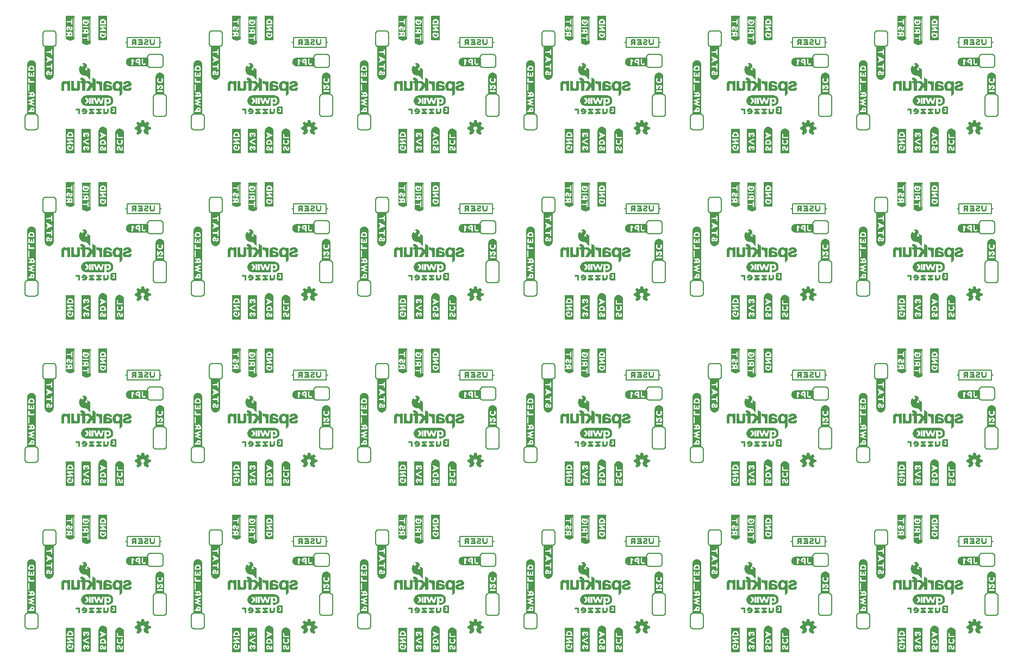
<source format=gbo>
G04 EAGLE Gerber RS-274X export*
G75*
%MOMM*%
%FSLAX34Y34*%
%LPD*%
%INSilkscreen Bottom*%
%IPPOS*%
%AMOC8*
5,1,8,0,0,1.08239X$1,22.5*%
G01*
%ADD10C,0.203200*%

G36*
X553129Y340240D02*
X553129Y340240D01*
X553143Y340238D01*
X553443Y340538D01*
X553445Y340550D01*
X553451Y340555D01*
X553446Y340562D01*
X553447Y340565D01*
X553457Y340573D01*
X553457Y343573D01*
X553430Y343609D01*
X553427Y343618D01*
X553400Y343630D01*
X553402Y343631D01*
X553446Y343642D01*
X553442Y343661D01*
X553457Y343673D01*
X553457Y418073D01*
X553454Y418077D01*
X553457Y418080D01*
X553257Y419480D01*
X553256Y419481D01*
X553257Y419481D01*
X553157Y420081D01*
X553150Y420087D01*
X553153Y420092D01*
X552853Y420792D01*
X552851Y420794D01*
X552852Y420795D01*
X552252Y421995D01*
X552245Y421998D01*
X552246Y422004D01*
X551846Y422504D01*
X551842Y422505D01*
X551843Y422508D01*
X550843Y423508D01*
X550834Y423509D01*
X550833Y423515D01*
X550334Y423815D01*
X549735Y424214D01*
X549731Y424214D01*
X549730Y424217D01*
X549130Y424517D01*
X549123Y424516D01*
X549122Y424520D01*
X548422Y424720D01*
X548418Y424719D01*
X548416Y424722D01*
X547816Y424822D01*
X547815Y424821D01*
X547815Y424822D01*
X547115Y424922D01*
X547110Y424919D01*
X547108Y424922D01*
X545708Y424922D01*
X545703Y424919D01*
X545700Y424922D01*
X545100Y424822D01*
X545097Y424818D01*
X545094Y424820D01*
X544394Y424620D01*
X544390Y424615D01*
X544386Y424617D01*
X543186Y424017D01*
X543184Y424013D01*
X543181Y424014D01*
X542581Y423614D01*
X542580Y423611D01*
X542577Y423611D01*
X542077Y423211D01*
X542076Y423207D01*
X542073Y423208D01*
X541573Y422708D01*
X541573Y422704D01*
X541570Y422704D01*
X540770Y421704D01*
X540769Y421697D01*
X540769Y421696D01*
X540764Y421695D01*
X540464Y421095D01*
X540464Y421093D01*
X540463Y421092D01*
X540163Y420392D01*
X540164Y420389D01*
X540161Y420389D01*
X539961Y419789D01*
X539963Y419782D01*
X539959Y419780D01*
X539759Y418380D01*
X539762Y418375D01*
X539759Y418373D01*
X539759Y340573D01*
X539778Y340547D01*
X539778Y340534D01*
X540178Y340234D01*
X540200Y340234D01*
X540208Y340224D01*
X553108Y340224D01*
X553129Y340240D01*
G37*
G36*
X1071289Y340240D02*
X1071289Y340240D01*
X1071303Y340238D01*
X1071603Y340538D01*
X1071605Y340550D01*
X1071611Y340555D01*
X1071606Y340562D01*
X1071607Y340565D01*
X1071617Y340573D01*
X1071617Y343573D01*
X1071590Y343609D01*
X1071587Y343618D01*
X1071560Y343630D01*
X1071562Y343631D01*
X1071606Y343642D01*
X1071602Y343661D01*
X1071617Y343673D01*
X1071617Y418073D01*
X1071614Y418077D01*
X1071617Y418080D01*
X1071417Y419480D01*
X1071416Y419481D01*
X1071417Y419481D01*
X1071317Y420081D01*
X1071310Y420087D01*
X1071313Y420092D01*
X1071013Y420792D01*
X1071011Y420794D01*
X1071012Y420795D01*
X1070412Y421995D01*
X1070405Y421998D01*
X1070406Y422004D01*
X1070006Y422504D01*
X1070002Y422505D01*
X1070003Y422508D01*
X1069003Y423508D01*
X1068994Y423509D01*
X1068993Y423515D01*
X1068494Y423815D01*
X1067895Y424214D01*
X1067891Y424214D01*
X1067890Y424217D01*
X1067290Y424517D01*
X1067283Y424516D01*
X1067282Y424520D01*
X1066582Y424720D01*
X1066578Y424719D01*
X1066576Y424722D01*
X1065976Y424822D01*
X1065975Y424821D01*
X1065975Y424822D01*
X1065275Y424922D01*
X1065270Y424919D01*
X1065268Y424922D01*
X1063868Y424922D01*
X1063863Y424919D01*
X1063860Y424922D01*
X1063260Y424822D01*
X1063257Y424818D01*
X1063254Y424820D01*
X1062554Y424620D01*
X1062550Y424615D01*
X1062546Y424617D01*
X1061346Y424017D01*
X1061344Y424013D01*
X1061341Y424014D01*
X1060741Y423614D01*
X1060740Y423611D01*
X1060737Y423611D01*
X1060237Y423211D01*
X1060236Y423207D01*
X1060233Y423208D01*
X1059733Y422708D01*
X1059733Y422704D01*
X1059730Y422704D01*
X1058930Y421704D01*
X1058929Y421697D01*
X1058929Y421696D01*
X1058924Y421695D01*
X1058624Y421095D01*
X1058624Y421093D01*
X1058623Y421092D01*
X1058323Y420392D01*
X1058324Y420389D01*
X1058321Y420389D01*
X1058121Y419789D01*
X1058123Y419782D01*
X1058119Y419780D01*
X1057919Y418380D01*
X1057922Y418375D01*
X1057919Y418373D01*
X1057919Y340573D01*
X1057938Y340547D01*
X1057938Y340534D01*
X1058338Y340234D01*
X1058360Y340234D01*
X1058368Y340224D01*
X1071268Y340224D01*
X1071289Y340240D01*
G37*
G36*
X1071289Y599320D02*
X1071289Y599320D01*
X1071303Y599318D01*
X1071603Y599618D01*
X1071605Y599630D01*
X1071611Y599635D01*
X1071606Y599642D01*
X1071607Y599645D01*
X1071617Y599653D01*
X1071617Y602653D01*
X1071590Y602689D01*
X1071587Y602698D01*
X1071560Y602710D01*
X1071562Y602711D01*
X1071606Y602722D01*
X1071602Y602741D01*
X1071617Y602753D01*
X1071617Y677153D01*
X1071614Y677157D01*
X1071617Y677160D01*
X1071417Y678560D01*
X1071416Y678561D01*
X1071417Y678561D01*
X1071317Y679161D01*
X1071310Y679167D01*
X1071313Y679172D01*
X1071013Y679872D01*
X1071011Y679874D01*
X1071012Y679875D01*
X1070412Y681075D01*
X1070405Y681078D01*
X1070406Y681084D01*
X1070006Y681584D01*
X1070002Y681585D01*
X1070003Y681588D01*
X1069003Y682588D01*
X1068994Y682589D01*
X1068993Y682595D01*
X1068494Y682895D01*
X1067895Y683294D01*
X1067891Y683294D01*
X1067890Y683297D01*
X1067290Y683597D01*
X1067283Y683596D01*
X1067282Y683600D01*
X1066582Y683800D01*
X1066578Y683799D01*
X1066576Y683802D01*
X1065976Y683902D01*
X1065975Y683901D01*
X1065975Y683902D01*
X1065275Y684002D01*
X1065270Y683999D01*
X1065268Y684002D01*
X1063868Y684002D01*
X1063863Y683999D01*
X1063860Y684002D01*
X1063260Y683902D01*
X1063257Y683898D01*
X1063254Y683900D01*
X1062554Y683700D01*
X1062550Y683695D01*
X1062546Y683697D01*
X1061346Y683097D01*
X1061344Y683093D01*
X1061341Y683094D01*
X1060741Y682694D01*
X1060740Y682691D01*
X1060737Y682691D01*
X1060237Y682291D01*
X1060236Y682287D01*
X1060233Y682288D01*
X1059733Y681788D01*
X1059733Y681784D01*
X1059730Y681784D01*
X1058930Y680784D01*
X1058929Y680777D01*
X1058929Y680776D01*
X1058924Y680775D01*
X1058624Y680175D01*
X1058624Y680173D01*
X1058623Y680172D01*
X1058323Y679472D01*
X1058324Y679469D01*
X1058321Y679469D01*
X1058121Y678869D01*
X1058123Y678862D01*
X1058119Y678860D01*
X1057919Y677460D01*
X1057922Y677455D01*
X1057919Y677453D01*
X1057919Y599653D01*
X1057938Y599627D01*
X1057938Y599614D01*
X1058338Y599314D01*
X1058360Y599314D01*
X1058368Y599304D01*
X1071268Y599304D01*
X1071289Y599320D01*
G37*
G36*
X812209Y340240D02*
X812209Y340240D01*
X812223Y340238D01*
X812523Y340538D01*
X812525Y340550D01*
X812531Y340555D01*
X812526Y340562D01*
X812527Y340565D01*
X812537Y340573D01*
X812537Y343573D01*
X812510Y343609D01*
X812507Y343618D01*
X812480Y343630D01*
X812482Y343631D01*
X812526Y343642D01*
X812522Y343661D01*
X812537Y343673D01*
X812537Y418073D01*
X812534Y418077D01*
X812537Y418080D01*
X812337Y419480D01*
X812336Y419481D01*
X812337Y419481D01*
X812237Y420081D01*
X812230Y420087D01*
X812233Y420092D01*
X811933Y420792D01*
X811931Y420794D01*
X811932Y420795D01*
X811332Y421995D01*
X811325Y421998D01*
X811326Y422004D01*
X810926Y422504D01*
X810922Y422505D01*
X810923Y422508D01*
X809923Y423508D01*
X809914Y423509D01*
X809913Y423515D01*
X809414Y423815D01*
X808815Y424214D01*
X808811Y424214D01*
X808810Y424217D01*
X808210Y424517D01*
X808203Y424516D01*
X808202Y424520D01*
X807502Y424720D01*
X807498Y424719D01*
X807496Y424722D01*
X806896Y424822D01*
X806895Y424821D01*
X806895Y424822D01*
X806195Y424922D01*
X806190Y424919D01*
X806188Y424922D01*
X804788Y424922D01*
X804783Y424919D01*
X804780Y424922D01*
X804180Y424822D01*
X804177Y424818D01*
X804174Y424820D01*
X803474Y424620D01*
X803470Y424615D01*
X803466Y424617D01*
X802266Y424017D01*
X802264Y424013D01*
X802261Y424014D01*
X801661Y423614D01*
X801660Y423611D01*
X801657Y423611D01*
X801157Y423211D01*
X801156Y423207D01*
X801153Y423208D01*
X800653Y422708D01*
X800653Y422704D01*
X800650Y422704D01*
X799850Y421704D01*
X799849Y421697D01*
X799849Y421696D01*
X799844Y421695D01*
X799544Y421095D01*
X799544Y421093D01*
X799543Y421092D01*
X799243Y420392D01*
X799244Y420389D01*
X799241Y420389D01*
X799041Y419789D01*
X799043Y419782D01*
X799039Y419780D01*
X798839Y418380D01*
X798842Y418375D01*
X798839Y418373D01*
X798839Y340573D01*
X798858Y340547D01*
X798858Y340534D01*
X799258Y340234D01*
X799280Y340234D01*
X799288Y340224D01*
X812188Y340224D01*
X812209Y340240D01*
G37*
G36*
X1330369Y340240D02*
X1330369Y340240D01*
X1330383Y340238D01*
X1330683Y340538D01*
X1330685Y340550D01*
X1330691Y340555D01*
X1330686Y340562D01*
X1330687Y340565D01*
X1330697Y340573D01*
X1330697Y343573D01*
X1330670Y343609D01*
X1330667Y343618D01*
X1330640Y343630D01*
X1330642Y343631D01*
X1330686Y343642D01*
X1330682Y343661D01*
X1330697Y343673D01*
X1330697Y418073D01*
X1330694Y418077D01*
X1330697Y418080D01*
X1330497Y419480D01*
X1330496Y419481D01*
X1330497Y419481D01*
X1330397Y420081D01*
X1330390Y420087D01*
X1330393Y420092D01*
X1330093Y420792D01*
X1330091Y420794D01*
X1330092Y420795D01*
X1329492Y421995D01*
X1329485Y421998D01*
X1329486Y422004D01*
X1329086Y422504D01*
X1329082Y422505D01*
X1329083Y422508D01*
X1328083Y423508D01*
X1328074Y423509D01*
X1328073Y423515D01*
X1327574Y423815D01*
X1326975Y424214D01*
X1326971Y424214D01*
X1326970Y424217D01*
X1326370Y424517D01*
X1326363Y424516D01*
X1326362Y424520D01*
X1325662Y424720D01*
X1325658Y424719D01*
X1325656Y424722D01*
X1325056Y424822D01*
X1325055Y424821D01*
X1325055Y424822D01*
X1324355Y424922D01*
X1324350Y424919D01*
X1324348Y424922D01*
X1322948Y424922D01*
X1322943Y424919D01*
X1322940Y424922D01*
X1322340Y424822D01*
X1322337Y424818D01*
X1322334Y424820D01*
X1321634Y424620D01*
X1321630Y424615D01*
X1321626Y424617D01*
X1320426Y424017D01*
X1320424Y424013D01*
X1320421Y424014D01*
X1319821Y423614D01*
X1319820Y423611D01*
X1319817Y423611D01*
X1319317Y423211D01*
X1319316Y423207D01*
X1319313Y423208D01*
X1318813Y422708D01*
X1318813Y422704D01*
X1318810Y422704D01*
X1318010Y421704D01*
X1318009Y421697D01*
X1318009Y421696D01*
X1318004Y421695D01*
X1317704Y421095D01*
X1317704Y421093D01*
X1317703Y421092D01*
X1317403Y420392D01*
X1317404Y420389D01*
X1317401Y420389D01*
X1317201Y419789D01*
X1317203Y419782D01*
X1317199Y419780D01*
X1316999Y418380D01*
X1317002Y418375D01*
X1316999Y418373D01*
X1316999Y340573D01*
X1317018Y340547D01*
X1317018Y340534D01*
X1317418Y340234D01*
X1317440Y340234D01*
X1317448Y340224D01*
X1330348Y340224D01*
X1330369Y340240D01*
G37*
G36*
X812209Y599320D02*
X812209Y599320D01*
X812223Y599318D01*
X812523Y599618D01*
X812525Y599630D01*
X812531Y599635D01*
X812526Y599642D01*
X812527Y599645D01*
X812537Y599653D01*
X812537Y602653D01*
X812510Y602689D01*
X812507Y602698D01*
X812480Y602710D01*
X812482Y602711D01*
X812526Y602722D01*
X812522Y602741D01*
X812537Y602753D01*
X812537Y677153D01*
X812534Y677157D01*
X812537Y677160D01*
X812337Y678560D01*
X812336Y678561D01*
X812337Y678561D01*
X812237Y679161D01*
X812230Y679167D01*
X812233Y679172D01*
X811933Y679872D01*
X811931Y679874D01*
X811932Y679875D01*
X811332Y681075D01*
X811325Y681078D01*
X811326Y681084D01*
X810926Y681584D01*
X810922Y681585D01*
X810923Y681588D01*
X809923Y682588D01*
X809914Y682589D01*
X809913Y682595D01*
X809414Y682895D01*
X808815Y683294D01*
X808811Y683294D01*
X808810Y683297D01*
X808210Y683597D01*
X808203Y683596D01*
X808202Y683600D01*
X807502Y683800D01*
X807498Y683799D01*
X807496Y683802D01*
X806896Y683902D01*
X806895Y683901D01*
X806895Y683902D01*
X806195Y684002D01*
X806190Y683999D01*
X806188Y684002D01*
X804788Y684002D01*
X804783Y683999D01*
X804780Y684002D01*
X804180Y683902D01*
X804177Y683898D01*
X804174Y683900D01*
X803474Y683700D01*
X803470Y683695D01*
X803466Y683697D01*
X802266Y683097D01*
X802264Y683093D01*
X802261Y683094D01*
X801661Y682694D01*
X801660Y682691D01*
X801657Y682691D01*
X801157Y682291D01*
X801156Y682287D01*
X801153Y682288D01*
X800653Y681788D01*
X800653Y681784D01*
X800650Y681784D01*
X799850Y680784D01*
X799849Y680777D01*
X799849Y680776D01*
X799844Y680775D01*
X799544Y680175D01*
X799544Y680173D01*
X799543Y680172D01*
X799243Y679472D01*
X799244Y679469D01*
X799241Y679469D01*
X799041Y678869D01*
X799043Y678862D01*
X799039Y678860D01*
X798839Y677460D01*
X798842Y677455D01*
X798839Y677453D01*
X798839Y599653D01*
X798858Y599627D01*
X798858Y599614D01*
X799258Y599314D01*
X799280Y599314D01*
X799288Y599304D01*
X812188Y599304D01*
X812209Y599320D01*
G37*
G36*
X553129Y81160D02*
X553129Y81160D01*
X553143Y81158D01*
X553443Y81458D01*
X553445Y81470D01*
X553451Y81475D01*
X553446Y81482D01*
X553447Y81485D01*
X553457Y81493D01*
X553457Y84493D01*
X553430Y84529D01*
X553427Y84538D01*
X553400Y84550D01*
X553402Y84551D01*
X553446Y84562D01*
X553442Y84581D01*
X553457Y84593D01*
X553457Y158993D01*
X553454Y158997D01*
X553457Y159000D01*
X553257Y160400D01*
X553256Y160401D01*
X553257Y160401D01*
X553157Y161001D01*
X553150Y161007D01*
X553153Y161012D01*
X552853Y161712D01*
X552851Y161714D01*
X552852Y161715D01*
X552252Y162915D01*
X552245Y162918D01*
X552246Y162924D01*
X551846Y163424D01*
X551842Y163425D01*
X551843Y163428D01*
X550843Y164428D01*
X550834Y164429D01*
X550833Y164435D01*
X550334Y164735D01*
X549735Y165134D01*
X549731Y165134D01*
X549730Y165137D01*
X549130Y165437D01*
X549123Y165436D01*
X549122Y165440D01*
X548422Y165640D01*
X548418Y165639D01*
X548416Y165642D01*
X547816Y165742D01*
X547815Y165741D01*
X547815Y165742D01*
X547115Y165842D01*
X547110Y165839D01*
X547108Y165842D01*
X545708Y165842D01*
X545703Y165839D01*
X545700Y165842D01*
X545100Y165742D01*
X545097Y165738D01*
X545094Y165740D01*
X544394Y165540D01*
X544390Y165535D01*
X544386Y165537D01*
X543186Y164937D01*
X543184Y164933D01*
X543181Y164934D01*
X542581Y164534D01*
X542580Y164531D01*
X542577Y164531D01*
X542077Y164131D01*
X542076Y164127D01*
X542073Y164128D01*
X541573Y163628D01*
X541573Y163624D01*
X541570Y163624D01*
X540770Y162624D01*
X540769Y162617D01*
X540769Y162616D01*
X540764Y162615D01*
X540464Y162015D01*
X540464Y162013D01*
X540463Y162012D01*
X540163Y161312D01*
X540164Y161309D01*
X540161Y161309D01*
X539961Y160709D01*
X539963Y160702D01*
X539959Y160700D01*
X539759Y159300D01*
X539762Y159295D01*
X539759Y159293D01*
X539759Y81493D01*
X539778Y81467D01*
X539778Y81454D01*
X540178Y81154D01*
X540200Y81154D01*
X540208Y81144D01*
X553108Y81144D01*
X553129Y81160D01*
G37*
G36*
X294049Y599320D02*
X294049Y599320D01*
X294063Y599318D01*
X294363Y599618D01*
X294365Y599630D01*
X294371Y599635D01*
X294366Y599642D01*
X294367Y599645D01*
X294377Y599653D01*
X294377Y602653D01*
X294350Y602689D01*
X294347Y602698D01*
X294320Y602710D01*
X294322Y602711D01*
X294366Y602722D01*
X294362Y602741D01*
X294377Y602753D01*
X294377Y677153D01*
X294374Y677157D01*
X294377Y677160D01*
X294177Y678560D01*
X294176Y678561D01*
X294177Y678561D01*
X294077Y679161D01*
X294070Y679167D01*
X294073Y679172D01*
X293773Y679872D01*
X293771Y679874D01*
X293772Y679875D01*
X293172Y681075D01*
X293165Y681078D01*
X293166Y681084D01*
X292766Y681584D01*
X292762Y681585D01*
X292763Y681588D01*
X291763Y682588D01*
X291754Y682589D01*
X291753Y682595D01*
X291254Y682895D01*
X290655Y683294D01*
X290651Y683294D01*
X290650Y683297D01*
X290050Y683597D01*
X290043Y683596D01*
X290042Y683600D01*
X289342Y683800D01*
X289338Y683799D01*
X289336Y683802D01*
X288736Y683902D01*
X288735Y683901D01*
X288735Y683902D01*
X288035Y684002D01*
X288030Y683999D01*
X288028Y684002D01*
X286628Y684002D01*
X286623Y683999D01*
X286620Y684002D01*
X286020Y683902D01*
X286017Y683898D01*
X286014Y683900D01*
X285314Y683700D01*
X285310Y683695D01*
X285306Y683697D01*
X284106Y683097D01*
X284104Y683093D01*
X284101Y683094D01*
X283501Y682694D01*
X283500Y682691D01*
X283497Y682691D01*
X282997Y682291D01*
X282996Y682287D01*
X282993Y682288D01*
X282493Y681788D01*
X282493Y681784D01*
X282490Y681784D01*
X281690Y680784D01*
X281689Y680777D01*
X281689Y680776D01*
X281684Y680775D01*
X281384Y680175D01*
X281384Y680173D01*
X281383Y680172D01*
X281083Y679472D01*
X281084Y679469D01*
X281081Y679469D01*
X280881Y678869D01*
X280883Y678862D01*
X280879Y678860D01*
X280679Y677460D01*
X280682Y677455D01*
X280679Y677453D01*
X280679Y599653D01*
X280698Y599627D01*
X280698Y599614D01*
X281098Y599314D01*
X281120Y599314D01*
X281128Y599304D01*
X294028Y599304D01*
X294049Y599320D01*
G37*
G36*
X553129Y599320D02*
X553129Y599320D01*
X553143Y599318D01*
X553443Y599618D01*
X553445Y599630D01*
X553451Y599635D01*
X553446Y599642D01*
X553447Y599645D01*
X553457Y599653D01*
X553457Y602653D01*
X553430Y602689D01*
X553427Y602698D01*
X553400Y602710D01*
X553402Y602711D01*
X553446Y602722D01*
X553442Y602741D01*
X553457Y602753D01*
X553457Y677153D01*
X553454Y677157D01*
X553457Y677160D01*
X553257Y678560D01*
X553256Y678561D01*
X553257Y678561D01*
X553157Y679161D01*
X553150Y679167D01*
X553153Y679172D01*
X552853Y679872D01*
X552851Y679874D01*
X552852Y679875D01*
X552252Y681075D01*
X552245Y681078D01*
X552246Y681084D01*
X551846Y681584D01*
X551842Y681585D01*
X551843Y681588D01*
X550843Y682588D01*
X550834Y682589D01*
X550833Y682595D01*
X550334Y682895D01*
X549735Y683294D01*
X549731Y683294D01*
X549730Y683297D01*
X549130Y683597D01*
X549123Y683596D01*
X549122Y683600D01*
X548422Y683800D01*
X548418Y683799D01*
X548416Y683802D01*
X547816Y683902D01*
X547815Y683901D01*
X547815Y683902D01*
X547115Y684002D01*
X547110Y683999D01*
X547108Y684002D01*
X545708Y684002D01*
X545703Y683999D01*
X545700Y684002D01*
X545100Y683902D01*
X545097Y683898D01*
X545094Y683900D01*
X544394Y683700D01*
X544390Y683695D01*
X544386Y683697D01*
X543186Y683097D01*
X543184Y683093D01*
X543181Y683094D01*
X542581Y682694D01*
X542580Y682691D01*
X542577Y682691D01*
X542077Y682291D01*
X542076Y682287D01*
X542073Y682288D01*
X541573Y681788D01*
X541573Y681784D01*
X541570Y681784D01*
X540770Y680784D01*
X540769Y680777D01*
X540769Y680776D01*
X540764Y680775D01*
X540464Y680175D01*
X540464Y680173D01*
X540463Y680172D01*
X540163Y679472D01*
X540164Y679469D01*
X540161Y679469D01*
X539961Y678869D01*
X539963Y678862D01*
X539959Y678860D01*
X539759Y677460D01*
X539762Y677455D01*
X539759Y677453D01*
X539759Y599653D01*
X539778Y599627D01*
X539778Y599614D01*
X540178Y599314D01*
X540200Y599314D01*
X540208Y599304D01*
X553108Y599304D01*
X553129Y599320D01*
G37*
G36*
X1330369Y81160D02*
X1330369Y81160D01*
X1330383Y81158D01*
X1330683Y81458D01*
X1330685Y81470D01*
X1330691Y81475D01*
X1330686Y81482D01*
X1330687Y81485D01*
X1330697Y81493D01*
X1330697Y84493D01*
X1330670Y84529D01*
X1330667Y84538D01*
X1330640Y84550D01*
X1330642Y84551D01*
X1330686Y84562D01*
X1330682Y84581D01*
X1330697Y84593D01*
X1330697Y158993D01*
X1330694Y158997D01*
X1330697Y159000D01*
X1330497Y160400D01*
X1330496Y160401D01*
X1330497Y160401D01*
X1330397Y161001D01*
X1330390Y161007D01*
X1330393Y161012D01*
X1330093Y161712D01*
X1330091Y161714D01*
X1330092Y161715D01*
X1329492Y162915D01*
X1329485Y162918D01*
X1329486Y162924D01*
X1329086Y163424D01*
X1329082Y163425D01*
X1329083Y163428D01*
X1328083Y164428D01*
X1328074Y164429D01*
X1328073Y164435D01*
X1327574Y164735D01*
X1326975Y165134D01*
X1326971Y165134D01*
X1326970Y165137D01*
X1326370Y165437D01*
X1326363Y165436D01*
X1326362Y165440D01*
X1325662Y165640D01*
X1325658Y165639D01*
X1325656Y165642D01*
X1325056Y165742D01*
X1325055Y165741D01*
X1325055Y165742D01*
X1324355Y165842D01*
X1324350Y165839D01*
X1324348Y165842D01*
X1322948Y165842D01*
X1322943Y165839D01*
X1322940Y165842D01*
X1322340Y165742D01*
X1322337Y165738D01*
X1322334Y165740D01*
X1321634Y165540D01*
X1321630Y165535D01*
X1321626Y165537D01*
X1320426Y164937D01*
X1320424Y164933D01*
X1320421Y164934D01*
X1319821Y164534D01*
X1319820Y164531D01*
X1319817Y164531D01*
X1319317Y164131D01*
X1319316Y164127D01*
X1319313Y164128D01*
X1318813Y163628D01*
X1318813Y163624D01*
X1318810Y163624D01*
X1318010Y162624D01*
X1318009Y162617D01*
X1318009Y162616D01*
X1318004Y162615D01*
X1317704Y162015D01*
X1317704Y162013D01*
X1317703Y162012D01*
X1317403Y161312D01*
X1317404Y161309D01*
X1317401Y161309D01*
X1317201Y160709D01*
X1317203Y160702D01*
X1317199Y160700D01*
X1316999Y159300D01*
X1317002Y159295D01*
X1316999Y159293D01*
X1316999Y81493D01*
X1317018Y81467D01*
X1317018Y81454D01*
X1317418Y81154D01*
X1317440Y81154D01*
X1317448Y81144D01*
X1330348Y81144D01*
X1330369Y81160D01*
G37*
G36*
X1071289Y81160D02*
X1071289Y81160D01*
X1071303Y81158D01*
X1071603Y81458D01*
X1071605Y81470D01*
X1071611Y81475D01*
X1071606Y81482D01*
X1071607Y81485D01*
X1071617Y81493D01*
X1071617Y84493D01*
X1071590Y84529D01*
X1071587Y84538D01*
X1071560Y84550D01*
X1071562Y84551D01*
X1071606Y84562D01*
X1071602Y84581D01*
X1071617Y84593D01*
X1071617Y158993D01*
X1071614Y158997D01*
X1071617Y159000D01*
X1071417Y160400D01*
X1071416Y160401D01*
X1071417Y160401D01*
X1071317Y161001D01*
X1071310Y161007D01*
X1071313Y161012D01*
X1071013Y161712D01*
X1071011Y161714D01*
X1071012Y161715D01*
X1070412Y162915D01*
X1070405Y162918D01*
X1070406Y162924D01*
X1070006Y163424D01*
X1070002Y163425D01*
X1070003Y163428D01*
X1069003Y164428D01*
X1068994Y164429D01*
X1068993Y164435D01*
X1068494Y164735D01*
X1067895Y165134D01*
X1067891Y165134D01*
X1067890Y165137D01*
X1067290Y165437D01*
X1067283Y165436D01*
X1067282Y165440D01*
X1066582Y165640D01*
X1066578Y165639D01*
X1066576Y165642D01*
X1065976Y165742D01*
X1065975Y165741D01*
X1065975Y165742D01*
X1065275Y165842D01*
X1065270Y165839D01*
X1065268Y165842D01*
X1063868Y165842D01*
X1063863Y165839D01*
X1063860Y165842D01*
X1063260Y165742D01*
X1063257Y165738D01*
X1063254Y165740D01*
X1062554Y165540D01*
X1062550Y165535D01*
X1062546Y165537D01*
X1061346Y164937D01*
X1061344Y164933D01*
X1061341Y164934D01*
X1060741Y164534D01*
X1060740Y164531D01*
X1060737Y164531D01*
X1060237Y164131D01*
X1060236Y164127D01*
X1060233Y164128D01*
X1059733Y163628D01*
X1059733Y163624D01*
X1059730Y163624D01*
X1058930Y162624D01*
X1058929Y162617D01*
X1058929Y162616D01*
X1058924Y162615D01*
X1058624Y162015D01*
X1058624Y162013D01*
X1058623Y162012D01*
X1058323Y161312D01*
X1058324Y161309D01*
X1058321Y161309D01*
X1058121Y160709D01*
X1058123Y160702D01*
X1058119Y160700D01*
X1057919Y159300D01*
X1057922Y159295D01*
X1057919Y159293D01*
X1057919Y81493D01*
X1057938Y81467D01*
X1057938Y81454D01*
X1058338Y81154D01*
X1058360Y81154D01*
X1058368Y81144D01*
X1071268Y81144D01*
X1071289Y81160D01*
G37*
G36*
X812209Y81160D02*
X812209Y81160D01*
X812223Y81158D01*
X812523Y81458D01*
X812525Y81470D01*
X812531Y81475D01*
X812526Y81482D01*
X812527Y81485D01*
X812537Y81493D01*
X812537Y84493D01*
X812510Y84529D01*
X812507Y84538D01*
X812480Y84550D01*
X812482Y84551D01*
X812526Y84562D01*
X812522Y84581D01*
X812537Y84593D01*
X812537Y158993D01*
X812534Y158997D01*
X812537Y159000D01*
X812337Y160400D01*
X812336Y160401D01*
X812337Y160401D01*
X812237Y161001D01*
X812230Y161007D01*
X812233Y161012D01*
X811933Y161712D01*
X811931Y161714D01*
X811932Y161715D01*
X811332Y162915D01*
X811325Y162918D01*
X811326Y162924D01*
X810926Y163424D01*
X810922Y163425D01*
X810923Y163428D01*
X809923Y164428D01*
X809914Y164429D01*
X809913Y164435D01*
X809414Y164735D01*
X808815Y165134D01*
X808811Y165134D01*
X808810Y165137D01*
X808210Y165437D01*
X808203Y165436D01*
X808202Y165440D01*
X807502Y165640D01*
X807498Y165639D01*
X807496Y165642D01*
X806896Y165742D01*
X806895Y165741D01*
X806895Y165742D01*
X806195Y165842D01*
X806190Y165839D01*
X806188Y165842D01*
X804788Y165842D01*
X804783Y165839D01*
X804780Y165842D01*
X804180Y165742D01*
X804177Y165738D01*
X804174Y165740D01*
X803474Y165540D01*
X803470Y165535D01*
X803466Y165537D01*
X802266Y164937D01*
X802264Y164933D01*
X802261Y164934D01*
X801661Y164534D01*
X801660Y164531D01*
X801657Y164531D01*
X801157Y164131D01*
X801156Y164127D01*
X801153Y164128D01*
X800653Y163628D01*
X800653Y163624D01*
X800650Y163624D01*
X799850Y162624D01*
X799849Y162617D01*
X799849Y162616D01*
X799844Y162615D01*
X799544Y162015D01*
X799544Y162013D01*
X799543Y162012D01*
X799243Y161312D01*
X799244Y161309D01*
X799241Y161309D01*
X799041Y160709D01*
X799043Y160702D01*
X799039Y160700D01*
X798839Y159300D01*
X798842Y159295D01*
X798839Y159293D01*
X798839Y81493D01*
X798858Y81467D01*
X798858Y81454D01*
X799258Y81154D01*
X799280Y81154D01*
X799288Y81144D01*
X812188Y81144D01*
X812209Y81160D01*
G37*
G36*
X1330369Y599320D02*
X1330369Y599320D01*
X1330383Y599318D01*
X1330683Y599618D01*
X1330685Y599630D01*
X1330691Y599635D01*
X1330686Y599642D01*
X1330687Y599645D01*
X1330697Y599653D01*
X1330697Y602653D01*
X1330670Y602689D01*
X1330667Y602698D01*
X1330640Y602710D01*
X1330642Y602711D01*
X1330686Y602722D01*
X1330682Y602741D01*
X1330697Y602753D01*
X1330697Y677153D01*
X1330694Y677157D01*
X1330697Y677160D01*
X1330497Y678560D01*
X1330496Y678561D01*
X1330497Y678561D01*
X1330397Y679161D01*
X1330390Y679167D01*
X1330393Y679172D01*
X1330093Y679872D01*
X1330091Y679874D01*
X1330092Y679875D01*
X1329492Y681075D01*
X1329485Y681078D01*
X1329486Y681084D01*
X1329086Y681584D01*
X1329082Y681585D01*
X1329083Y681588D01*
X1328083Y682588D01*
X1328074Y682589D01*
X1328073Y682595D01*
X1327574Y682895D01*
X1326975Y683294D01*
X1326971Y683294D01*
X1326970Y683297D01*
X1326370Y683597D01*
X1326363Y683596D01*
X1326362Y683600D01*
X1325662Y683800D01*
X1325658Y683799D01*
X1325656Y683802D01*
X1325056Y683902D01*
X1325055Y683901D01*
X1325055Y683902D01*
X1324355Y684002D01*
X1324350Y683999D01*
X1324348Y684002D01*
X1322948Y684002D01*
X1322943Y683999D01*
X1322940Y684002D01*
X1322340Y683902D01*
X1322337Y683898D01*
X1322334Y683900D01*
X1321634Y683700D01*
X1321630Y683695D01*
X1321626Y683697D01*
X1320426Y683097D01*
X1320424Y683093D01*
X1320421Y683094D01*
X1319821Y682694D01*
X1319820Y682691D01*
X1319817Y682691D01*
X1319317Y682291D01*
X1319316Y682287D01*
X1319313Y682288D01*
X1318813Y681788D01*
X1318813Y681784D01*
X1318810Y681784D01*
X1318010Y680784D01*
X1318009Y680777D01*
X1318009Y680776D01*
X1318004Y680775D01*
X1317704Y680175D01*
X1317704Y680173D01*
X1317703Y680172D01*
X1317403Y679472D01*
X1317404Y679469D01*
X1317401Y679469D01*
X1317201Y678869D01*
X1317203Y678862D01*
X1317199Y678860D01*
X1316999Y677460D01*
X1317002Y677455D01*
X1316999Y677453D01*
X1316999Y599653D01*
X1317018Y599627D01*
X1317018Y599614D01*
X1317418Y599314D01*
X1317440Y599314D01*
X1317448Y599304D01*
X1330348Y599304D01*
X1330369Y599320D01*
G37*
G36*
X34969Y81160D02*
X34969Y81160D01*
X34983Y81158D01*
X35283Y81458D01*
X35285Y81470D01*
X35291Y81475D01*
X35286Y81482D01*
X35287Y81485D01*
X35297Y81493D01*
X35297Y84493D01*
X35270Y84529D01*
X35267Y84538D01*
X35240Y84550D01*
X35242Y84551D01*
X35286Y84562D01*
X35282Y84581D01*
X35297Y84593D01*
X35297Y158993D01*
X35294Y158997D01*
X35297Y159000D01*
X35097Y160400D01*
X35096Y160401D01*
X35097Y160401D01*
X34997Y161001D01*
X34990Y161007D01*
X34993Y161012D01*
X34693Y161712D01*
X34691Y161714D01*
X34692Y161715D01*
X34092Y162915D01*
X34085Y162918D01*
X34086Y162924D01*
X33686Y163424D01*
X33682Y163425D01*
X33683Y163428D01*
X32683Y164428D01*
X32674Y164429D01*
X32673Y164435D01*
X32174Y164735D01*
X31575Y165134D01*
X31571Y165134D01*
X31570Y165137D01*
X30970Y165437D01*
X30963Y165436D01*
X30962Y165440D01*
X30262Y165640D01*
X30258Y165639D01*
X30256Y165642D01*
X29656Y165742D01*
X29655Y165741D01*
X29655Y165742D01*
X28955Y165842D01*
X28950Y165839D01*
X28948Y165842D01*
X27548Y165842D01*
X27543Y165839D01*
X27540Y165842D01*
X26940Y165742D01*
X26937Y165738D01*
X26934Y165740D01*
X26234Y165540D01*
X26230Y165535D01*
X26226Y165537D01*
X25026Y164937D01*
X25024Y164933D01*
X25021Y164934D01*
X24421Y164534D01*
X24420Y164531D01*
X24417Y164531D01*
X23917Y164131D01*
X23916Y164127D01*
X23913Y164128D01*
X23413Y163628D01*
X23413Y163624D01*
X23410Y163624D01*
X22610Y162624D01*
X22609Y162617D01*
X22609Y162616D01*
X22604Y162615D01*
X22304Y162015D01*
X22304Y162013D01*
X22303Y162012D01*
X22003Y161312D01*
X22004Y161309D01*
X22001Y161309D01*
X21801Y160709D01*
X21803Y160702D01*
X21799Y160700D01*
X21599Y159300D01*
X21602Y159295D01*
X21599Y159293D01*
X21599Y81493D01*
X21618Y81467D01*
X21618Y81454D01*
X22018Y81154D01*
X22040Y81154D01*
X22048Y81144D01*
X34948Y81144D01*
X34969Y81160D01*
G37*
G36*
X1071289Y858400D02*
X1071289Y858400D01*
X1071303Y858398D01*
X1071603Y858698D01*
X1071605Y858710D01*
X1071611Y858715D01*
X1071606Y858722D01*
X1071607Y858725D01*
X1071617Y858733D01*
X1071617Y861733D01*
X1071590Y861769D01*
X1071587Y861778D01*
X1071560Y861790D01*
X1071562Y861791D01*
X1071606Y861802D01*
X1071602Y861821D01*
X1071617Y861833D01*
X1071617Y936233D01*
X1071614Y936237D01*
X1071617Y936240D01*
X1071417Y937640D01*
X1071416Y937641D01*
X1071417Y937641D01*
X1071317Y938241D01*
X1071310Y938247D01*
X1071313Y938252D01*
X1071013Y938952D01*
X1071011Y938954D01*
X1071012Y938955D01*
X1070412Y940155D01*
X1070405Y940158D01*
X1070406Y940164D01*
X1070006Y940664D01*
X1070002Y940665D01*
X1070003Y940668D01*
X1069003Y941668D01*
X1068994Y941669D01*
X1068993Y941675D01*
X1068494Y941975D01*
X1067895Y942374D01*
X1067891Y942374D01*
X1067890Y942377D01*
X1067290Y942677D01*
X1067283Y942676D01*
X1067282Y942680D01*
X1066582Y942880D01*
X1066578Y942879D01*
X1066576Y942882D01*
X1065976Y942982D01*
X1065975Y942981D01*
X1065975Y942982D01*
X1065275Y943082D01*
X1065270Y943079D01*
X1065268Y943082D01*
X1063868Y943082D01*
X1063863Y943079D01*
X1063860Y943082D01*
X1063260Y942982D01*
X1063257Y942978D01*
X1063254Y942980D01*
X1062554Y942780D01*
X1062550Y942775D01*
X1062546Y942777D01*
X1061346Y942177D01*
X1061344Y942173D01*
X1061341Y942174D01*
X1060741Y941774D01*
X1060740Y941771D01*
X1060737Y941771D01*
X1060237Y941371D01*
X1060236Y941367D01*
X1060233Y941368D01*
X1059733Y940868D01*
X1059733Y940864D01*
X1059730Y940864D01*
X1058930Y939864D01*
X1058929Y939857D01*
X1058929Y939856D01*
X1058924Y939855D01*
X1058624Y939255D01*
X1058624Y939253D01*
X1058623Y939252D01*
X1058323Y938552D01*
X1058324Y938549D01*
X1058321Y938549D01*
X1058121Y937949D01*
X1058123Y937942D01*
X1058119Y937940D01*
X1057919Y936540D01*
X1057922Y936535D01*
X1057919Y936533D01*
X1057919Y858733D01*
X1057938Y858707D01*
X1057938Y858694D01*
X1058338Y858394D01*
X1058360Y858394D01*
X1058368Y858384D01*
X1071268Y858384D01*
X1071289Y858400D01*
G37*
G36*
X34969Y599320D02*
X34969Y599320D01*
X34983Y599318D01*
X35283Y599618D01*
X35285Y599630D01*
X35291Y599635D01*
X35286Y599642D01*
X35287Y599645D01*
X35297Y599653D01*
X35297Y602653D01*
X35270Y602689D01*
X35267Y602698D01*
X35240Y602710D01*
X35242Y602711D01*
X35286Y602722D01*
X35282Y602741D01*
X35297Y602753D01*
X35297Y677153D01*
X35294Y677157D01*
X35297Y677160D01*
X35097Y678560D01*
X35096Y678561D01*
X35097Y678561D01*
X34997Y679161D01*
X34990Y679167D01*
X34993Y679172D01*
X34693Y679872D01*
X34691Y679874D01*
X34692Y679875D01*
X34092Y681075D01*
X34085Y681078D01*
X34086Y681084D01*
X33686Y681584D01*
X33682Y681585D01*
X33683Y681588D01*
X32683Y682588D01*
X32674Y682589D01*
X32673Y682595D01*
X32174Y682895D01*
X31575Y683294D01*
X31571Y683294D01*
X31570Y683297D01*
X30970Y683597D01*
X30963Y683596D01*
X30962Y683600D01*
X30262Y683800D01*
X30258Y683799D01*
X30256Y683802D01*
X29656Y683902D01*
X29655Y683901D01*
X29655Y683902D01*
X28955Y684002D01*
X28950Y683999D01*
X28948Y684002D01*
X27548Y684002D01*
X27543Y683999D01*
X27540Y684002D01*
X26940Y683902D01*
X26937Y683898D01*
X26934Y683900D01*
X26234Y683700D01*
X26230Y683695D01*
X26226Y683697D01*
X25026Y683097D01*
X25024Y683093D01*
X25021Y683094D01*
X24421Y682694D01*
X24420Y682691D01*
X24417Y682691D01*
X23917Y682291D01*
X23916Y682287D01*
X23913Y682288D01*
X23413Y681788D01*
X23413Y681784D01*
X23410Y681784D01*
X22610Y680784D01*
X22609Y680777D01*
X22609Y680776D01*
X22604Y680775D01*
X22304Y680175D01*
X22304Y680173D01*
X22303Y680172D01*
X22003Y679472D01*
X22004Y679469D01*
X22001Y679469D01*
X21801Y678869D01*
X21803Y678862D01*
X21799Y678860D01*
X21599Y677460D01*
X21602Y677455D01*
X21599Y677453D01*
X21599Y599653D01*
X21618Y599627D01*
X21618Y599614D01*
X22018Y599314D01*
X22040Y599314D01*
X22048Y599304D01*
X34948Y599304D01*
X34969Y599320D01*
G37*
G36*
X294049Y858400D02*
X294049Y858400D01*
X294063Y858398D01*
X294363Y858698D01*
X294365Y858710D01*
X294371Y858715D01*
X294366Y858722D01*
X294367Y858725D01*
X294377Y858733D01*
X294377Y861733D01*
X294350Y861769D01*
X294347Y861778D01*
X294320Y861790D01*
X294322Y861791D01*
X294366Y861802D01*
X294362Y861821D01*
X294377Y861833D01*
X294377Y936233D01*
X294374Y936237D01*
X294377Y936240D01*
X294177Y937640D01*
X294176Y937641D01*
X294177Y937641D01*
X294077Y938241D01*
X294070Y938247D01*
X294073Y938252D01*
X293773Y938952D01*
X293771Y938954D01*
X293772Y938955D01*
X293172Y940155D01*
X293165Y940158D01*
X293166Y940164D01*
X292766Y940664D01*
X292762Y940665D01*
X292763Y940668D01*
X291763Y941668D01*
X291754Y941669D01*
X291753Y941675D01*
X291254Y941975D01*
X290655Y942374D01*
X290651Y942374D01*
X290650Y942377D01*
X290050Y942677D01*
X290043Y942676D01*
X290042Y942680D01*
X289342Y942880D01*
X289338Y942879D01*
X289336Y942882D01*
X288736Y942982D01*
X288735Y942981D01*
X288735Y942982D01*
X288035Y943082D01*
X288030Y943079D01*
X288028Y943082D01*
X286628Y943082D01*
X286623Y943079D01*
X286620Y943082D01*
X286020Y942982D01*
X286017Y942978D01*
X286014Y942980D01*
X285314Y942780D01*
X285310Y942775D01*
X285306Y942777D01*
X284106Y942177D01*
X284104Y942173D01*
X284101Y942174D01*
X283501Y941774D01*
X283500Y941771D01*
X283497Y941771D01*
X282997Y941371D01*
X282996Y941367D01*
X282993Y941368D01*
X282493Y940868D01*
X282493Y940864D01*
X282490Y940864D01*
X281690Y939864D01*
X281689Y939857D01*
X281689Y939856D01*
X281684Y939855D01*
X281384Y939255D01*
X281384Y939253D01*
X281383Y939252D01*
X281083Y938552D01*
X281084Y938549D01*
X281081Y938549D01*
X280881Y937949D01*
X280883Y937942D01*
X280879Y937940D01*
X280679Y936540D01*
X280682Y936535D01*
X280679Y936533D01*
X280679Y858733D01*
X280698Y858707D01*
X280698Y858694D01*
X281098Y858394D01*
X281120Y858394D01*
X281128Y858384D01*
X294028Y858384D01*
X294049Y858400D01*
G37*
G36*
X553129Y858400D02*
X553129Y858400D01*
X553143Y858398D01*
X553443Y858698D01*
X553445Y858710D01*
X553451Y858715D01*
X553446Y858722D01*
X553447Y858725D01*
X553457Y858733D01*
X553457Y861733D01*
X553430Y861769D01*
X553427Y861778D01*
X553400Y861790D01*
X553402Y861791D01*
X553446Y861802D01*
X553442Y861821D01*
X553457Y861833D01*
X553457Y936233D01*
X553454Y936237D01*
X553457Y936240D01*
X553257Y937640D01*
X553256Y937641D01*
X553257Y937641D01*
X553157Y938241D01*
X553150Y938247D01*
X553153Y938252D01*
X552853Y938952D01*
X552851Y938954D01*
X552852Y938955D01*
X552252Y940155D01*
X552245Y940158D01*
X552246Y940164D01*
X551846Y940664D01*
X551842Y940665D01*
X551843Y940668D01*
X550843Y941668D01*
X550834Y941669D01*
X550833Y941675D01*
X550334Y941975D01*
X549735Y942374D01*
X549731Y942374D01*
X549730Y942377D01*
X549130Y942677D01*
X549123Y942676D01*
X549122Y942680D01*
X548422Y942880D01*
X548418Y942879D01*
X548416Y942882D01*
X547816Y942982D01*
X547815Y942981D01*
X547815Y942982D01*
X547115Y943082D01*
X547110Y943079D01*
X547108Y943082D01*
X545708Y943082D01*
X545703Y943079D01*
X545700Y943082D01*
X545100Y942982D01*
X545097Y942978D01*
X545094Y942980D01*
X544394Y942780D01*
X544390Y942775D01*
X544386Y942777D01*
X543186Y942177D01*
X543184Y942173D01*
X543181Y942174D01*
X542581Y941774D01*
X542580Y941771D01*
X542577Y941771D01*
X542077Y941371D01*
X542076Y941367D01*
X542073Y941368D01*
X541573Y940868D01*
X541573Y940864D01*
X541570Y940864D01*
X540770Y939864D01*
X540769Y939857D01*
X540769Y939856D01*
X540764Y939855D01*
X540464Y939255D01*
X540464Y939253D01*
X540463Y939252D01*
X540163Y938552D01*
X540164Y938549D01*
X540161Y938549D01*
X539961Y937949D01*
X539963Y937942D01*
X539959Y937940D01*
X539759Y936540D01*
X539762Y936535D01*
X539759Y936533D01*
X539759Y858733D01*
X539778Y858707D01*
X539778Y858694D01*
X540178Y858394D01*
X540200Y858394D01*
X540208Y858384D01*
X553108Y858384D01*
X553129Y858400D01*
G37*
G36*
X34969Y858400D02*
X34969Y858400D01*
X34983Y858398D01*
X35283Y858698D01*
X35285Y858710D01*
X35291Y858715D01*
X35286Y858722D01*
X35287Y858725D01*
X35297Y858733D01*
X35297Y861733D01*
X35270Y861769D01*
X35267Y861778D01*
X35240Y861790D01*
X35242Y861791D01*
X35286Y861802D01*
X35282Y861821D01*
X35297Y861833D01*
X35297Y936233D01*
X35294Y936237D01*
X35297Y936240D01*
X35097Y937640D01*
X35096Y937641D01*
X35097Y937641D01*
X34997Y938241D01*
X34990Y938247D01*
X34993Y938252D01*
X34693Y938952D01*
X34691Y938954D01*
X34692Y938955D01*
X34092Y940155D01*
X34085Y940158D01*
X34086Y940164D01*
X33686Y940664D01*
X33682Y940665D01*
X33683Y940668D01*
X32683Y941668D01*
X32674Y941669D01*
X32673Y941675D01*
X32174Y941975D01*
X31575Y942374D01*
X31571Y942374D01*
X31570Y942377D01*
X30970Y942677D01*
X30963Y942676D01*
X30962Y942680D01*
X30262Y942880D01*
X30258Y942879D01*
X30256Y942882D01*
X29656Y942982D01*
X29655Y942981D01*
X29655Y942982D01*
X28955Y943082D01*
X28950Y943079D01*
X28948Y943082D01*
X27548Y943082D01*
X27543Y943079D01*
X27540Y943082D01*
X26940Y942982D01*
X26937Y942978D01*
X26934Y942980D01*
X26234Y942780D01*
X26230Y942775D01*
X26226Y942777D01*
X25026Y942177D01*
X25024Y942173D01*
X25021Y942174D01*
X24421Y941774D01*
X24420Y941771D01*
X24417Y941771D01*
X23917Y941371D01*
X23916Y941367D01*
X23913Y941368D01*
X23413Y940868D01*
X23413Y940864D01*
X23410Y940864D01*
X22610Y939864D01*
X22609Y939857D01*
X22609Y939856D01*
X22604Y939855D01*
X22304Y939255D01*
X22304Y939253D01*
X22303Y939252D01*
X22003Y938552D01*
X22004Y938549D01*
X22001Y938549D01*
X21801Y937949D01*
X21803Y937942D01*
X21799Y937940D01*
X21599Y936540D01*
X21602Y936535D01*
X21599Y936533D01*
X21599Y858733D01*
X21618Y858707D01*
X21618Y858694D01*
X22018Y858394D01*
X22040Y858394D01*
X22048Y858384D01*
X34948Y858384D01*
X34969Y858400D01*
G37*
G36*
X1330369Y858400D02*
X1330369Y858400D01*
X1330383Y858398D01*
X1330683Y858698D01*
X1330685Y858710D01*
X1330691Y858715D01*
X1330686Y858722D01*
X1330687Y858725D01*
X1330697Y858733D01*
X1330697Y861733D01*
X1330670Y861769D01*
X1330667Y861778D01*
X1330640Y861790D01*
X1330642Y861791D01*
X1330686Y861802D01*
X1330682Y861821D01*
X1330697Y861833D01*
X1330697Y936233D01*
X1330694Y936237D01*
X1330697Y936240D01*
X1330497Y937640D01*
X1330496Y937641D01*
X1330497Y937641D01*
X1330397Y938241D01*
X1330390Y938247D01*
X1330393Y938252D01*
X1330093Y938952D01*
X1330091Y938954D01*
X1330092Y938955D01*
X1329492Y940155D01*
X1329485Y940158D01*
X1329486Y940164D01*
X1329086Y940664D01*
X1329082Y940665D01*
X1329083Y940668D01*
X1328083Y941668D01*
X1328074Y941669D01*
X1328073Y941675D01*
X1327574Y941975D01*
X1326975Y942374D01*
X1326971Y942374D01*
X1326970Y942377D01*
X1326370Y942677D01*
X1326363Y942676D01*
X1326362Y942680D01*
X1325662Y942880D01*
X1325658Y942879D01*
X1325656Y942882D01*
X1325056Y942982D01*
X1325055Y942981D01*
X1325055Y942982D01*
X1324355Y943082D01*
X1324350Y943079D01*
X1324348Y943082D01*
X1322948Y943082D01*
X1322943Y943079D01*
X1322940Y943082D01*
X1322340Y942982D01*
X1322337Y942978D01*
X1322334Y942980D01*
X1321634Y942780D01*
X1321630Y942775D01*
X1321626Y942777D01*
X1320426Y942177D01*
X1320424Y942173D01*
X1320421Y942174D01*
X1319821Y941774D01*
X1319820Y941771D01*
X1319817Y941771D01*
X1319317Y941371D01*
X1319316Y941367D01*
X1319313Y941368D01*
X1318813Y940868D01*
X1318813Y940864D01*
X1318810Y940864D01*
X1318010Y939864D01*
X1318009Y939857D01*
X1318009Y939856D01*
X1318004Y939855D01*
X1317704Y939255D01*
X1317704Y939253D01*
X1317703Y939252D01*
X1317403Y938552D01*
X1317404Y938549D01*
X1317401Y938549D01*
X1317201Y937949D01*
X1317203Y937942D01*
X1317199Y937940D01*
X1316999Y936540D01*
X1317002Y936535D01*
X1316999Y936533D01*
X1316999Y858733D01*
X1317018Y858707D01*
X1317018Y858694D01*
X1317418Y858394D01*
X1317440Y858394D01*
X1317448Y858384D01*
X1330348Y858384D01*
X1330369Y858400D01*
G37*
G36*
X812209Y858400D02*
X812209Y858400D01*
X812223Y858398D01*
X812523Y858698D01*
X812525Y858710D01*
X812531Y858715D01*
X812526Y858722D01*
X812527Y858725D01*
X812537Y858733D01*
X812537Y861733D01*
X812510Y861769D01*
X812507Y861778D01*
X812480Y861790D01*
X812482Y861791D01*
X812526Y861802D01*
X812522Y861821D01*
X812537Y861833D01*
X812537Y936233D01*
X812534Y936237D01*
X812537Y936240D01*
X812337Y937640D01*
X812336Y937641D01*
X812337Y937641D01*
X812237Y938241D01*
X812230Y938247D01*
X812233Y938252D01*
X811933Y938952D01*
X811931Y938954D01*
X811932Y938955D01*
X811332Y940155D01*
X811325Y940158D01*
X811326Y940164D01*
X810926Y940664D01*
X810922Y940665D01*
X810923Y940668D01*
X809923Y941668D01*
X809914Y941669D01*
X809913Y941675D01*
X809414Y941975D01*
X808815Y942374D01*
X808811Y942374D01*
X808810Y942377D01*
X808210Y942677D01*
X808203Y942676D01*
X808202Y942680D01*
X807502Y942880D01*
X807498Y942879D01*
X807496Y942882D01*
X806896Y942982D01*
X806895Y942981D01*
X806895Y942982D01*
X806195Y943082D01*
X806190Y943079D01*
X806188Y943082D01*
X804788Y943082D01*
X804783Y943079D01*
X804780Y943082D01*
X804180Y942982D01*
X804177Y942978D01*
X804174Y942980D01*
X803474Y942780D01*
X803470Y942775D01*
X803466Y942777D01*
X802266Y942177D01*
X802264Y942173D01*
X802261Y942174D01*
X801661Y941774D01*
X801660Y941771D01*
X801657Y941771D01*
X801157Y941371D01*
X801156Y941367D01*
X801153Y941368D01*
X800653Y940868D01*
X800653Y940864D01*
X800650Y940864D01*
X799850Y939864D01*
X799849Y939857D01*
X799849Y939856D01*
X799844Y939855D01*
X799544Y939255D01*
X799544Y939253D01*
X799543Y939252D01*
X799243Y938552D01*
X799244Y938549D01*
X799241Y938549D01*
X799041Y937949D01*
X799043Y937942D01*
X799039Y937940D01*
X798839Y936540D01*
X798842Y936535D01*
X798839Y936533D01*
X798839Y858733D01*
X798858Y858707D01*
X798858Y858694D01*
X799258Y858394D01*
X799280Y858394D01*
X799288Y858384D01*
X812188Y858384D01*
X812209Y858400D01*
G37*
G36*
X34969Y340240D02*
X34969Y340240D01*
X34983Y340238D01*
X35283Y340538D01*
X35285Y340550D01*
X35291Y340555D01*
X35286Y340562D01*
X35287Y340565D01*
X35297Y340573D01*
X35297Y343573D01*
X35270Y343609D01*
X35267Y343618D01*
X35240Y343630D01*
X35242Y343631D01*
X35286Y343642D01*
X35282Y343661D01*
X35297Y343673D01*
X35297Y418073D01*
X35294Y418077D01*
X35297Y418080D01*
X35097Y419480D01*
X35096Y419481D01*
X35097Y419481D01*
X34997Y420081D01*
X34990Y420087D01*
X34993Y420092D01*
X34693Y420792D01*
X34691Y420794D01*
X34692Y420795D01*
X34092Y421995D01*
X34085Y421998D01*
X34086Y422004D01*
X33686Y422504D01*
X33682Y422505D01*
X33683Y422508D01*
X32683Y423508D01*
X32674Y423509D01*
X32673Y423515D01*
X32174Y423815D01*
X31575Y424214D01*
X31571Y424214D01*
X31570Y424217D01*
X30970Y424517D01*
X30963Y424516D01*
X30962Y424520D01*
X30262Y424720D01*
X30258Y424719D01*
X30256Y424722D01*
X29656Y424822D01*
X29655Y424821D01*
X29655Y424822D01*
X28955Y424922D01*
X28950Y424919D01*
X28948Y424922D01*
X27548Y424922D01*
X27543Y424919D01*
X27540Y424922D01*
X26940Y424822D01*
X26937Y424818D01*
X26934Y424820D01*
X26234Y424620D01*
X26230Y424615D01*
X26226Y424617D01*
X25026Y424017D01*
X25024Y424013D01*
X25021Y424014D01*
X24421Y423614D01*
X24420Y423611D01*
X24417Y423611D01*
X23917Y423211D01*
X23916Y423207D01*
X23913Y423208D01*
X23413Y422708D01*
X23413Y422704D01*
X23410Y422704D01*
X22610Y421704D01*
X22609Y421697D01*
X22609Y421696D01*
X22604Y421695D01*
X22304Y421095D01*
X22304Y421093D01*
X22303Y421092D01*
X22003Y420392D01*
X22004Y420389D01*
X22001Y420389D01*
X21801Y419789D01*
X21803Y419782D01*
X21799Y419780D01*
X21599Y418380D01*
X21602Y418375D01*
X21599Y418373D01*
X21599Y340573D01*
X21618Y340547D01*
X21618Y340534D01*
X22018Y340234D01*
X22040Y340234D01*
X22048Y340224D01*
X34948Y340224D01*
X34969Y340240D01*
G37*
G36*
X294049Y340240D02*
X294049Y340240D01*
X294063Y340238D01*
X294363Y340538D01*
X294365Y340550D01*
X294371Y340555D01*
X294366Y340562D01*
X294367Y340565D01*
X294377Y340573D01*
X294377Y343573D01*
X294350Y343609D01*
X294347Y343618D01*
X294320Y343630D01*
X294322Y343631D01*
X294366Y343642D01*
X294362Y343661D01*
X294377Y343673D01*
X294377Y418073D01*
X294374Y418077D01*
X294377Y418080D01*
X294177Y419480D01*
X294176Y419481D01*
X294177Y419481D01*
X294077Y420081D01*
X294070Y420087D01*
X294073Y420092D01*
X293773Y420792D01*
X293771Y420794D01*
X293772Y420795D01*
X293172Y421995D01*
X293165Y421998D01*
X293166Y422004D01*
X292766Y422504D01*
X292762Y422505D01*
X292763Y422508D01*
X291763Y423508D01*
X291754Y423509D01*
X291753Y423515D01*
X291254Y423815D01*
X290655Y424214D01*
X290651Y424214D01*
X290650Y424217D01*
X290050Y424517D01*
X290043Y424516D01*
X290042Y424520D01*
X289342Y424720D01*
X289338Y424719D01*
X289336Y424722D01*
X288736Y424822D01*
X288735Y424821D01*
X288735Y424822D01*
X288035Y424922D01*
X288030Y424919D01*
X288028Y424922D01*
X286628Y424922D01*
X286623Y424919D01*
X286620Y424922D01*
X286020Y424822D01*
X286017Y424818D01*
X286014Y424820D01*
X285314Y424620D01*
X285310Y424615D01*
X285306Y424617D01*
X284106Y424017D01*
X284104Y424013D01*
X284101Y424014D01*
X283501Y423614D01*
X283500Y423611D01*
X283497Y423611D01*
X282997Y423211D01*
X282996Y423207D01*
X282993Y423208D01*
X282493Y422708D01*
X282493Y422704D01*
X282490Y422704D01*
X281690Y421704D01*
X281689Y421697D01*
X281689Y421696D01*
X281684Y421695D01*
X281384Y421095D01*
X281384Y421093D01*
X281383Y421092D01*
X281083Y420392D01*
X281084Y420389D01*
X281081Y420389D01*
X280881Y419789D01*
X280883Y419782D01*
X280879Y419780D01*
X280679Y418380D01*
X280682Y418375D01*
X280679Y418373D01*
X280679Y340573D01*
X280698Y340547D01*
X280698Y340534D01*
X281098Y340234D01*
X281120Y340234D01*
X281128Y340224D01*
X294028Y340224D01*
X294049Y340240D01*
G37*
G36*
X294049Y81160D02*
X294049Y81160D01*
X294063Y81158D01*
X294363Y81458D01*
X294365Y81470D01*
X294371Y81475D01*
X294366Y81482D01*
X294367Y81485D01*
X294377Y81493D01*
X294377Y84493D01*
X294350Y84529D01*
X294347Y84538D01*
X294320Y84550D01*
X294322Y84551D01*
X294366Y84562D01*
X294362Y84581D01*
X294377Y84593D01*
X294377Y158993D01*
X294374Y158997D01*
X294377Y159000D01*
X294177Y160400D01*
X294176Y160401D01*
X294177Y160401D01*
X294077Y161001D01*
X294070Y161007D01*
X294073Y161012D01*
X293773Y161712D01*
X293771Y161714D01*
X293772Y161715D01*
X293172Y162915D01*
X293165Y162918D01*
X293166Y162924D01*
X292766Y163424D01*
X292762Y163425D01*
X292763Y163428D01*
X291763Y164428D01*
X291754Y164429D01*
X291753Y164435D01*
X291254Y164735D01*
X290655Y165134D01*
X290651Y165134D01*
X290650Y165137D01*
X290050Y165437D01*
X290043Y165436D01*
X290042Y165440D01*
X289342Y165640D01*
X289338Y165639D01*
X289336Y165642D01*
X288736Y165742D01*
X288735Y165741D01*
X288735Y165742D01*
X288035Y165842D01*
X288030Y165839D01*
X288028Y165842D01*
X286628Y165842D01*
X286623Y165839D01*
X286620Y165842D01*
X286020Y165742D01*
X286017Y165738D01*
X286014Y165740D01*
X285314Y165540D01*
X285310Y165535D01*
X285306Y165537D01*
X284106Y164937D01*
X284104Y164933D01*
X284101Y164934D01*
X283501Y164534D01*
X283500Y164531D01*
X283497Y164531D01*
X282997Y164131D01*
X282996Y164127D01*
X282993Y164128D01*
X282493Y163628D01*
X282493Y163624D01*
X282490Y163624D01*
X281690Y162624D01*
X281689Y162617D01*
X281689Y162616D01*
X281684Y162615D01*
X281384Y162015D01*
X281384Y162013D01*
X281383Y162012D01*
X281083Y161312D01*
X281084Y161309D01*
X281081Y161309D01*
X280881Y160709D01*
X280883Y160702D01*
X280879Y160700D01*
X280679Y159300D01*
X280682Y159295D01*
X280679Y159293D01*
X280679Y81493D01*
X280698Y81467D01*
X280698Y81454D01*
X281098Y81154D01*
X281120Y81154D01*
X281128Y81144D01*
X294028Y81144D01*
X294049Y81160D01*
G37*
G36*
X1093308Y912594D02*
X1093308Y912594D01*
X1093311Y912591D01*
X1093911Y912691D01*
X1093914Y912694D01*
X1093917Y912692D01*
X1094617Y912892D01*
X1094621Y912898D01*
X1094625Y912896D01*
X1096425Y913796D01*
X1096430Y913806D01*
X1096438Y913805D01*
X1097438Y914805D01*
X1097439Y914809D01*
X1097442Y914809D01*
X1098242Y915809D01*
X1098242Y915817D01*
X1098247Y915818D01*
X1098547Y916418D01*
X1098547Y916420D01*
X1098548Y916420D01*
X1098848Y917120D01*
X1098848Y917124D01*
X1098850Y917124D01*
X1099050Y917724D01*
X1099048Y917731D01*
X1099052Y917733D01*
X1099152Y918432D01*
X1099252Y919032D01*
X1099249Y919037D01*
X1099252Y919040D01*
X1099252Y965440D01*
X1099217Y965487D01*
X1099213Y965484D01*
X1099210Y965489D01*
X1098510Y965589D01*
X1098506Y965586D01*
X1098503Y965589D01*
X1085603Y965589D01*
X1085556Y965553D01*
X1085558Y965550D01*
X1085556Y965548D01*
X1085559Y965544D01*
X1085554Y965540D01*
X1085554Y919440D01*
X1085557Y919436D01*
X1085554Y919433D01*
X1085854Y917333D01*
X1085863Y917325D01*
X1085859Y917318D01*
X1086158Y916721D01*
X1086356Y916124D01*
X1086364Y916119D01*
X1086362Y916113D01*
X1086762Y915513D01*
X1086765Y915511D01*
X1086765Y915509D01*
X1087165Y915009D01*
X1087169Y915008D01*
X1087168Y915005D01*
X1088168Y914005D01*
X1088173Y914004D01*
X1088172Y914001D01*
X1088672Y913601D01*
X1088680Y913601D01*
X1088681Y913596D01*
X1089881Y912996D01*
X1089888Y912997D01*
X1089890Y912992D01*
X1090590Y912792D01*
X1090594Y912794D01*
X1090595Y912791D01*
X1091195Y912691D01*
X1091196Y912692D01*
X1091196Y912691D01*
X1091896Y912591D01*
X1091901Y912594D01*
X1091903Y912591D01*
X1093303Y912591D01*
X1093308Y912594D01*
G37*
G36*
X575148Y912594D02*
X575148Y912594D01*
X575151Y912591D01*
X575751Y912691D01*
X575754Y912694D01*
X575757Y912692D01*
X576457Y912892D01*
X576461Y912898D01*
X576465Y912896D01*
X578265Y913796D01*
X578270Y913806D01*
X578278Y913805D01*
X579278Y914805D01*
X579279Y914809D01*
X579282Y914809D01*
X580082Y915809D01*
X580082Y915817D01*
X580087Y915818D01*
X580387Y916418D01*
X580387Y916420D01*
X580388Y916420D01*
X580688Y917120D01*
X580688Y917124D01*
X580690Y917124D01*
X580890Y917724D01*
X580888Y917731D01*
X580892Y917733D01*
X580992Y918432D01*
X581092Y919032D01*
X581089Y919037D01*
X581092Y919040D01*
X581092Y965440D01*
X581057Y965487D01*
X581053Y965484D01*
X581050Y965489D01*
X580350Y965589D01*
X580346Y965586D01*
X580343Y965589D01*
X567443Y965589D01*
X567396Y965553D01*
X567398Y965550D01*
X567396Y965548D01*
X567399Y965544D01*
X567394Y965540D01*
X567394Y919440D01*
X567397Y919436D01*
X567394Y919433D01*
X567694Y917333D01*
X567703Y917325D01*
X567699Y917318D01*
X567998Y916721D01*
X568196Y916124D01*
X568204Y916119D01*
X568202Y916113D01*
X568602Y915513D01*
X568605Y915511D01*
X568605Y915509D01*
X569005Y915009D01*
X569009Y915008D01*
X569008Y915005D01*
X570008Y914005D01*
X570013Y914004D01*
X570012Y914001D01*
X570512Y913601D01*
X570520Y913601D01*
X570521Y913596D01*
X571721Y912996D01*
X571728Y912997D01*
X571730Y912992D01*
X572430Y912792D01*
X572434Y912794D01*
X572435Y912791D01*
X573035Y912691D01*
X573036Y912692D01*
X573036Y912691D01*
X573736Y912591D01*
X573741Y912594D01*
X573743Y912591D01*
X575143Y912591D01*
X575148Y912594D01*
G37*
G36*
X1352388Y653514D02*
X1352388Y653514D01*
X1352391Y653511D01*
X1352991Y653611D01*
X1352994Y653614D01*
X1352997Y653612D01*
X1353697Y653812D01*
X1353701Y653818D01*
X1353705Y653816D01*
X1355505Y654716D01*
X1355510Y654726D01*
X1355518Y654725D01*
X1356518Y655725D01*
X1356519Y655729D01*
X1356522Y655729D01*
X1357322Y656729D01*
X1357322Y656737D01*
X1357327Y656738D01*
X1357627Y657338D01*
X1357627Y657340D01*
X1357628Y657340D01*
X1357928Y658040D01*
X1357928Y658044D01*
X1357930Y658044D01*
X1358130Y658644D01*
X1358128Y658651D01*
X1358132Y658653D01*
X1358232Y659352D01*
X1358332Y659952D01*
X1358329Y659957D01*
X1358332Y659960D01*
X1358332Y706360D01*
X1358297Y706407D01*
X1358293Y706404D01*
X1358290Y706409D01*
X1357590Y706509D01*
X1357586Y706506D01*
X1357583Y706509D01*
X1344683Y706509D01*
X1344636Y706473D01*
X1344638Y706470D01*
X1344636Y706468D01*
X1344639Y706464D01*
X1344634Y706460D01*
X1344634Y660360D01*
X1344637Y660356D01*
X1344634Y660353D01*
X1344934Y658253D01*
X1344943Y658245D01*
X1344939Y658238D01*
X1345238Y657641D01*
X1345436Y657044D01*
X1345444Y657039D01*
X1345442Y657033D01*
X1345842Y656433D01*
X1345845Y656431D01*
X1345845Y656429D01*
X1346245Y655929D01*
X1346249Y655928D01*
X1346248Y655925D01*
X1347248Y654925D01*
X1347253Y654924D01*
X1347252Y654921D01*
X1347752Y654521D01*
X1347760Y654521D01*
X1347761Y654516D01*
X1348961Y653916D01*
X1348968Y653917D01*
X1348970Y653912D01*
X1349670Y653712D01*
X1349674Y653714D01*
X1349675Y653711D01*
X1350275Y653611D01*
X1350276Y653612D01*
X1350276Y653611D01*
X1350976Y653511D01*
X1350981Y653514D01*
X1350983Y653511D01*
X1352383Y653511D01*
X1352388Y653514D01*
G37*
G36*
X575148Y394434D02*
X575148Y394434D01*
X575151Y394431D01*
X575751Y394531D01*
X575754Y394534D01*
X575757Y394532D01*
X576457Y394732D01*
X576461Y394738D01*
X576465Y394736D01*
X578265Y395636D01*
X578270Y395646D01*
X578278Y395645D01*
X579278Y396645D01*
X579279Y396649D01*
X579282Y396649D01*
X580082Y397649D01*
X580082Y397657D01*
X580087Y397658D01*
X580387Y398258D01*
X580387Y398260D01*
X580388Y398260D01*
X580688Y398960D01*
X580688Y398964D01*
X580690Y398964D01*
X580890Y399564D01*
X580888Y399571D01*
X580892Y399573D01*
X580992Y400272D01*
X581092Y400872D01*
X581089Y400877D01*
X581092Y400880D01*
X581092Y447280D01*
X581057Y447327D01*
X581053Y447324D01*
X581050Y447329D01*
X580350Y447429D01*
X580346Y447426D01*
X580343Y447429D01*
X567443Y447429D01*
X567396Y447393D01*
X567398Y447390D01*
X567396Y447388D01*
X567399Y447384D01*
X567394Y447380D01*
X567394Y401280D01*
X567397Y401276D01*
X567394Y401273D01*
X567694Y399173D01*
X567703Y399165D01*
X567699Y399158D01*
X567998Y398561D01*
X568196Y397964D01*
X568204Y397959D01*
X568202Y397953D01*
X568602Y397353D01*
X568605Y397351D01*
X568605Y397349D01*
X569005Y396849D01*
X569009Y396848D01*
X569008Y396845D01*
X570008Y395845D01*
X570013Y395844D01*
X570012Y395841D01*
X570512Y395441D01*
X570520Y395441D01*
X570521Y395436D01*
X571721Y394836D01*
X571728Y394837D01*
X571730Y394832D01*
X572430Y394632D01*
X572434Y394634D01*
X572435Y394631D01*
X573035Y394531D01*
X573036Y394532D01*
X573036Y394531D01*
X573736Y394431D01*
X573741Y394434D01*
X573743Y394431D01*
X575143Y394431D01*
X575148Y394434D01*
G37*
G36*
X56988Y394434D02*
X56988Y394434D01*
X56991Y394431D01*
X57591Y394531D01*
X57594Y394534D01*
X57597Y394532D01*
X58297Y394732D01*
X58301Y394738D01*
X58305Y394736D01*
X60105Y395636D01*
X60110Y395646D01*
X60118Y395645D01*
X61118Y396645D01*
X61119Y396649D01*
X61122Y396649D01*
X61922Y397649D01*
X61922Y397657D01*
X61927Y397658D01*
X62227Y398258D01*
X62227Y398260D01*
X62228Y398260D01*
X62528Y398960D01*
X62528Y398964D01*
X62530Y398964D01*
X62730Y399564D01*
X62728Y399571D01*
X62732Y399573D01*
X62832Y400272D01*
X62932Y400872D01*
X62929Y400877D01*
X62932Y400880D01*
X62932Y447280D01*
X62897Y447327D01*
X62893Y447324D01*
X62890Y447329D01*
X62190Y447429D01*
X62186Y447426D01*
X62183Y447429D01*
X49283Y447429D01*
X49236Y447393D01*
X49238Y447390D01*
X49236Y447388D01*
X49239Y447384D01*
X49234Y447380D01*
X49234Y401280D01*
X49237Y401276D01*
X49234Y401273D01*
X49534Y399173D01*
X49543Y399165D01*
X49539Y399158D01*
X49838Y398561D01*
X50036Y397964D01*
X50044Y397959D01*
X50042Y397953D01*
X50442Y397353D01*
X50445Y397351D01*
X50445Y397349D01*
X50845Y396849D01*
X50849Y396848D01*
X50848Y396845D01*
X51848Y395845D01*
X51853Y395844D01*
X51852Y395841D01*
X52352Y395441D01*
X52360Y395441D01*
X52361Y395436D01*
X53561Y394836D01*
X53568Y394837D01*
X53570Y394832D01*
X54270Y394632D01*
X54274Y394634D01*
X54275Y394631D01*
X54875Y394531D01*
X54876Y394532D01*
X54876Y394531D01*
X55576Y394431D01*
X55581Y394434D01*
X55583Y394431D01*
X56983Y394431D01*
X56988Y394434D01*
G37*
G36*
X1352388Y912594D02*
X1352388Y912594D01*
X1352391Y912591D01*
X1352991Y912691D01*
X1352994Y912694D01*
X1352997Y912692D01*
X1353697Y912892D01*
X1353701Y912898D01*
X1353705Y912896D01*
X1355505Y913796D01*
X1355510Y913806D01*
X1355518Y913805D01*
X1356518Y914805D01*
X1356519Y914809D01*
X1356522Y914809D01*
X1357322Y915809D01*
X1357322Y915817D01*
X1357327Y915818D01*
X1357627Y916418D01*
X1357627Y916420D01*
X1357628Y916420D01*
X1357928Y917120D01*
X1357928Y917124D01*
X1357930Y917124D01*
X1358130Y917724D01*
X1358128Y917731D01*
X1358132Y917733D01*
X1358232Y918432D01*
X1358332Y919032D01*
X1358329Y919037D01*
X1358332Y919040D01*
X1358332Y965440D01*
X1358297Y965487D01*
X1358293Y965484D01*
X1358290Y965489D01*
X1357590Y965589D01*
X1357586Y965586D01*
X1357583Y965589D01*
X1344683Y965589D01*
X1344636Y965553D01*
X1344638Y965550D01*
X1344636Y965548D01*
X1344639Y965544D01*
X1344634Y965540D01*
X1344634Y919440D01*
X1344637Y919436D01*
X1344634Y919433D01*
X1344934Y917333D01*
X1344943Y917325D01*
X1344939Y917318D01*
X1345238Y916721D01*
X1345436Y916124D01*
X1345444Y916119D01*
X1345442Y916113D01*
X1345842Y915513D01*
X1345845Y915511D01*
X1345845Y915509D01*
X1346245Y915009D01*
X1346249Y915008D01*
X1346248Y915005D01*
X1347248Y914005D01*
X1347253Y914004D01*
X1347252Y914001D01*
X1347752Y913601D01*
X1347760Y913601D01*
X1347761Y913596D01*
X1348961Y912996D01*
X1348968Y912997D01*
X1348970Y912992D01*
X1349670Y912792D01*
X1349674Y912794D01*
X1349675Y912791D01*
X1350275Y912691D01*
X1350276Y912692D01*
X1350276Y912691D01*
X1350976Y912591D01*
X1350981Y912594D01*
X1350983Y912591D01*
X1352383Y912591D01*
X1352388Y912594D01*
G37*
G36*
X1352388Y394434D02*
X1352388Y394434D01*
X1352391Y394431D01*
X1352991Y394531D01*
X1352994Y394534D01*
X1352997Y394532D01*
X1353697Y394732D01*
X1353701Y394738D01*
X1353705Y394736D01*
X1355505Y395636D01*
X1355510Y395646D01*
X1355518Y395645D01*
X1356518Y396645D01*
X1356519Y396649D01*
X1356522Y396649D01*
X1357322Y397649D01*
X1357322Y397657D01*
X1357327Y397658D01*
X1357627Y398258D01*
X1357627Y398260D01*
X1357628Y398260D01*
X1357928Y398960D01*
X1357928Y398964D01*
X1357930Y398964D01*
X1358130Y399564D01*
X1358128Y399571D01*
X1358132Y399573D01*
X1358232Y400272D01*
X1358332Y400872D01*
X1358329Y400877D01*
X1358332Y400880D01*
X1358332Y447280D01*
X1358297Y447327D01*
X1358293Y447324D01*
X1358290Y447329D01*
X1357590Y447429D01*
X1357586Y447426D01*
X1357583Y447429D01*
X1344683Y447429D01*
X1344636Y447393D01*
X1344638Y447390D01*
X1344636Y447388D01*
X1344639Y447384D01*
X1344634Y447380D01*
X1344634Y401280D01*
X1344637Y401276D01*
X1344634Y401273D01*
X1344934Y399173D01*
X1344943Y399165D01*
X1344939Y399158D01*
X1345238Y398561D01*
X1345436Y397964D01*
X1345444Y397959D01*
X1345442Y397953D01*
X1345842Y397353D01*
X1345845Y397351D01*
X1345845Y397349D01*
X1346245Y396849D01*
X1346249Y396848D01*
X1346248Y396845D01*
X1347248Y395845D01*
X1347253Y395844D01*
X1347252Y395841D01*
X1347752Y395441D01*
X1347760Y395441D01*
X1347761Y395436D01*
X1348961Y394836D01*
X1348968Y394837D01*
X1348970Y394832D01*
X1349670Y394632D01*
X1349674Y394634D01*
X1349675Y394631D01*
X1350275Y394531D01*
X1350276Y394532D01*
X1350276Y394531D01*
X1350976Y394431D01*
X1350981Y394434D01*
X1350983Y394431D01*
X1352383Y394431D01*
X1352388Y394434D01*
G37*
G36*
X1093308Y394434D02*
X1093308Y394434D01*
X1093311Y394431D01*
X1093911Y394531D01*
X1093914Y394534D01*
X1093917Y394532D01*
X1094617Y394732D01*
X1094621Y394738D01*
X1094625Y394736D01*
X1096425Y395636D01*
X1096430Y395646D01*
X1096438Y395645D01*
X1097438Y396645D01*
X1097439Y396649D01*
X1097442Y396649D01*
X1098242Y397649D01*
X1098242Y397657D01*
X1098247Y397658D01*
X1098547Y398258D01*
X1098547Y398260D01*
X1098548Y398260D01*
X1098848Y398960D01*
X1098848Y398964D01*
X1098850Y398964D01*
X1099050Y399564D01*
X1099048Y399571D01*
X1099052Y399573D01*
X1099152Y400272D01*
X1099252Y400872D01*
X1099249Y400877D01*
X1099252Y400880D01*
X1099252Y447280D01*
X1099217Y447327D01*
X1099213Y447324D01*
X1099210Y447329D01*
X1098510Y447429D01*
X1098506Y447426D01*
X1098503Y447429D01*
X1085603Y447429D01*
X1085556Y447393D01*
X1085558Y447390D01*
X1085556Y447388D01*
X1085559Y447384D01*
X1085554Y447380D01*
X1085554Y401280D01*
X1085557Y401276D01*
X1085554Y401273D01*
X1085854Y399173D01*
X1085863Y399165D01*
X1085859Y399158D01*
X1086158Y398561D01*
X1086356Y397964D01*
X1086364Y397959D01*
X1086362Y397953D01*
X1086762Y397353D01*
X1086765Y397351D01*
X1086765Y397349D01*
X1087165Y396849D01*
X1087169Y396848D01*
X1087168Y396845D01*
X1088168Y395845D01*
X1088173Y395844D01*
X1088172Y395841D01*
X1088672Y395441D01*
X1088680Y395441D01*
X1088681Y395436D01*
X1089881Y394836D01*
X1089888Y394837D01*
X1089890Y394832D01*
X1090590Y394632D01*
X1090594Y394634D01*
X1090595Y394631D01*
X1091195Y394531D01*
X1091196Y394532D01*
X1091196Y394531D01*
X1091896Y394431D01*
X1091901Y394434D01*
X1091903Y394431D01*
X1093303Y394431D01*
X1093308Y394434D01*
G37*
G36*
X1093308Y135354D02*
X1093308Y135354D01*
X1093311Y135351D01*
X1093911Y135451D01*
X1093914Y135454D01*
X1093917Y135452D01*
X1094617Y135652D01*
X1094621Y135658D01*
X1094625Y135656D01*
X1096425Y136556D01*
X1096430Y136566D01*
X1096438Y136565D01*
X1097438Y137565D01*
X1097439Y137569D01*
X1097442Y137569D01*
X1098242Y138569D01*
X1098242Y138577D01*
X1098247Y138578D01*
X1098547Y139178D01*
X1098547Y139180D01*
X1098548Y139180D01*
X1098848Y139880D01*
X1098848Y139884D01*
X1098850Y139884D01*
X1099050Y140484D01*
X1099048Y140491D01*
X1099052Y140493D01*
X1099152Y141192D01*
X1099252Y141792D01*
X1099249Y141797D01*
X1099252Y141800D01*
X1099252Y188200D01*
X1099217Y188247D01*
X1099213Y188244D01*
X1099210Y188249D01*
X1098510Y188349D01*
X1098506Y188346D01*
X1098503Y188349D01*
X1085603Y188349D01*
X1085556Y188313D01*
X1085558Y188310D01*
X1085556Y188308D01*
X1085559Y188304D01*
X1085554Y188300D01*
X1085554Y142200D01*
X1085557Y142196D01*
X1085554Y142193D01*
X1085854Y140093D01*
X1085863Y140085D01*
X1085859Y140078D01*
X1086158Y139481D01*
X1086356Y138884D01*
X1086364Y138879D01*
X1086362Y138873D01*
X1086762Y138273D01*
X1086765Y138271D01*
X1086765Y138269D01*
X1087165Y137769D01*
X1087169Y137768D01*
X1087168Y137765D01*
X1088168Y136765D01*
X1088173Y136764D01*
X1088172Y136761D01*
X1088672Y136361D01*
X1088680Y136361D01*
X1088681Y136356D01*
X1089881Y135756D01*
X1089888Y135757D01*
X1089890Y135752D01*
X1090590Y135552D01*
X1090594Y135554D01*
X1090595Y135551D01*
X1091195Y135451D01*
X1091196Y135452D01*
X1091196Y135451D01*
X1091896Y135351D01*
X1091901Y135354D01*
X1091903Y135351D01*
X1093303Y135351D01*
X1093308Y135354D01*
G37*
G36*
X316068Y135354D02*
X316068Y135354D01*
X316071Y135351D01*
X316671Y135451D01*
X316674Y135454D01*
X316677Y135452D01*
X317377Y135652D01*
X317381Y135658D01*
X317385Y135656D01*
X319185Y136556D01*
X319190Y136566D01*
X319198Y136565D01*
X320198Y137565D01*
X320199Y137569D01*
X320202Y137569D01*
X321002Y138569D01*
X321002Y138577D01*
X321007Y138578D01*
X321307Y139178D01*
X321307Y139180D01*
X321308Y139180D01*
X321608Y139880D01*
X321608Y139884D01*
X321610Y139884D01*
X321810Y140484D01*
X321808Y140491D01*
X321812Y140493D01*
X321912Y141192D01*
X322012Y141792D01*
X322009Y141797D01*
X322012Y141800D01*
X322012Y188200D01*
X321977Y188247D01*
X321973Y188244D01*
X321970Y188249D01*
X321270Y188349D01*
X321266Y188346D01*
X321263Y188349D01*
X308363Y188349D01*
X308316Y188313D01*
X308318Y188310D01*
X308316Y188308D01*
X308319Y188304D01*
X308314Y188300D01*
X308314Y142200D01*
X308317Y142196D01*
X308314Y142193D01*
X308614Y140093D01*
X308623Y140085D01*
X308619Y140078D01*
X308918Y139481D01*
X309116Y138884D01*
X309124Y138879D01*
X309122Y138873D01*
X309522Y138273D01*
X309525Y138271D01*
X309525Y138269D01*
X309925Y137769D01*
X309929Y137768D01*
X309928Y137765D01*
X310928Y136765D01*
X310933Y136764D01*
X310932Y136761D01*
X311432Y136361D01*
X311440Y136361D01*
X311441Y136356D01*
X312641Y135756D01*
X312648Y135757D01*
X312650Y135752D01*
X313350Y135552D01*
X313354Y135554D01*
X313355Y135551D01*
X313955Y135451D01*
X313956Y135452D01*
X313956Y135451D01*
X314656Y135351D01*
X314661Y135354D01*
X314663Y135351D01*
X316063Y135351D01*
X316068Y135354D01*
G37*
G36*
X575148Y135354D02*
X575148Y135354D01*
X575151Y135351D01*
X575751Y135451D01*
X575754Y135454D01*
X575757Y135452D01*
X576457Y135652D01*
X576461Y135658D01*
X576465Y135656D01*
X578265Y136556D01*
X578270Y136566D01*
X578278Y136565D01*
X579278Y137565D01*
X579279Y137569D01*
X579282Y137569D01*
X580082Y138569D01*
X580082Y138577D01*
X580087Y138578D01*
X580387Y139178D01*
X580387Y139180D01*
X580388Y139180D01*
X580688Y139880D01*
X580688Y139884D01*
X580690Y139884D01*
X580890Y140484D01*
X580888Y140491D01*
X580892Y140493D01*
X580992Y141192D01*
X581092Y141792D01*
X581089Y141797D01*
X581092Y141800D01*
X581092Y188200D01*
X581057Y188247D01*
X581053Y188244D01*
X581050Y188249D01*
X580350Y188349D01*
X580346Y188346D01*
X580343Y188349D01*
X567443Y188349D01*
X567396Y188313D01*
X567398Y188310D01*
X567396Y188308D01*
X567399Y188304D01*
X567394Y188300D01*
X567394Y142200D01*
X567397Y142196D01*
X567394Y142193D01*
X567694Y140093D01*
X567703Y140085D01*
X567699Y140078D01*
X567998Y139481D01*
X568196Y138884D01*
X568204Y138879D01*
X568202Y138873D01*
X568602Y138273D01*
X568605Y138271D01*
X568605Y138269D01*
X569005Y137769D01*
X569009Y137768D01*
X569008Y137765D01*
X570008Y136765D01*
X570013Y136764D01*
X570012Y136761D01*
X570512Y136361D01*
X570520Y136361D01*
X570521Y136356D01*
X571721Y135756D01*
X571728Y135757D01*
X571730Y135752D01*
X572430Y135552D01*
X572434Y135554D01*
X572435Y135551D01*
X573035Y135451D01*
X573036Y135452D01*
X573036Y135451D01*
X573736Y135351D01*
X573741Y135354D01*
X573743Y135351D01*
X575143Y135351D01*
X575148Y135354D01*
G37*
G36*
X834228Y135354D02*
X834228Y135354D01*
X834231Y135351D01*
X834831Y135451D01*
X834834Y135454D01*
X834837Y135452D01*
X835537Y135652D01*
X835541Y135658D01*
X835545Y135656D01*
X837345Y136556D01*
X837350Y136566D01*
X837358Y136565D01*
X838358Y137565D01*
X838359Y137569D01*
X838362Y137569D01*
X839162Y138569D01*
X839162Y138577D01*
X839167Y138578D01*
X839467Y139178D01*
X839467Y139180D01*
X839468Y139180D01*
X839768Y139880D01*
X839768Y139884D01*
X839770Y139884D01*
X839970Y140484D01*
X839968Y140491D01*
X839972Y140493D01*
X840072Y141192D01*
X840172Y141792D01*
X840169Y141797D01*
X840172Y141800D01*
X840172Y188200D01*
X840137Y188247D01*
X840133Y188244D01*
X840130Y188249D01*
X839430Y188349D01*
X839426Y188346D01*
X839423Y188349D01*
X826523Y188349D01*
X826476Y188313D01*
X826478Y188310D01*
X826476Y188308D01*
X826479Y188304D01*
X826474Y188300D01*
X826474Y142200D01*
X826477Y142196D01*
X826474Y142193D01*
X826774Y140093D01*
X826783Y140085D01*
X826779Y140078D01*
X827078Y139481D01*
X827276Y138884D01*
X827284Y138879D01*
X827282Y138873D01*
X827682Y138273D01*
X827685Y138271D01*
X827685Y138269D01*
X828085Y137769D01*
X828089Y137768D01*
X828088Y137765D01*
X829088Y136765D01*
X829093Y136764D01*
X829092Y136761D01*
X829592Y136361D01*
X829600Y136361D01*
X829601Y136356D01*
X830801Y135756D01*
X830808Y135757D01*
X830810Y135752D01*
X831510Y135552D01*
X831514Y135554D01*
X831515Y135551D01*
X832115Y135451D01*
X832116Y135452D01*
X832116Y135451D01*
X832816Y135351D01*
X832821Y135354D01*
X832823Y135351D01*
X834223Y135351D01*
X834228Y135354D01*
G37*
G36*
X56988Y135354D02*
X56988Y135354D01*
X56991Y135351D01*
X57591Y135451D01*
X57594Y135454D01*
X57597Y135452D01*
X58297Y135652D01*
X58301Y135658D01*
X58305Y135656D01*
X60105Y136556D01*
X60110Y136566D01*
X60118Y136565D01*
X61118Y137565D01*
X61119Y137569D01*
X61122Y137569D01*
X61922Y138569D01*
X61922Y138577D01*
X61927Y138578D01*
X62227Y139178D01*
X62227Y139180D01*
X62228Y139180D01*
X62528Y139880D01*
X62528Y139884D01*
X62530Y139884D01*
X62730Y140484D01*
X62728Y140491D01*
X62732Y140493D01*
X62832Y141192D01*
X62932Y141792D01*
X62929Y141797D01*
X62932Y141800D01*
X62932Y188200D01*
X62897Y188247D01*
X62893Y188244D01*
X62890Y188249D01*
X62190Y188349D01*
X62186Y188346D01*
X62183Y188349D01*
X49283Y188349D01*
X49236Y188313D01*
X49238Y188310D01*
X49236Y188308D01*
X49239Y188304D01*
X49234Y188300D01*
X49234Y142200D01*
X49237Y142196D01*
X49234Y142193D01*
X49534Y140093D01*
X49543Y140085D01*
X49539Y140078D01*
X49838Y139481D01*
X50036Y138884D01*
X50044Y138879D01*
X50042Y138873D01*
X50442Y138273D01*
X50445Y138271D01*
X50445Y138269D01*
X50845Y137769D01*
X50849Y137768D01*
X50848Y137765D01*
X51848Y136765D01*
X51853Y136764D01*
X51852Y136761D01*
X52352Y136361D01*
X52360Y136361D01*
X52361Y136356D01*
X53561Y135756D01*
X53568Y135757D01*
X53570Y135752D01*
X54270Y135552D01*
X54274Y135554D01*
X54275Y135551D01*
X54875Y135451D01*
X54876Y135452D01*
X54876Y135451D01*
X55576Y135351D01*
X55581Y135354D01*
X55583Y135351D01*
X56983Y135351D01*
X56988Y135354D01*
G37*
G36*
X56988Y912594D02*
X56988Y912594D01*
X56991Y912591D01*
X57591Y912691D01*
X57594Y912694D01*
X57597Y912692D01*
X58297Y912892D01*
X58301Y912898D01*
X58305Y912896D01*
X60105Y913796D01*
X60110Y913806D01*
X60118Y913805D01*
X61118Y914805D01*
X61119Y914809D01*
X61122Y914809D01*
X61922Y915809D01*
X61922Y915817D01*
X61927Y915818D01*
X62227Y916418D01*
X62227Y916420D01*
X62228Y916420D01*
X62528Y917120D01*
X62528Y917124D01*
X62530Y917124D01*
X62730Y917724D01*
X62728Y917731D01*
X62732Y917733D01*
X62832Y918432D01*
X62932Y919032D01*
X62929Y919037D01*
X62932Y919040D01*
X62932Y965440D01*
X62897Y965487D01*
X62893Y965484D01*
X62890Y965489D01*
X62190Y965589D01*
X62186Y965586D01*
X62183Y965589D01*
X49283Y965589D01*
X49236Y965553D01*
X49238Y965550D01*
X49236Y965548D01*
X49239Y965544D01*
X49234Y965540D01*
X49234Y919440D01*
X49237Y919436D01*
X49234Y919433D01*
X49534Y917333D01*
X49543Y917325D01*
X49539Y917318D01*
X49838Y916721D01*
X50036Y916124D01*
X50044Y916119D01*
X50042Y916113D01*
X50442Y915513D01*
X50445Y915511D01*
X50445Y915509D01*
X50845Y915009D01*
X50849Y915008D01*
X50848Y915005D01*
X51848Y914005D01*
X51853Y914004D01*
X51852Y914001D01*
X52352Y913601D01*
X52360Y913601D01*
X52361Y913596D01*
X53561Y912996D01*
X53568Y912997D01*
X53570Y912992D01*
X54270Y912792D01*
X54274Y912794D01*
X54275Y912791D01*
X54875Y912691D01*
X54876Y912692D01*
X54876Y912691D01*
X55576Y912591D01*
X55581Y912594D01*
X55583Y912591D01*
X56983Y912591D01*
X56988Y912594D01*
G37*
G36*
X834228Y912594D02*
X834228Y912594D01*
X834231Y912591D01*
X834831Y912691D01*
X834834Y912694D01*
X834837Y912692D01*
X835537Y912892D01*
X835541Y912898D01*
X835545Y912896D01*
X837345Y913796D01*
X837350Y913806D01*
X837358Y913805D01*
X838358Y914805D01*
X838359Y914809D01*
X838362Y914809D01*
X839162Y915809D01*
X839162Y915817D01*
X839167Y915818D01*
X839467Y916418D01*
X839467Y916420D01*
X839468Y916420D01*
X839768Y917120D01*
X839768Y917124D01*
X839770Y917124D01*
X839970Y917724D01*
X839968Y917731D01*
X839972Y917733D01*
X840072Y918432D01*
X840172Y919032D01*
X840169Y919037D01*
X840172Y919040D01*
X840172Y965440D01*
X840137Y965487D01*
X840133Y965484D01*
X840130Y965489D01*
X839430Y965589D01*
X839426Y965586D01*
X839423Y965589D01*
X826523Y965589D01*
X826476Y965553D01*
X826478Y965550D01*
X826476Y965548D01*
X826479Y965544D01*
X826474Y965540D01*
X826474Y919440D01*
X826477Y919436D01*
X826474Y919433D01*
X826774Y917333D01*
X826783Y917325D01*
X826779Y917318D01*
X827078Y916721D01*
X827276Y916124D01*
X827284Y916119D01*
X827282Y916113D01*
X827682Y915513D01*
X827685Y915511D01*
X827685Y915509D01*
X828085Y915009D01*
X828089Y915008D01*
X828088Y915005D01*
X829088Y914005D01*
X829093Y914004D01*
X829092Y914001D01*
X829592Y913601D01*
X829600Y913601D01*
X829601Y913596D01*
X830801Y912996D01*
X830808Y912997D01*
X830810Y912992D01*
X831510Y912792D01*
X831514Y912794D01*
X831515Y912791D01*
X832115Y912691D01*
X832116Y912692D01*
X832116Y912691D01*
X832816Y912591D01*
X832821Y912594D01*
X832823Y912591D01*
X834223Y912591D01*
X834228Y912594D01*
G37*
G36*
X834228Y394434D02*
X834228Y394434D01*
X834231Y394431D01*
X834831Y394531D01*
X834834Y394534D01*
X834837Y394532D01*
X835537Y394732D01*
X835541Y394738D01*
X835545Y394736D01*
X837345Y395636D01*
X837350Y395646D01*
X837358Y395645D01*
X838358Y396645D01*
X838359Y396649D01*
X838362Y396649D01*
X839162Y397649D01*
X839162Y397657D01*
X839167Y397658D01*
X839467Y398258D01*
X839467Y398260D01*
X839468Y398260D01*
X839768Y398960D01*
X839768Y398964D01*
X839770Y398964D01*
X839970Y399564D01*
X839968Y399571D01*
X839972Y399573D01*
X840072Y400272D01*
X840172Y400872D01*
X840169Y400877D01*
X840172Y400880D01*
X840172Y447280D01*
X840137Y447327D01*
X840133Y447324D01*
X840130Y447329D01*
X839430Y447429D01*
X839426Y447426D01*
X839423Y447429D01*
X826523Y447429D01*
X826476Y447393D01*
X826478Y447390D01*
X826476Y447388D01*
X826479Y447384D01*
X826474Y447380D01*
X826474Y401280D01*
X826477Y401276D01*
X826474Y401273D01*
X826774Y399173D01*
X826783Y399165D01*
X826779Y399158D01*
X827078Y398561D01*
X827276Y397964D01*
X827284Y397959D01*
X827282Y397953D01*
X827682Y397353D01*
X827685Y397351D01*
X827685Y397349D01*
X828085Y396849D01*
X828089Y396848D01*
X828088Y396845D01*
X829088Y395845D01*
X829093Y395844D01*
X829092Y395841D01*
X829592Y395441D01*
X829600Y395441D01*
X829601Y395436D01*
X830801Y394836D01*
X830808Y394837D01*
X830810Y394832D01*
X831510Y394632D01*
X831514Y394634D01*
X831515Y394631D01*
X832115Y394531D01*
X832116Y394532D01*
X832116Y394531D01*
X832816Y394431D01*
X832821Y394434D01*
X832823Y394431D01*
X834223Y394431D01*
X834228Y394434D01*
G37*
G36*
X575148Y653514D02*
X575148Y653514D01*
X575151Y653511D01*
X575751Y653611D01*
X575754Y653614D01*
X575757Y653612D01*
X576457Y653812D01*
X576461Y653818D01*
X576465Y653816D01*
X578265Y654716D01*
X578270Y654726D01*
X578278Y654725D01*
X579278Y655725D01*
X579279Y655729D01*
X579282Y655729D01*
X580082Y656729D01*
X580082Y656737D01*
X580087Y656738D01*
X580387Y657338D01*
X580387Y657340D01*
X580388Y657340D01*
X580688Y658040D01*
X580688Y658044D01*
X580690Y658044D01*
X580890Y658644D01*
X580888Y658651D01*
X580892Y658653D01*
X580992Y659352D01*
X581092Y659952D01*
X581089Y659957D01*
X581092Y659960D01*
X581092Y706360D01*
X581057Y706407D01*
X581053Y706404D01*
X581050Y706409D01*
X580350Y706509D01*
X580346Y706506D01*
X580343Y706509D01*
X567443Y706509D01*
X567396Y706473D01*
X567398Y706470D01*
X567396Y706468D01*
X567399Y706464D01*
X567394Y706460D01*
X567394Y660360D01*
X567397Y660356D01*
X567394Y660353D01*
X567694Y658253D01*
X567703Y658245D01*
X567699Y658238D01*
X567998Y657641D01*
X568196Y657044D01*
X568204Y657039D01*
X568202Y657033D01*
X568602Y656433D01*
X568605Y656431D01*
X568605Y656429D01*
X569005Y655929D01*
X569009Y655928D01*
X569008Y655925D01*
X570008Y654925D01*
X570013Y654924D01*
X570012Y654921D01*
X570512Y654521D01*
X570520Y654521D01*
X570521Y654516D01*
X571721Y653916D01*
X571728Y653917D01*
X571730Y653912D01*
X572430Y653712D01*
X572434Y653714D01*
X572435Y653711D01*
X573035Y653611D01*
X573036Y653612D01*
X573036Y653611D01*
X573736Y653511D01*
X573741Y653514D01*
X573743Y653511D01*
X575143Y653511D01*
X575148Y653514D01*
G37*
G36*
X834228Y653514D02*
X834228Y653514D01*
X834231Y653511D01*
X834831Y653611D01*
X834834Y653614D01*
X834837Y653612D01*
X835537Y653812D01*
X835541Y653818D01*
X835545Y653816D01*
X837345Y654716D01*
X837350Y654726D01*
X837358Y654725D01*
X838358Y655725D01*
X838359Y655729D01*
X838362Y655729D01*
X839162Y656729D01*
X839162Y656737D01*
X839167Y656738D01*
X839467Y657338D01*
X839467Y657340D01*
X839468Y657340D01*
X839768Y658040D01*
X839768Y658044D01*
X839770Y658044D01*
X839970Y658644D01*
X839968Y658651D01*
X839972Y658653D01*
X840072Y659352D01*
X840172Y659952D01*
X840169Y659957D01*
X840172Y659960D01*
X840172Y706360D01*
X840137Y706407D01*
X840133Y706404D01*
X840130Y706409D01*
X839430Y706509D01*
X839426Y706506D01*
X839423Y706509D01*
X826523Y706509D01*
X826476Y706473D01*
X826478Y706470D01*
X826476Y706468D01*
X826479Y706464D01*
X826474Y706460D01*
X826474Y660360D01*
X826477Y660356D01*
X826474Y660353D01*
X826774Y658253D01*
X826783Y658245D01*
X826779Y658238D01*
X827078Y657641D01*
X827276Y657044D01*
X827284Y657039D01*
X827282Y657033D01*
X827682Y656433D01*
X827685Y656431D01*
X827685Y656429D01*
X828085Y655929D01*
X828089Y655928D01*
X828088Y655925D01*
X829088Y654925D01*
X829093Y654924D01*
X829092Y654921D01*
X829592Y654521D01*
X829600Y654521D01*
X829601Y654516D01*
X830801Y653916D01*
X830808Y653917D01*
X830810Y653912D01*
X831510Y653712D01*
X831514Y653714D01*
X831515Y653711D01*
X832115Y653611D01*
X832116Y653612D01*
X832116Y653611D01*
X832816Y653511D01*
X832821Y653514D01*
X832823Y653511D01*
X834223Y653511D01*
X834228Y653514D01*
G37*
G36*
X1093308Y653514D02*
X1093308Y653514D01*
X1093311Y653511D01*
X1093911Y653611D01*
X1093914Y653614D01*
X1093917Y653612D01*
X1094617Y653812D01*
X1094621Y653818D01*
X1094625Y653816D01*
X1096425Y654716D01*
X1096430Y654726D01*
X1096438Y654725D01*
X1097438Y655725D01*
X1097439Y655729D01*
X1097442Y655729D01*
X1098242Y656729D01*
X1098242Y656737D01*
X1098247Y656738D01*
X1098547Y657338D01*
X1098547Y657340D01*
X1098548Y657340D01*
X1098848Y658040D01*
X1098848Y658044D01*
X1098850Y658044D01*
X1099050Y658644D01*
X1099048Y658651D01*
X1099052Y658653D01*
X1099152Y659352D01*
X1099252Y659952D01*
X1099249Y659957D01*
X1099252Y659960D01*
X1099252Y706360D01*
X1099217Y706407D01*
X1099213Y706404D01*
X1099210Y706409D01*
X1098510Y706509D01*
X1098506Y706506D01*
X1098503Y706509D01*
X1085603Y706509D01*
X1085556Y706473D01*
X1085558Y706470D01*
X1085556Y706468D01*
X1085559Y706464D01*
X1085554Y706460D01*
X1085554Y660360D01*
X1085557Y660356D01*
X1085554Y660353D01*
X1085854Y658253D01*
X1085863Y658245D01*
X1085859Y658238D01*
X1086158Y657641D01*
X1086356Y657044D01*
X1086364Y657039D01*
X1086362Y657033D01*
X1086762Y656433D01*
X1086765Y656431D01*
X1086765Y656429D01*
X1087165Y655929D01*
X1087169Y655928D01*
X1087168Y655925D01*
X1088168Y654925D01*
X1088173Y654924D01*
X1088172Y654921D01*
X1088672Y654521D01*
X1088680Y654521D01*
X1088681Y654516D01*
X1089881Y653916D01*
X1089888Y653917D01*
X1089890Y653912D01*
X1090590Y653712D01*
X1090594Y653714D01*
X1090595Y653711D01*
X1091195Y653611D01*
X1091196Y653612D01*
X1091196Y653611D01*
X1091896Y653511D01*
X1091901Y653514D01*
X1091903Y653511D01*
X1093303Y653511D01*
X1093308Y653514D01*
G37*
G36*
X1352388Y135354D02*
X1352388Y135354D01*
X1352391Y135351D01*
X1352991Y135451D01*
X1352994Y135454D01*
X1352997Y135452D01*
X1353697Y135652D01*
X1353701Y135658D01*
X1353705Y135656D01*
X1355505Y136556D01*
X1355510Y136566D01*
X1355518Y136565D01*
X1356518Y137565D01*
X1356519Y137569D01*
X1356522Y137569D01*
X1357322Y138569D01*
X1357322Y138577D01*
X1357327Y138578D01*
X1357627Y139178D01*
X1357627Y139180D01*
X1357628Y139180D01*
X1357928Y139880D01*
X1357928Y139884D01*
X1357930Y139884D01*
X1358130Y140484D01*
X1358128Y140491D01*
X1358132Y140493D01*
X1358232Y141192D01*
X1358332Y141792D01*
X1358329Y141797D01*
X1358332Y141800D01*
X1358332Y188200D01*
X1358297Y188247D01*
X1358293Y188244D01*
X1358290Y188249D01*
X1357590Y188349D01*
X1357586Y188346D01*
X1357583Y188349D01*
X1344683Y188349D01*
X1344636Y188313D01*
X1344638Y188310D01*
X1344636Y188308D01*
X1344639Y188304D01*
X1344634Y188300D01*
X1344634Y142200D01*
X1344637Y142196D01*
X1344634Y142193D01*
X1344934Y140093D01*
X1344943Y140085D01*
X1344939Y140078D01*
X1345238Y139481D01*
X1345436Y138884D01*
X1345444Y138879D01*
X1345442Y138873D01*
X1345842Y138273D01*
X1345845Y138271D01*
X1345845Y138269D01*
X1346245Y137769D01*
X1346249Y137768D01*
X1346248Y137765D01*
X1347248Y136765D01*
X1347253Y136764D01*
X1347252Y136761D01*
X1347752Y136361D01*
X1347760Y136361D01*
X1347761Y136356D01*
X1348961Y135756D01*
X1348968Y135757D01*
X1348970Y135752D01*
X1349670Y135552D01*
X1349674Y135554D01*
X1349675Y135551D01*
X1350275Y135451D01*
X1350276Y135452D01*
X1350276Y135451D01*
X1350976Y135351D01*
X1350981Y135354D01*
X1350983Y135351D01*
X1352383Y135351D01*
X1352388Y135354D01*
G37*
G36*
X316068Y653514D02*
X316068Y653514D01*
X316071Y653511D01*
X316671Y653611D01*
X316674Y653614D01*
X316677Y653612D01*
X317377Y653812D01*
X317381Y653818D01*
X317385Y653816D01*
X319185Y654716D01*
X319190Y654726D01*
X319198Y654725D01*
X320198Y655725D01*
X320199Y655729D01*
X320202Y655729D01*
X321002Y656729D01*
X321002Y656737D01*
X321007Y656738D01*
X321307Y657338D01*
X321307Y657340D01*
X321308Y657340D01*
X321608Y658040D01*
X321608Y658044D01*
X321610Y658044D01*
X321810Y658644D01*
X321808Y658651D01*
X321812Y658653D01*
X321912Y659352D01*
X322012Y659952D01*
X322009Y659957D01*
X322012Y659960D01*
X322012Y706360D01*
X321977Y706407D01*
X321973Y706404D01*
X321970Y706409D01*
X321270Y706509D01*
X321266Y706506D01*
X321263Y706509D01*
X308363Y706509D01*
X308316Y706473D01*
X308318Y706470D01*
X308316Y706468D01*
X308319Y706464D01*
X308314Y706460D01*
X308314Y660360D01*
X308317Y660356D01*
X308314Y660353D01*
X308614Y658253D01*
X308623Y658245D01*
X308619Y658238D01*
X308918Y657641D01*
X309116Y657044D01*
X309124Y657039D01*
X309122Y657033D01*
X309522Y656433D01*
X309525Y656431D01*
X309525Y656429D01*
X309925Y655929D01*
X309929Y655928D01*
X309928Y655925D01*
X310928Y654925D01*
X310933Y654924D01*
X310932Y654921D01*
X311432Y654521D01*
X311440Y654521D01*
X311441Y654516D01*
X312641Y653916D01*
X312648Y653917D01*
X312650Y653912D01*
X313350Y653712D01*
X313354Y653714D01*
X313355Y653711D01*
X313955Y653611D01*
X313956Y653612D01*
X313956Y653611D01*
X314656Y653511D01*
X314661Y653514D01*
X314663Y653511D01*
X316063Y653511D01*
X316068Y653514D01*
G37*
G36*
X316068Y394434D02*
X316068Y394434D01*
X316071Y394431D01*
X316671Y394531D01*
X316674Y394534D01*
X316677Y394532D01*
X317377Y394732D01*
X317381Y394738D01*
X317385Y394736D01*
X319185Y395636D01*
X319190Y395646D01*
X319198Y395645D01*
X320198Y396645D01*
X320199Y396649D01*
X320202Y396649D01*
X321002Y397649D01*
X321002Y397657D01*
X321007Y397658D01*
X321307Y398258D01*
X321307Y398260D01*
X321308Y398260D01*
X321608Y398960D01*
X321608Y398964D01*
X321610Y398964D01*
X321810Y399564D01*
X321808Y399571D01*
X321812Y399573D01*
X321912Y400272D01*
X322012Y400872D01*
X322009Y400877D01*
X322012Y400880D01*
X322012Y447280D01*
X321977Y447327D01*
X321973Y447324D01*
X321970Y447329D01*
X321270Y447429D01*
X321266Y447426D01*
X321263Y447429D01*
X308363Y447429D01*
X308316Y447393D01*
X308318Y447390D01*
X308316Y447388D01*
X308319Y447384D01*
X308314Y447380D01*
X308314Y401280D01*
X308317Y401276D01*
X308314Y401273D01*
X308614Y399173D01*
X308623Y399165D01*
X308619Y399158D01*
X308918Y398561D01*
X309116Y397964D01*
X309124Y397959D01*
X309122Y397953D01*
X309522Y397353D01*
X309525Y397351D01*
X309525Y397349D01*
X309925Y396849D01*
X309929Y396848D01*
X309928Y396845D01*
X310928Y395845D01*
X310933Y395844D01*
X310932Y395841D01*
X311432Y395441D01*
X311440Y395441D01*
X311441Y395436D01*
X312641Y394836D01*
X312648Y394837D01*
X312650Y394832D01*
X313350Y394632D01*
X313354Y394634D01*
X313355Y394631D01*
X313955Y394531D01*
X313956Y394532D01*
X313956Y394531D01*
X314656Y394431D01*
X314661Y394434D01*
X314663Y394431D01*
X316063Y394431D01*
X316068Y394434D01*
G37*
G36*
X56988Y653514D02*
X56988Y653514D01*
X56991Y653511D01*
X57591Y653611D01*
X57594Y653614D01*
X57597Y653612D01*
X58297Y653812D01*
X58301Y653818D01*
X58305Y653816D01*
X60105Y654716D01*
X60110Y654726D01*
X60118Y654725D01*
X61118Y655725D01*
X61119Y655729D01*
X61122Y655729D01*
X61922Y656729D01*
X61922Y656737D01*
X61927Y656738D01*
X62227Y657338D01*
X62227Y657340D01*
X62228Y657340D01*
X62528Y658040D01*
X62528Y658044D01*
X62530Y658044D01*
X62730Y658644D01*
X62728Y658651D01*
X62732Y658653D01*
X62832Y659352D01*
X62932Y659952D01*
X62929Y659957D01*
X62932Y659960D01*
X62932Y706360D01*
X62897Y706407D01*
X62893Y706404D01*
X62890Y706409D01*
X62190Y706509D01*
X62186Y706506D01*
X62183Y706509D01*
X49283Y706509D01*
X49236Y706473D01*
X49238Y706470D01*
X49236Y706468D01*
X49239Y706464D01*
X49234Y706460D01*
X49234Y660360D01*
X49237Y660356D01*
X49234Y660353D01*
X49534Y658253D01*
X49543Y658245D01*
X49539Y658238D01*
X49838Y657641D01*
X50036Y657044D01*
X50044Y657039D01*
X50042Y657033D01*
X50442Y656433D01*
X50445Y656431D01*
X50445Y656429D01*
X50845Y655929D01*
X50849Y655928D01*
X50848Y655925D01*
X51848Y654925D01*
X51853Y654924D01*
X51852Y654921D01*
X52352Y654521D01*
X52360Y654521D01*
X52361Y654516D01*
X53561Y653916D01*
X53568Y653917D01*
X53570Y653912D01*
X54270Y653712D01*
X54274Y653714D01*
X54275Y653711D01*
X54875Y653611D01*
X54876Y653612D01*
X54876Y653611D01*
X55576Y653511D01*
X55581Y653514D01*
X55583Y653511D01*
X56983Y653511D01*
X56988Y653514D01*
G37*
G36*
X316068Y912594D02*
X316068Y912594D01*
X316071Y912591D01*
X316671Y912691D01*
X316674Y912694D01*
X316677Y912692D01*
X317377Y912892D01*
X317381Y912898D01*
X317385Y912896D01*
X319185Y913796D01*
X319190Y913806D01*
X319198Y913805D01*
X320198Y914805D01*
X320199Y914809D01*
X320202Y914809D01*
X321002Y915809D01*
X321002Y915817D01*
X321007Y915818D01*
X321307Y916418D01*
X321307Y916420D01*
X321308Y916420D01*
X321608Y917120D01*
X321608Y917124D01*
X321610Y917124D01*
X321810Y917724D01*
X321808Y917731D01*
X321812Y917733D01*
X321912Y918432D01*
X322012Y919032D01*
X322009Y919037D01*
X322012Y919040D01*
X322012Y965440D01*
X321977Y965487D01*
X321973Y965484D01*
X321970Y965489D01*
X321270Y965589D01*
X321266Y965586D01*
X321263Y965589D01*
X308363Y965589D01*
X308316Y965553D01*
X308318Y965550D01*
X308316Y965548D01*
X308319Y965544D01*
X308314Y965540D01*
X308314Y919440D01*
X308317Y919436D01*
X308314Y919433D01*
X308614Y917333D01*
X308623Y917325D01*
X308619Y917318D01*
X308918Y916721D01*
X309116Y916124D01*
X309124Y916119D01*
X309122Y916113D01*
X309522Y915513D01*
X309525Y915511D01*
X309525Y915509D01*
X309925Y915009D01*
X309929Y915008D01*
X309928Y915005D01*
X310928Y914005D01*
X310933Y914004D01*
X310932Y914001D01*
X311432Y913601D01*
X311440Y913601D01*
X311441Y913596D01*
X312641Y912996D01*
X312648Y912997D01*
X312650Y912992D01*
X313350Y912792D01*
X313354Y912794D01*
X313355Y912791D01*
X313955Y912691D01*
X313956Y912692D01*
X313956Y912691D01*
X314656Y912591D01*
X314661Y912594D01*
X314663Y912591D01*
X316063Y912591D01*
X316068Y912594D01*
G37*
G36*
X1437532Y612962D02*
X1437532Y612962D01*
X1437555Y612965D01*
X1437562Y612980D01*
X1437570Y612986D01*
X1437569Y612996D01*
X1437576Y613012D01*
X1437576Y625652D01*
X1440521Y625652D01*
X1440525Y625599D01*
X1440525Y624544D01*
X1440531Y624535D01*
X1440529Y624524D01*
X1440548Y624508D01*
X1440562Y624487D01*
X1440573Y624489D01*
X1440582Y624482D01*
X1440625Y624496D01*
X1440629Y624497D01*
X1440630Y624498D01*
X1440631Y624498D01*
X1440946Y624793D01*
X1441347Y625126D01*
X1441789Y625395D01*
X1442271Y625585D01*
X1442777Y625700D01*
X1443294Y625749D01*
X1444335Y625669D01*
X1444832Y625518D01*
X1445316Y625330D01*
X1445770Y625077D01*
X1446173Y624752D01*
X1446545Y624391D01*
X1446851Y623971D01*
X1447105Y623516D01*
X1447321Y623043D01*
X1447454Y622538D01*
X1447569Y622029D01*
X1447634Y620985D01*
X1447535Y619943D01*
X1447410Y619436D01*
X1447250Y618941D01*
X1447035Y618466D01*
X1446758Y618026D01*
X1446450Y617607D01*
X1446063Y617261D01*
X1445646Y616953D01*
X1445193Y616699D01*
X1444702Y616529D01*
X1444200Y616392D01*
X1443681Y616343D01*
X1443160Y616322D01*
X1442644Y616379D01*
X1442142Y616505D01*
X1441670Y616718D01*
X1441237Y617002D01*
X1440856Y617356D01*
X1440634Y617595D01*
X1440621Y617598D01*
X1440614Y617609D01*
X1440591Y617606D01*
X1440568Y617611D01*
X1440560Y617601D01*
X1440547Y617599D01*
X1440532Y617566D01*
X1440526Y617558D01*
X1440527Y617555D01*
X1440525Y617552D01*
X1440525Y613169D01*
X1440524Y613020D01*
X1440536Y613001D01*
X1440539Y612978D01*
X1440554Y612971D01*
X1440560Y612963D01*
X1440570Y612964D01*
X1440586Y612957D01*
X1443083Y612957D01*
X1443085Y612958D01*
X1443089Y612957D01*
X1444667Y613115D01*
X1444672Y613118D01*
X1444679Y613117D01*
X1446197Y613574D01*
X1446201Y613579D01*
X1446208Y613579D01*
X1447608Y614323D01*
X1447611Y614327D01*
X1447618Y614329D01*
X1448848Y615330D01*
X1448850Y615336D01*
X1448857Y615339D01*
X1449868Y616561D01*
X1449869Y616566D01*
X1449875Y616571D01*
X1450626Y617967D01*
X1450626Y617973D01*
X1450631Y617979D01*
X1451097Y619495D01*
X1451095Y619500D01*
X1451099Y619507D01*
X1451259Y621085D01*
X1451256Y621090D01*
X1451259Y621098D01*
X1451106Y622676D01*
X1451103Y622680D01*
X1451104Y622687D01*
X1450965Y623195D01*
X1450964Y623196D01*
X1450964Y623197D01*
X1450651Y624207D01*
X1450647Y624210D01*
X1450647Y624217D01*
X1450412Y624689D01*
X1450411Y624689D01*
X1450411Y624691D01*
X1449906Y625620D01*
X1449901Y625623D01*
X1449900Y625630D01*
X1448902Y626861D01*
X1448897Y626863D01*
X1448893Y626870D01*
X1447676Y627886D01*
X1447670Y627886D01*
X1447665Y627893D01*
X1446272Y628650D01*
X1446266Y628649D01*
X1446260Y628655D01*
X1444745Y629125D01*
X1444740Y629123D01*
X1444733Y629127D01*
X1443154Y629286D01*
X1443152Y629285D01*
X1443149Y629287D01*
X1442620Y629292D01*
X1409304Y629292D01*
X1409302Y629290D01*
X1409298Y629292D01*
X1409057Y629267D01*
X1408005Y629161D01*
X1408003Y629160D01*
X1408000Y629161D01*
X1407482Y629071D01*
X1407479Y629068D01*
X1407474Y629069D01*
X1406464Y628755D01*
X1406462Y628754D01*
X1406460Y628754D01*
X1405968Y628565D01*
X1405966Y628562D01*
X1405961Y628561D01*
X1405032Y628057D01*
X1405030Y628055D01*
X1405028Y628054D01*
X1404584Y627770D01*
X1404583Y627767D01*
X1404578Y627766D01*
X1403763Y627093D01*
X1403762Y627090D01*
X1403759Y627089D01*
X1403382Y626721D01*
X1403381Y626718D01*
X1403377Y626716D01*
X1402704Y625901D01*
X1402704Y625898D01*
X1402701Y625896D01*
X1402406Y625460D01*
X1402406Y625457D01*
X1402403Y625454D01*
X1401898Y624525D01*
X1401899Y624523D01*
X1401897Y624522D01*
X1401897Y624520D01*
X1401896Y624519D01*
X1401694Y624033D01*
X1401695Y624030D01*
X1401693Y624027D01*
X1401379Y623017D01*
X1401380Y623014D01*
X1401377Y623011D01*
X1401275Y622495D01*
X1401276Y622492D01*
X1401274Y622489D01*
X1401168Y621437D01*
X1401169Y621434D01*
X1401168Y621431D01*
X1401159Y620905D01*
X1401161Y620902D01*
X1401159Y620898D01*
X1401265Y619846D01*
X1401266Y619844D01*
X1401266Y619842D01*
X1401351Y619322D01*
X1401354Y619319D01*
X1401353Y619314D01*
X1401667Y618304D01*
X1401668Y618302D01*
X1401668Y618300D01*
X1401854Y617807D01*
X1401857Y617805D01*
X1401857Y617799D01*
X1402362Y616870D01*
X1402364Y616869D01*
X1402364Y616866D01*
X1402645Y616421D01*
X1402648Y616419D01*
X1402650Y616414D01*
X1403323Y615599D01*
X1403325Y615598D01*
X1403326Y615595D01*
X1403691Y615216D01*
X1403694Y615215D01*
X1403696Y615211D01*
X1404512Y614538D01*
X1404515Y614537D01*
X1404516Y614534D01*
X1404950Y614236D01*
X1404953Y614236D01*
X1404956Y614233D01*
X1405885Y613728D01*
X1405888Y613729D01*
X1405891Y613726D01*
X1406376Y613521D01*
X1406379Y613521D01*
X1406381Y613519D01*
X1407392Y613205D01*
X1407394Y613206D01*
X1407397Y613204D01*
X1407913Y613097D01*
X1407916Y613098D01*
X1407919Y613096D01*
X1408971Y612990D01*
X1408972Y612990D01*
X1408974Y612990D01*
X1409501Y612957D01*
X1409503Y612958D01*
X1409505Y612957D01*
X1437002Y612957D01*
X1437513Y612950D01*
X1437532Y612962D01*
G37*
G36*
X401212Y94802D02*
X401212Y94802D01*
X401235Y94805D01*
X401242Y94820D01*
X401250Y94826D01*
X401249Y94836D01*
X401256Y94852D01*
X401256Y107492D01*
X404201Y107492D01*
X404205Y107439D01*
X404205Y106384D01*
X404211Y106375D01*
X404209Y106364D01*
X404228Y106348D01*
X404242Y106327D01*
X404253Y106329D01*
X404262Y106322D01*
X404305Y106336D01*
X404309Y106337D01*
X404310Y106338D01*
X404311Y106338D01*
X404626Y106633D01*
X405027Y106966D01*
X405469Y107235D01*
X405951Y107425D01*
X406457Y107540D01*
X406974Y107589D01*
X408015Y107509D01*
X408512Y107358D01*
X408996Y107170D01*
X409450Y106917D01*
X409853Y106592D01*
X410225Y106231D01*
X410531Y105811D01*
X410785Y105356D01*
X411001Y104883D01*
X411134Y104378D01*
X411249Y103869D01*
X411314Y102825D01*
X411215Y101783D01*
X411090Y101276D01*
X410930Y100781D01*
X410715Y100306D01*
X410438Y99866D01*
X410130Y99447D01*
X409743Y99101D01*
X409326Y98793D01*
X408873Y98539D01*
X408382Y98369D01*
X407880Y98232D01*
X407361Y98183D01*
X406840Y98162D01*
X406324Y98219D01*
X405822Y98345D01*
X405350Y98558D01*
X404917Y98842D01*
X404536Y99196D01*
X404314Y99435D01*
X404301Y99438D01*
X404294Y99449D01*
X404271Y99446D01*
X404248Y99451D01*
X404240Y99441D01*
X404227Y99439D01*
X404212Y99406D01*
X404206Y99398D01*
X404207Y99395D01*
X404205Y99392D01*
X404205Y95009D01*
X404204Y94860D01*
X404216Y94841D01*
X404219Y94818D01*
X404234Y94811D01*
X404240Y94803D01*
X404250Y94804D01*
X404266Y94797D01*
X406763Y94797D01*
X406765Y94798D01*
X406769Y94797D01*
X408347Y94955D01*
X408352Y94958D01*
X408359Y94957D01*
X409877Y95414D01*
X409881Y95419D01*
X409888Y95419D01*
X411288Y96163D01*
X411291Y96167D01*
X411298Y96169D01*
X412528Y97170D01*
X412530Y97176D01*
X412537Y97179D01*
X413548Y98401D01*
X413549Y98406D01*
X413555Y98411D01*
X414306Y99807D01*
X414306Y99813D01*
X414311Y99819D01*
X414777Y101335D01*
X414775Y101340D01*
X414779Y101347D01*
X414939Y102925D01*
X414936Y102930D01*
X414939Y102938D01*
X414786Y104516D01*
X414783Y104520D01*
X414784Y104527D01*
X414645Y105035D01*
X414644Y105036D01*
X414644Y105037D01*
X414331Y106047D01*
X414327Y106050D01*
X414327Y106057D01*
X414092Y106529D01*
X414091Y106529D01*
X414091Y106531D01*
X413586Y107460D01*
X413581Y107463D01*
X413580Y107470D01*
X412582Y108701D01*
X412577Y108703D01*
X412573Y108710D01*
X411356Y109726D01*
X411350Y109726D01*
X411345Y109733D01*
X409952Y110490D01*
X409946Y110489D01*
X409940Y110495D01*
X408425Y110965D01*
X408420Y110963D01*
X408413Y110967D01*
X406834Y111126D01*
X406832Y111125D01*
X406829Y111127D01*
X406300Y111132D01*
X372984Y111132D01*
X372982Y111130D01*
X372978Y111132D01*
X372737Y111107D01*
X371685Y111001D01*
X371683Y111000D01*
X371680Y111001D01*
X371162Y110911D01*
X371159Y110908D01*
X371154Y110909D01*
X370144Y110595D01*
X370142Y110594D01*
X370140Y110594D01*
X369648Y110405D01*
X369646Y110402D01*
X369641Y110401D01*
X368712Y109897D01*
X368710Y109895D01*
X368708Y109894D01*
X368264Y109610D01*
X368263Y109607D01*
X368258Y109606D01*
X367443Y108933D01*
X367442Y108930D01*
X367439Y108929D01*
X367062Y108561D01*
X367061Y108558D01*
X367057Y108556D01*
X366384Y107741D01*
X366384Y107738D01*
X366381Y107736D01*
X366086Y107300D01*
X366086Y107297D01*
X366083Y107294D01*
X365578Y106365D01*
X365579Y106363D01*
X365577Y106362D01*
X365577Y106360D01*
X365576Y106359D01*
X365374Y105873D01*
X365375Y105870D01*
X365373Y105867D01*
X365059Y104857D01*
X365060Y104854D01*
X365057Y104851D01*
X364955Y104335D01*
X364956Y104332D01*
X364954Y104329D01*
X364848Y103277D01*
X364849Y103274D01*
X364848Y103271D01*
X364839Y102745D01*
X364841Y102742D01*
X364839Y102738D01*
X364945Y101686D01*
X364946Y101684D01*
X364946Y101682D01*
X365031Y101162D01*
X365034Y101159D01*
X365033Y101154D01*
X365347Y100144D01*
X365348Y100142D01*
X365348Y100140D01*
X365534Y99647D01*
X365537Y99645D01*
X365537Y99639D01*
X366042Y98710D01*
X366044Y98709D01*
X366044Y98706D01*
X366325Y98261D01*
X366328Y98259D01*
X366330Y98254D01*
X367003Y97439D01*
X367005Y97438D01*
X367006Y97435D01*
X367371Y97056D01*
X367374Y97055D01*
X367376Y97051D01*
X368192Y96378D01*
X368195Y96377D01*
X368196Y96374D01*
X368630Y96076D01*
X368633Y96076D01*
X368636Y96073D01*
X369565Y95568D01*
X369568Y95569D01*
X369571Y95566D01*
X370056Y95361D01*
X370059Y95361D01*
X370061Y95359D01*
X371072Y95045D01*
X371074Y95046D01*
X371077Y95044D01*
X371593Y94937D01*
X371596Y94938D01*
X371599Y94936D01*
X372651Y94830D01*
X372652Y94830D01*
X372654Y94830D01*
X373181Y94797D01*
X373183Y94798D01*
X373185Y94797D01*
X400682Y94797D01*
X401193Y94790D01*
X401212Y94802D01*
G37*
G36*
X1178452Y353882D02*
X1178452Y353882D01*
X1178475Y353885D01*
X1178482Y353900D01*
X1178490Y353906D01*
X1178489Y353916D01*
X1178496Y353932D01*
X1178496Y366572D01*
X1181441Y366572D01*
X1181445Y366519D01*
X1181445Y365464D01*
X1181451Y365455D01*
X1181449Y365444D01*
X1181468Y365428D01*
X1181482Y365407D01*
X1181493Y365409D01*
X1181502Y365402D01*
X1181545Y365416D01*
X1181549Y365417D01*
X1181550Y365418D01*
X1181551Y365418D01*
X1181866Y365713D01*
X1182267Y366046D01*
X1182709Y366315D01*
X1183191Y366505D01*
X1183697Y366620D01*
X1184214Y366669D01*
X1185255Y366589D01*
X1185752Y366438D01*
X1186236Y366250D01*
X1186690Y365997D01*
X1187093Y365672D01*
X1187465Y365311D01*
X1187771Y364891D01*
X1188025Y364436D01*
X1188241Y363963D01*
X1188374Y363458D01*
X1188489Y362949D01*
X1188554Y361905D01*
X1188455Y360863D01*
X1188330Y360356D01*
X1188170Y359861D01*
X1187955Y359386D01*
X1187678Y358946D01*
X1187370Y358527D01*
X1186983Y358181D01*
X1186566Y357873D01*
X1186113Y357619D01*
X1185622Y357449D01*
X1185120Y357312D01*
X1184601Y357263D01*
X1184080Y357242D01*
X1183564Y357299D01*
X1183062Y357425D01*
X1182590Y357638D01*
X1182157Y357922D01*
X1181776Y358276D01*
X1181554Y358515D01*
X1181541Y358518D01*
X1181534Y358529D01*
X1181511Y358526D01*
X1181488Y358531D01*
X1181480Y358521D01*
X1181467Y358519D01*
X1181452Y358486D01*
X1181446Y358478D01*
X1181447Y358475D01*
X1181445Y358472D01*
X1181445Y354089D01*
X1181444Y353940D01*
X1181456Y353921D01*
X1181459Y353898D01*
X1181474Y353891D01*
X1181480Y353883D01*
X1181490Y353884D01*
X1181506Y353877D01*
X1184003Y353877D01*
X1184005Y353878D01*
X1184009Y353877D01*
X1185587Y354035D01*
X1185592Y354038D01*
X1185599Y354037D01*
X1187117Y354494D01*
X1187121Y354499D01*
X1187128Y354499D01*
X1188528Y355243D01*
X1188531Y355247D01*
X1188538Y355249D01*
X1189768Y356250D01*
X1189770Y356256D01*
X1189777Y356259D01*
X1190788Y357481D01*
X1190789Y357486D01*
X1190795Y357491D01*
X1191546Y358887D01*
X1191546Y358893D01*
X1191551Y358899D01*
X1192017Y360415D01*
X1192015Y360420D01*
X1192019Y360427D01*
X1192179Y362005D01*
X1192176Y362010D01*
X1192179Y362018D01*
X1192026Y363596D01*
X1192023Y363600D01*
X1192024Y363607D01*
X1191885Y364115D01*
X1191884Y364116D01*
X1191884Y364117D01*
X1191571Y365127D01*
X1191567Y365130D01*
X1191567Y365137D01*
X1191332Y365609D01*
X1191331Y365609D01*
X1191331Y365611D01*
X1190826Y366540D01*
X1190821Y366543D01*
X1190820Y366550D01*
X1189822Y367781D01*
X1189817Y367783D01*
X1189813Y367790D01*
X1188596Y368806D01*
X1188590Y368806D01*
X1188585Y368813D01*
X1187192Y369570D01*
X1187186Y369569D01*
X1187180Y369575D01*
X1185665Y370045D01*
X1185660Y370043D01*
X1185653Y370047D01*
X1184074Y370206D01*
X1184072Y370205D01*
X1184069Y370207D01*
X1183540Y370212D01*
X1150224Y370212D01*
X1150222Y370210D01*
X1150218Y370212D01*
X1149977Y370187D01*
X1148925Y370081D01*
X1148923Y370080D01*
X1148920Y370081D01*
X1148402Y369991D01*
X1148399Y369988D01*
X1148394Y369989D01*
X1147384Y369675D01*
X1147382Y369674D01*
X1147380Y369674D01*
X1146888Y369485D01*
X1146886Y369482D01*
X1146881Y369481D01*
X1145952Y368977D01*
X1145950Y368975D01*
X1145948Y368974D01*
X1145504Y368690D01*
X1145503Y368687D01*
X1145498Y368686D01*
X1144683Y368013D01*
X1144682Y368010D01*
X1144679Y368009D01*
X1144302Y367641D01*
X1144301Y367638D01*
X1144297Y367636D01*
X1143624Y366821D01*
X1143624Y366818D01*
X1143621Y366816D01*
X1143326Y366380D01*
X1143326Y366377D01*
X1143323Y366374D01*
X1142818Y365445D01*
X1142819Y365443D01*
X1142817Y365442D01*
X1142817Y365440D01*
X1142816Y365439D01*
X1142614Y364953D01*
X1142615Y364950D01*
X1142613Y364947D01*
X1142299Y363937D01*
X1142300Y363934D01*
X1142297Y363931D01*
X1142195Y363415D01*
X1142196Y363412D01*
X1142194Y363409D01*
X1142088Y362357D01*
X1142089Y362354D01*
X1142088Y362351D01*
X1142079Y361825D01*
X1142081Y361822D01*
X1142079Y361818D01*
X1142185Y360766D01*
X1142186Y360764D01*
X1142186Y360762D01*
X1142271Y360242D01*
X1142274Y360239D01*
X1142273Y360234D01*
X1142587Y359224D01*
X1142588Y359222D01*
X1142588Y359220D01*
X1142774Y358727D01*
X1142777Y358725D01*
X1142777Y358719D01*
X1143282Y357790D01*
X1143284Y357789D01*
X1143284Y357786D01*
X1143565Y357341D01*
X1143568Y357339D01*
X1143570Y357334D01*
X1144243Y356519D01*
X1144245Y356518D01*
X1144246Y356515D01*
X1144611Y356136D01*
X1144614Y356135D01*
X1144616Y356131D01*
X1145432Y355458D01*
X1145435Y355457D01*
X1145436Y355454D01*
X1145870Y355156D01*
X1145873Y355156D01*
X1145876Y355153D01*
X1146805Y354648D01*
X1146808Y354649D01*
X1146811Y354646D01*
X1147296Y354441D01*
X1147299Y354441D01*
X1147301Y354439D01*
X1148312Y354125D01*
X1148314Y354126D01*
X1148317Y354124D01*
X1148833Y354017D01*
X1148836Y354018D01*
X1148839Y354016D01*
X1149891Y353910D01*
X1149892Y353910D01*
X1149894Y353910D01*
X1150421Y353877D01*
X1150423Y353878D01*
X1150425Y353877D01*
X1177922Y353877D01*
X1178433Y353870D01*
X1178452Y353882D01*
G37*
G36*
X660292Y353882D02*
X660292Y353882D01*
X660315Y353885D01*
X660322Y353900D01*
X660330Y353906D01*
X660329Y353916D01*
X660336Y353932D01*
X660336Y366572D01*
X663281Y366572D01*
X663285Y366519D01*
X663285Y365464D01*
X663291Y365455D01*
X663289Y365444D01*
X663308Y365428D01*
X663322Y365407D01*
X663333Y365409D01*
X663342Y365402D01*
X663385Y365416D01*
X663389Y365417D01*
X663390Y365418D01*
X663391Y365418D01*
X663706Y365713D01*
X664107Y366046D01*
X664549Y366315D01*
X665031Y366505D01*
X665537Y366620D01*
X666054Y366669D01*
X667095Y366589D01*
X667592Y366438D01*
X668076Y366250D01*
X668530Y365997D01*
X668933Y365672D01*
X669305Y365311D01*
X669611Y364891D01*
X669865Y364436D01*
X670081Y363963D01*
X670214Y363458D01*
X670329Y362949D01*
X670394Y361905D01*
X670295Y360863D01*
X670170Y360356D01*
X670010Y359861D01*
X669795Y359386D01*
X669518Y358946D01*
X669210Y358527D01*
X668823Y358181D01*
X668406Y357873D01*
X667953Y357619D01*
X667462Y357449D01*
X666960Y357312D01*
X666441Y357263D01*
X665920Y357242D01*
X665404Y357299D01*
X664902Y357425D01*
X664430Y357638D01*
X663997Y357922D01*
X663616Y358276D01*
X663394Y358515D01*
X663381Y358518D01*
X663374Y358529D01*
X663351Y358526D01*
X663328Y358531D01*
X663320Y358521D01*
X663307Y358519D01*
X663292Y358486D01*
X663286Y358478D01*
X663287Y358475D01*
X663285Y358472D01*
X663285Y354089D01*
X663284Y353940D01*
X663296Y353921D01*
X663299Y353898D01*
X663314Y353891D01*
X663320Y353883D01*
X663330Y353884D01*
X663346Y353877D01*
X665843Y353877D01*
X665845Y353878D01*
X665849Y353877D01*
X667427Y354035D01*
X667432Y354038D01*
X667439Y354037D01*
X668957Y354494D01*
X668961Y354499D01*
X668968Y354499D01*
X670368Y355243D01*
X670371Y355247D01*
X670378Y355249D01*
X671608Y356250D01*
X671610Y356256D01*
X671617Y356259D01*
X672628Y357481D01*
X672629Y357486D01*
X672635Y357491D01*
X673386Y358887D01*
X673386Y358893D01*
X673391Y358899D01*
X673857Y360415D01*
X673855Y360420D01*
X673859Y360427D01*
X674019Y362005D01*
X674016Y362010D01*
X674019Y362018D01*
X673866Y363596D01*
X673863Y363600D01*
X673864Y363607D01*
X673725Y364115D01*
X673724Y364116D01*
X673724Y364117D01*
X673411Y365127D01*
X673407Y365130D01*
X673407Y365137D01*
X673172Y365609D01*
X673171Y365609D01*
X673171Y365611D01*
X672666Y366540D01*
X672661Y366543D01*
X672660Y366550D01*
X671662Y367781D01*
X671657Y367783D01*
X671653Y367790D01*
X670436Y368806D01*
X670430Y368806D01*
X670425Y368813D01*
X669032Y369570D01*
X669026Y369569D01*
X669020Y369575D01*
X667505Y370045D01*
X667500Y370043D01*
X667493Y370047D01*
X665914Y370206D01*
X665912Y370205D01*
X665909Y370207D01*
X665380Y370212D01*
X632064Y370212D01*
X632062Y370210D01*
X632058Y370212D01*
X631817Y370187D01*
X630765Y370081D01*
X630763Y370080D01*
X630760Y370081D01*
X630242Y369991D01*
X630239Y369988D01*
X630234Y369989D01*
X629224Y369675D01*
X629222Y369674D01*
X629220Y369674D01*
X628728Y369485D01*
X628726Y369482D01*
X628721Y369481D01*
X627792Y368977D01*
X627790Y368975D01*
X627788Y368974D01*
X627344Y368690D01*
X627343Y368687D01*
X627338Y368686D01*
X626523Y368013D01*
X626522Y368010D01*
X626519Y368009D01*
X626142Y367641D01*
X626141Y367638D01*
X626137Y367636D01*
X625464Y366821D01*
X625464Y366818D01*
X625461Y366816D01*
X625166Y366380D01*
X625166Y366377D01*
X625163Y366374D01*
X624658Y365445D01*
X624659Y365443D01*
X624657Y365442D01*
X624657Y365440D01*
X624656Y365439D01*
X624454Y364953D01*
X624455Y364950D01*
X624453Y364947D01*
X624139Y363937D01*
X624140Y363934D01*
X624137Y363931D01*
X624035Y363415D01*
X624036Y363412D01*
X624034Y363409D01*
X623928Y362357D01*
X623929Y362354D01*
X623928Y362351D01*
X623919Y361825D01*
X623921Y361822D01*
X623919Y361818D01*
X624025Y360766D01*
X624026Y360764D01*
X624026Y360762D01*
X624111Y360242D01*
X624114Y360239D01*
X624113Y360234D01*
X624427Y359224D01*
X624428Y359222D01*
X624428Y359220D01*
X624614Y358727D01*
X624617Y358725D01*
X624617Y358719D01*
X625122Y357790D01*
X625124Y357789D01*
X625124Y357786D01*
X625405Y357341D01*
X625408Y357339D01*
X625410Y357334D01*
X626083Y356519D01*
X626085Y356518D01*
X626086Y356515D01*
X626451Y356136D01*
X626454Y356135D01*
X626456Y356131D01*
X627272Y355458D01*
X627275Y355457D01*
X627276Y355454D01*
X627710Y355156D01*
X627713Y355156D01*
X627716Y355153D01*
X628645Y354648D01*
X628648Y354649D01*
X628651Y354646D01*
X629136Y354441D01*
X629139Y354441D01*
X629141Y354439D01*
X630152Y354125D01*
X630154Y354126D01*
X630157Y354124D01*
X630673Y354017D01*
X630676Y354018D01*
X630679Y354016D01*
X631731Y353910D01*
X631732Y353910D01*
X631734Y353910D01*
X632261Y353877D01*
X632263Y353878D01*
X632265Y353877D01*
X659762Y353877D01*
X660273Y353870D01*
X660292Y353882D01*
G37*
G36*
X142132Y872042D02*
X142132Y872042D01*
X142155Y872045D01*
X142162Y872060D01*
X142170Y872066D01*
X142169Y872076D01*
X142176Y872092D01*
X142176Y884732D01*
X145121Y884732D01*
X145125Y884679D01*
X145125Y883624D01*
X145131Y883615D01*
X145129Y883604D01*
X145148Y883588D01*
X145162Y883567D01*
X145173Y883569D01*
X145182Y883562D01*
X145225Y883576D01*
X145229Y883577D01*
X145230Y883578D01*
X145231Y883578D01*
X145546Y883873D01*
X145947Y884206D01*
X146389Y884475D01*
X146871Y884665D01*
X147377Y884780D01*
X147894Y884829D01*
X148935Y884749D01*
X149432Y884598D01*
X149916Y884410D01*
X150370Y884157D01*
X150773Y883832D01*
X151145Y883471D01*
X151451Y883051D01*
X151705Y882596D01*
X151921Y882123D01*
X152054Y881618D01*
X152169Y881109D01*
X152234Y880065D01*
X152135Y879023D01*
X152010Y878516D01*
X151850Y878021D01*
X151635Y877546D01*
X151358Y877106D01*
X151050Y876687D01*
X150663Y876341D01*
X150246Y876033D01*
X149793Y875779D01*
X149302Y875609D01*
X148800Y875472D01*
X148281Y875423D01*
X147760Y875402D01*
X147244Y875459D01*
X146742Y875585D01*
X146270Y875798D01*
X145837Y876082D01*
X145456Y876436D01*
X145234Y876675D01*
X145221Y876678D01*
X145214Y876689D01*
X145191Y876686D01*
X145168Y876691D01*
X145160Y876681D01*
X145147Y876679D01*
X145132Y876646D01*
X145126Y876638D01*
X145127Y876635D01*
X145125Y876632D01*
X145125Y872249D01*
X145124Y872100D01*
X145136Y872081D01*
X145139Y872058D01*
X145154Y872051D01*
X145160Y872043D01*
X145170Y872044D01*
X145186Y872037D01*
X147683Y872037D01*
X147685Y872038D01*
X147689Y872037D01*
X149267Y872195D01*
X149272Y872198D01*
X149279Y872197D01*
X150797Y872654D01*
X150801Y872659D01*
X150808Y872659D01*
X152208Y873403D01*
X152211Y873407D01*
X152218Y873409D01*
X153448Y874410D01*
X153450Y874416D01*
X153457Y874419D01*
X154468Y875641D01*
X154469Y875646D01*
X154475Y875651D01*
X155226Y877047D01*
X155226Y877053D01*
X155231Y877059D01*
X155697Y878575D01*
X155695Y878580D01*
X155699Y878587D01*
X155859Y880165D01*
X155856Y880170D01*
X155859Y880178D01*
X155706Y881756D01*
X155703Y881760D01*
X155704Y881767D01*
X155565Y882275D01*
X155564Y882276D01*
X155564Y882277D01*
X155251Y883287D01*
X155247Y883290D01*
X155247Y883297D01*
X155012Y883769D01*
X155011Y883769D01*
X155011Y883771D01*
X154506Y884700D01*
X154501Y884703D01*
X154500Y884710D01*
X153502Y885941D01*
X153497Y885943D01*
X153493Y885950D01*
X152276Y886966D01*
X152270Y886966D01*
X152265Y886973D01*
X150872Y887730D01*
X150866Y887729D01*
X150860Y887735D01*
X149345Y888205D01*
X149340Y888203D01*
X149333Y888207D01*
X147754Y888366D01*
X147752Y888365D01*
X147749Y888367D01*
X147220Y888372D01*
X113904Y888372D01*
X113902Y888370D01*
X113898Y888372D01*
X113657Y888347D01*
X112605Y888241D01*
X112603Y888240D01*
X112600Y888241D01*
X112082Y888151D01*
X112079Y888148D01*
X112074Y888149D01*
X111064Y887835D01*
X111062Y887834D01*
X111060Y887834D01*
X110568Y887645D01*
X110566Y887642D01*
X110561Y887641D01*
X109632Y887137D01*
X109630Y887135D01*
X109628Y887134D01*
X109184Y886850D01*
X109183Y886847D01*
X109178Y886846D01*
X108363Y886173D01*
X108362Y886170D01*
X108359Y886169D01*
X107982Y885801D01*
X107981Y885798D01*
X107977Y885796D01*
X107304Y884981D01*
X107304Y884978D01*
X107301Y884976D01*
X107006Y884540D01*
X107006Y884537D01*
X107003Y884534D01*
X106498Y883605D01*
X106499Y883603D01*
X106497Y883602D01*
X106497Y883600D01*
X106496Y883599D01*
X106294Y883113D01*
X106295Y883110D01*
X106293Y883107D01*
X105979Y882097D01*
X105980Y882094D01*
X105977Y882091D01*
X105875Y881575D01*
X105876Y881572D01*
X105874Y881569D01*
X105768Y880517D01*
X105769Y880514D01*
X105768Y880511D01*
X105759Y879985D01*
X105761Y879982D01*
X105759Y879978D01*
X105865Y878926D01*
X105866Y878924D01*
X105866Y878922D01*
X105951Y878402D01*
X105954Y878399D01*
X105953Y878394D01*
X106267Y877384D01*
X106268Y877382D01*
X106268Y877380D01*
X106454Y876887D01*
X106457Y876885D01*
X106457Y876879D01*
X106962Y875950D01*
X106964Y875949D01*
X106964Y875946D01*
X107245Y875501D01*
X107248Y875499D01*
X107250Y875494D01*
X107923Y874679D01*
X107925Y874678D01*
X107926Y874675D01*
X108291Y874296D01*
X108294Y874295D01*
X108296Y874291D01*
X109112Y873618D01*
X109115Y873617D01*
X109116Y873614D01*
X109550Y873316D01*
X109553Y873316D01*
X109556Y873313D01*
X110485Y872808D01*
X110488Y872809D01*
X110491Y872806D01*
X110976Y872601D01*
X110979Y872601D01*
X110981Y872599D01*
X111992Y872285D01*
X111994Y872286D01*
X111997Y872284D01*
X112513Y872177D01*
X112516Y872178D01*
X112519Y872176D01*
X113571Y872070D01*
X113572Y872070D01*
X113574Y872070D01*
X114101Y872037D01*
X114103Y872038D01*
X114105Y872037D01*
X141602Y872037D01*
X142113Y872030D01*
X142132Y872042D01*
G37*
G36*
X401212Y353882D02*
X401212Y353882D01*
X401235Y353885D01*
X401242Y353900D01*
X401250Y353906D01*
X401249Y353916D01*
X401256Y353932D01*
X401256Y366572D01*
X404201Y366572D01*
X404205Y366519D01*
X404205Y365464D01*
X404211Y365455D01*
X404209Y365444D01*
X404228Y365428D01*
X404242Y365407D01*
X404253Y365409D01*
X404262Y365402D01*
X404305Y365416D01*
X404309Y365417D01*
X404310Y365418D01*
X404311Y365418D01*
X404626Y365713D01*
X405027Y366046D01*
X405469Y366315D01*
X405951Y366505D01*
X406457Y366620D01*
X406974Y366669D01*
X408015Y366589D01*
X408512Y366438D01*
X408996Y366250D01*
X409450Y365997D01*
X409853Y365672D01*
X410225Y365311D01*
X410531Y364891D01*
X410785Y364436D01*
X411001Y363963D01*
X411134Y363458D01*
X411249Y362949D01*
X411314Y361905D01*
X411215Y360863D01*
X411090Y360356D01*
X410930Y359861D01*
X410715Y359386D01*
X410438Y358946D01*
X410130Y358527D01*
X409743Y358181D01*
X409326Y357873D01*
X408873Y357619D01*
X408382Y357449D01*
X407880Y357312D01*
X407361Y357263D01*
X406840Y357242D01*
X406324Y357299D01*
X405822Y357425D01*
X405350Y357638D01*
X404917Y357922D01*
X404536Y358276D01*
X404314Y358515D01*
X404301Y358518D01*
X404294Y358529D01*
X404271Y358526D01*
X404248Y358531D01*
X404240Y358521D01*
X404227Y358519D01*
X404212Y358486D01*
X404206Y358478D01*
X404207Y358475D01*
X404205Y358472D01*
X404205Y354089D01*
X404204Y353940D01*
X404216Y353921D01*
X404219Y353898D01*
X404234Y353891D01*
X404240Y353883D01*
X404250Y353884D01*
X404266Y353877D01*
X406763Y353877D01*
X406765Y353878D01*
X406769Y353877D01*
X408347Y354035D01*
X408352Y354038D01*
X408359Y354037D01*
X409877Y354494D01*
X409881Y354499D01*
X409888Y354499D01*
X411288Y355243D01*
X411291Y355247D01*
X411298Y355249D01*
X412528Y356250D01*
X412530Y356256D01*
X412537Y356259D01*
X413548Y357481D01*
X413549Y357486D01*
X413555Y357491D01*
X414306Y358887D01*
X414306Y358893D01*
X414311Y358899D01*
X414777Y360415D01*
X414775Y360420D01*
X414779Y360427D01*
X414939Y362005D01*
X414936Y362010D01*
X414939Y362018D01*
X414786Y363596D01*
X414783Y363600D01*
X414784Y363607D01*
X414645Y364115D01*
X414644Y364116D01*
X414644Y364117D01*
X414331Y365127D01*
X414327Y365130D01*
X414327Y365137D01*
X414092Y365609D01*
X414091Y365609D01*
X414091Y365611D01*
X413586Y366540D01*
X413581Y366543D01*
X413580Y366550D01*
X412582Y367781D01*
X412577Y367783D01*
X412573Y367790D01*
X411356Y368806D01*
X411350Y368806D01*
X411345Y368813D01*
X409952Y369570D01*
X409946Y369569D01*
X409940Y369575D01*
X408425Y370045D01*
X408420Y370043D01*
X408413Y370047D01*
X406834Y370206D01*
X406832Y370205D01*
X406829Y370207D01*
X406300Y370212D01*
X372984Y370212D01*
X372982Y370210D01*
X372978Y370212D01*
X372737Y370187D01*
X371685Y370081D01*
X371683Y370080D01*
X371680Y370081D01*
X371162Y369991D01*
X371159Y369988D01*
X371154Y369989D01*
X370144Y369675D01*
X370142Y369674D01*
X370140Y369674D01*
X369648Y369485D01*
X369646Y369482D01*
X369641Y369481D01*
X368712Y368977D01*
X368710Y368975D01*
X368708Y368974D01*
X368264Y368690D01*
X368263Y368687D01*
X368258Y368686D01*
X367443Y368013D01*
X367442Y368010D01*
X367439Y368009D01*
X367062Y367641D01*
X367061Y367638D01*
X367057Y367636D01*
X366384Y366821D01*
X366384Y366818D01*
X366381Y366816D01*
X366086Y366380D01*
X366086Y366377D01*
X366083Y366374D01*
X365578Y365445D01*
X365579Y365443D01*
X365577Y365442D01*
X365577Y365440D01*
X365576Y365439D01*
X365374Y364953D01*
X365375Y364950D01*
X365373Y364947D01*
X365059Y363937D01*
X365060Y363934D01*
X365057Y363931D01*
X364955Y363415D01*
X364956Y363412D01*
X364954Y363409D01*
X364848Y362357D01*
X364849Y362354D01*
X364848Y362351D01*
X364839Y361825D01*
X364841Y361822D01*
X364839Y361818D01*
X364945Y360766D01*
X364946Y360764D01*
X364946Y360762D01*
X365031Y360242D01*
X365034Y360239D01*
X365033Y360234D01*
X365347Y359224D01*
X365348Y359222D01*
X365348Y359220D01*
X365534Y358727D01*
X365537Y358725D01*
X365537Y358719D01*
X366042Y357790D01*
X366044Y357789D01*
X366044Y357786D01*
X366325Y357341D01*
X366328Y357339D01*
X366330Y357334D01*
X367003Y356519D01*
X367005Y356518D01*
X367006Y356515D01*
X367371Y356136D01*
X367374Y356135D01*
X367376Y356131D01*
X368192Y355458D01*
X368195Y355457D01*
X368196Y355454D01*
X368630Y355156D01*
X368633Y355156D01*
X368636Y355153D01*
X369565Y354648D01*
X369568Y354649D01*
X369571Y354646D01*
X370056Y354441D01*
X370059Y354441D01*
X370061Y354439D01*
X371072Y354125D01*
X371074Y354126D01*
X371077Y354124D01*
X371593Y354017D01*
X371596Y354018D01*
X371599Y354016D01*
X372651Y353910D01*
X372652Y353910D01*
X372654Y353910D01*
X373181Y353877D01*
X373183Y353878D01*
X373185Y353877D01*
X400682Y353877D01*
X401193Y353870D01*
X401212Y353882D01*
G37*
G36*
X919372Y353882D02*
X919372Y353882D01*
X919395Y353885D01*
X919402Y353900D01*
X919410Y353906D01*
X919409Y353916D01*
X919416Y353932D01*
X919416Y366572D01*
X922361Y366572D01*
X922365Y366519D01*
X922365Y365464D01*
X922371Y365455D01*
X922369Y365444D01*
X922388Y365428D01*
X922402Y365407D01*
X922413Y365409D01*
X922422Y365402D01*
X922465Y365416D01*
X922469Y365417D01*
X922470Y365418D01*
X922471Y365418D01*
X922786Y365713D01*
X923187Y366046D01*
X923629Y366315D01*
X924111Y366505D01*
X924617Y366620D01*
X925134Y366669D01*
X926175Y366589D01*
X926672Y366438D01*
X927156Y366250D01*
X927610Y365997D01*
X928013Y365672D01*
X928385Y365311D01*
X928691Y364891D01*
X928945Y364436D01*
X929161Y363963D01*
X929294Y363458D01*
X929409Y362949D01*
X929474Y361905D01*
X929375Y360863D01*
X929250Y360356D01*
X929090Y359861D01*
X928875Y359386D01*
X928598Y358946D01*
X928290Y358527D01*
X927903Y358181D01*
X927486Y357873D01*
X927033Y357619D01*
X926542Y357449D01*
X926040Y357312D01*
X925521Y357263D01*
X925000Y357242D01*
X924484Y357299D01*
X923982Y357425D01*
X923510Y357638D01*
X923077Y357922D01*
X922696Y358276D01*
X922474Y358515D01*
X922461Y358518D01*
X922454Y358529D01*
X922431Y358526D01*
X922408Y358531D01*
X922400Y358521D01*
X922387Y358519D01*
X922372Y358486D01*
X922366Y358478D01*
X922367Y358475D01*
X922365Y358472D01*
X922365Y354089D01*
X922364Y353940D01*
X922376Y353921D01*
X922379Y353898D01*
X922394Y353891D01*
X922400Y353883D01*
X922410Y353884D01*
X922426Y353877D01*
X924923Y353877D01*
X924925Y353878D01*
X924929Y353877D01*
X926507Y354035D01*
X926512Y354038D01*
X926519Y354037D01*
X928037Y354494D01*
X928041Y354499D01*
X928048Y354499D01*
X929448Y355243D01*
X929451Y355247D01*
X929458Y355249D01*
X930688Y356250D01*
X930690Y356256D01*
X930697Y356259D01*
X931708Y357481D01*
X931709Y357486D01*
X931715Y357491D01*
X932466Y358887D01*
X932466Y358893D01*
X932471Y358899D01*
X932937Y360415D01*
X932935Y360420D01*
X932939Y360427D01*
X933099Y362005D01*
X933096Y362010D01*
X933099Y362018D01*
X932946Y363596D01*
X932943Y363600D01*
X932944Y363607D01*
X932805Y364115D01*
X932804Y364116D01*
X932804Y364117D01*
X932491Y365127D01*
X932487Y365130D01*
X932487Y365137D01*
X932252Y365609D01*
X932251Y365609D01*
X932251Y365611D01*
X931746Y366540D01*
X931741Y366543D01*
X931740Y366550D01*
X930742Y367781D01*
X930737Y367783D01*
X930733Y367790D01*
X929516Y368806D01*
X929510Y368806D01*
X929505Y368813D01*
X928112Y369570D01*
X928106Y369569D01*
X928100Y369575D01*
X926585Y370045D01*
X926580Y370043D01*
X926573Y370047D01*
X924994Y370206D01*
X924992Y370205D01*
X924989Y370207D01*
X924460Y370212D01*
X891144Y370212D01*
X891142Y370210D01*
X891138Y370212D01*
X890897Y370187D01*
X889845Y370081D01*
X889843Y370080D01*
X889840Y370081D01*
X889322Y369991D01*
X889319Y369988D01*
X889314Y369989D01*
X888304Y369675D01*
X888302Y369674D01*
X888300Y369674D01*
X887808Y369485D01*
X887806Y369482D01*
X887801Y369481D01*
X886872Y368977D01*
X886870Y368975D01*
X886868Y368974D01*
X886424Y368690D01*
X886423Y368687D01*
X886418Y368686D01*
X885603Y368013D01*
X885602Y368010D01*
X885599Y368009D01*
X885222Y367641D01*
X885221Y367638D01*
X885217Y367636D01*
X884544Y366821D01*
X884544Y366818D01*
X884541Y366816D01*
X884246Y366380D01*
X884246Y366377D01*
X884243Y366374D01*
X883738Y365445D01*
X883739Y365443D01*
X883737Y365442D01*
X883737Y365440D01*
X883736Y365439D01*
X883534Y364953D01*
X883535Y364950D01*
X883533Y364947D01*
X883219Y363937D01*
X883220Y363934D01*
X883217Y363931D01*
X883115Y363415D01*
X883116Y363412D01*
X883114Y363409D01*
X883008Y362357D01*
X883009Y362354D01*
X883008Y362351D01*
X882999Y361825D01*
X883001Y361822D01*
X882999Y361818D01*
X883105Y360766D01*
X883106Y360764D01*
X883106Y360762D01*
X883191Y360242D01*
X883194Y360239D01*
X883193Y360234D01*
X883507Y359224D01*
X883508Y359222D01*
X883508Y359220D01*
X883694Y358727D01*
X883697Y358725D01*
X883697Y358719D01*
X884202Y357790D01*
X884204Y357789D01*
X884204Y357786D01*
X884485Y357341D01*
X884488Y357339D01*
X884490Y357334D01*
X885163Y356519D01*
X885165Y356518D01*
X885166Y356515D01*
X885531Y356136D01*
X885534Y356135D01*
X885536Y356131D01*
X886352Y355458D01*
X886355Y355457D01*
X886356Y355454D01*
X886790Y355156D01*
X886793Y355156D01*
X886796Y355153D01*
X887725Y354648D01*
X887728Y354649D01*
X887731Y354646D01*
X888216Y354441D01*
X888219Y354441D01*
X888221Y354439D01*
X889232Y354125D01*
X889234Y354126D01*
X889237Y354124D01*
X889753Y354017D01*
X889756Y354018D01*
X889759Y354016D01*
X890811Y353910D01*
X890812Y353910D01*
X890814Y353910D01*
X891341Y353877D01*
X891343Y353878D01*
X891345Y353877D01*
X918842Y353877D01*
X919353Y353870D01*
X919372Y353882D01*
G37*
G36*
X919372Y612962D02*
X919372Y612962D01*
X919395Y612965D01*
X919402Y612980D01*
X919410Y612986D01*
X919409Y612996D01*
X919416Y613012D01*
X919416Y625652D01*
X922361Y625652D01*
X922365Y625599D01*
X922365Y624544D01*
X922371Y624535D01*
X922369Y624524D01*
X922388Y624508D01*
X922402Y624487D01*
X922413Y624489D01*
X922422Y624482D01*
X922465Y624496D01*
X922469Y624497D01*
X922470Y624498D01*
X922471Y624498D01*
X922786Y624793D01*
X923187Y625126D01*
X923629Y625395D01*
X924111Y625585D01*
X924617Y625700D01*
X925134Y625749D01*
X926175Y625669D01*
X926672Y625518D01*
X927156Y625330D01*
X927610Y625077D01*
X928013Y624752D01*
X928385Y624391D01*
X928691Y623971D01*
X928945Y623516D01*
X929161Y623043D01*
X929294Y622538D01*
X929409Y622029D01*
X929474Y620985D01*
X929375Y619943D01*
X929250Y619436D01*
X929090Y618941D01*
X928875Y618466D01*
X928598Y618026D01*
X928290Y617607D01*
X927903Y617261D01*
X927486Y616953D01*
X927033Y616699D01*
X926542Y616529D01*
X926040Y616392D01*
X925521Y616343D01*
X925000Y616322D01*
X924484Y616379D01*
X923982Y616505D01*
X923510Y616718D01*
X923077Y617002D01*
X922696Y617356D01*
X922474Y617595D01*
X922461Y617598D01*
X922454Y617609D01*
X922431Y617606D01*
X922408Y617611D01*
X922400Y617601D01*
X922387Y617599D01*
X922372Y617566D01*
X922366Y617558D01*
X922367Y617555D01*
X922365Y617552D01*
X922365Y613169D01*
X922364Y613020D01*
X922376Y613001D01*
X922379Y612978D01*
X922394Y612971D01*
X922400Y612963D01*
X922410Y612964D01*
X922426Y612957D01*
X924923Y612957D01*
X924925Y612958D01*
X924929Y612957D01*
X926507Y613115D01*
X926512Y613118D01*
X926519Y613117D01*
X928037Y613574D01*
X928041Y613579D01*
X928048Y613579D01*
X929448Y614323D01*
X929451Y614327D01*
X929458Y614329D01*
X930688Y615330D01*
X930690Y615336D01*
X930697Y615339D01*
X931708Y616561D01*
X931709Y616566D01*
X931715Y616571D01*
X932466Y617967D01*
X932466Y617973D01*
X932471Y617979D01*
X932937Y619495D01*
X932935Y619500D01*
X932939Y619507D01*
X933099Y621085D01*
X933096Y621090D01*
X933099Y621098D01*
X932946Y622676D01*
X932943Y622680D01*
X932944Y622687D01*
X932805Y623195D01*
X932804Y623196D01*
X932804Y623197D01*
X932491Y624207D01*
X932487Y624210D01*
X932487Y624217D01*
X932252Y624689D01*
X932251Y624689D01*
X932251Y624691D01*
X931746Y625620D01*
X931741Y625623D01*
X931740Y625630D01*
X930742Y626861D01*
X930737Y626863D01*
X930733Y626870D01*
X929516Y627886D01*
X929510Y627886D01*
X929505Y627893D01*
X928112Y628650D01*
X928106Y628649D01*
X928100Y628655D01*
X926585Y629125D01*
X926580Y629123D01*
X926573Y629127D01*
X924994Y629286D01*
X924992Y629285D01*
X924989Y629287D01*
X924460Y629292D01*
X891144Y629292D01*
X891142Y629290D01*
X891138Y629292D01*
X890897Y629267D01*
X889845Y629161D01*
X889843Y629160D01*
X889840Y629161D01*
X889322Y629071D01*
X889319Y629068D01*
X889314Y629069D01*
X888304Y628755D01*
X888302Y628754D01*
X888300Y628754D01*
X887808Y628565D01*
X887806Y628562D01*
X887801Y628561D01*
X886872Y628057D01*
X886870Y628055D01*
X886868Y628054D01*
X886424Y627770D01*
X886423Y627767D01*
X886418Y627766D01*
X885603Y627093D01*
X885602Y627090D01*
X885599Y627089D01*
X885222Y626721D01*
X885221Y626718D01*
X885217Y626716D01*
X884544Y625901D01*
X884544Y625898D01*
X884541Y625896D01*
X884246Y625460D01*
X884246Y625457D01*
X884243Y625454D01*
X883738Y624525D01*
X883739Y624523D01*
X883737Y624522D01*
X883737Y624520D01*
X883736Y624519D01*
X883534Y624033D01*
X883535Y624030D01*
X883533Y624027D01*
X883219Y623017D01*
X883220Y623014D01*
X883217Y623011D01*
X883115Y622495D01*
X883116Y622492D01*
X883114Y622489D01*
X883008Y621437D01*
X883009Y621434D01*
X883008Y621431D01*
X882999Y620905D01*
X883001Y620902D01*
X882999Y620898D01*
X883105Y619846D01*
X883106Y619844D01*
X883106Y619842D01*
X883191Y619322D01*
X883194Y619319D01*
X883193Y619314D01*
X883507Y618304D01*
X883508Y618302D01*
X883508Y618300D01*
X883694Y617807D01*
X883697Y617805D01*
X883697Y617799D01*
X884202Y616870D01*
X884204Y616869D01*
X884204Y616866D01*
X884485Y616421D01*
X884488Y616419D01*
X884490Y616414D01*
X885163Y615599D01*
X885165Y615598D01*
X885166Y615595D01*
X885531Y615216D01*
X885534Y615215D01*
X885536Y615211D01*
X886352Y614538D01*
X886355Y614537D01*
X886356Y614534D01*
X886790Y614236D01*
X886793Y614236D01*
X886796Y614233D01*
X887725Y613728D01*
X887728Y613729D01*
X887731Y613726D01*
X888216Y613521D01*
X888219Y613521D01*
X888221Y613519D01*
X889232Y613205D01*
X889234Y613206D01*
X889237Y613204D01*
X889753Y613097D01*
X889756Y613098D01*
X889759Y613096D01*
X890811Y612990D01*
X890812Y612990D01*
X890814Y612990D01*
X891341Y612957D01*
X891343Y612958D01*
X891345Y612957D01*
X918842Y612957D01*
X919353Y612950D01*
X919372Y612962D01*
G37*
G36*
X1178452Y612962D02*
X1178452Y612962D01*
X1178475Y612965D01*
X1178482Y612980D01*
X1178490Y612986D01*
X1178489Y612996D01*
X1178496Y613012D01*
X1178496Y625652D01*
X1181441Y625652D01*
X1181445Y625599D01*
X1181445Y624544D01*
X1181451Y624535D01*
X1181449Y624524D01*
X1181468Y624508D01*
X1181482Y624487D01*
X1181493Y624489D01*
X1181502Y624482D01*
X1181545Y624496D01*
X1181549Y624497D01*
X1181550Y624498D01*
X1181551Y624498D01*
X1181866Y624793D01*
X1182267Y625126D01*
X1182709Y625395D01*
X1183191Y625585D01*
X1183697Y625700D01*
X1184214Y625749D01*
X1185255Y625669D01*
X1185752Y625518D01*
X1186236Y625330D01*
X1186690Y625077D01*
X1187093Y624752D01*
X1187465Y624391D01*
X1187771Y623971D01*
X1188025Y623516D01*
X1188241Y623043D01*
X1188374Y622538D01*
X1188489Y622029D01*
X1188554Y620985D01*
X1188455Y619943D01*
X1188330Y619436D01*
X1188170Y618941D01*
X1187955Y618466D01*
X1187678Y618026D01*
X1187370Y617607D01*
X1186983Y617261D01*
X1186566Y616953D01*
X1186113Y616699D01*
X1185622Y616529D01*
X1185120Y616392D01*
X1184601Y616343D01*
X1184080Y616322D01*
X1183564Y616379D01*
X1183062Y616505D01*
X1182590Y616718D01*
X1182157Y617002D01*
X1181776Y617356D01*
X1181554Y617595D01*
X1181541Y617598D01*
X1181534Y617609D01*
X1181511Y617606D01*
X1181488Y617611D01*
X1181480Y617601D01*
X1181467Y617599D01*
X1181452Y617566D01*
X1181446Y617558D01*
X1181447Y617555D01*
X1181445Y617552D01*
X1181445Y613169D01*
X1181444Y613020D01*
X1181456Y613001D01*
X1181459Y612978D01*
X1181474Y612971D01*
X1181480Y612963D01*
X1181490Y612964D01*
X1181506Y612957D01*
X1184003Y612957D01*
X1184005Y612958D01*
X1184009Y612957D01*
X1185587Y613115D01*
X1185592Y613118D01*
X1185599Y613117D01*
X1187117Y613574D01*
X1187121Y613579D01*
X1187128Y613579D01*
X1188528Y614323D01*
X1188531Y614327D01*
X1188538Y614329D01*
X1189768Y615330D01*
X1189770Y615336D01*
X1189777Y615339D01*
X1190788Y616561D01*
X1190789Y616566D01*
X1190795Y616571D01*
X1191546Y617967D01*
X1191546Y617973D01*
X1191551Y617979D01*
X1192017Y619495D01*
X1192015Y619500D01*
X1192019Y619507D01*
X1192179Y621085D01*
X1192176Y621090D01*
X1192179Y621098D01*
X1192026Y622676D01*
X1192023Y622680D01*
X1192024Y622687D01*
X1191885Y623195D01*
X1191884Y623196D01*
X1191884Y623197D01*
X1191571Y624207D01*
X1191567Y624210D01*
X1191567Y624217D01*
X1191332Y624689D01*
X1191331Y624689D01*
X1191331Y624691D01*
X1190826Y625620D01*
X1190821Y625623D01*
X1190820Y625630D01*
X1189822Y626861D01*
X1189817Y626863D01*
X1189813Y626870D01*
X1188596Y627886D01*
X1188590Y627886D01*
X1188585Y627893D01*
X1187192Y628650D01*
X1187186Y628649D01*
X1187180Y628655D01*
X1185665Y629125D01*
X1185660Y629123D01*
X1185653Y629127D01*
X1184074Y629286D01*
X1184072Y629285D01*
X1184069Y629287D01*
X1183540Y629292D01*
X1150224Y629292D01*
X1150222Y629290D01*
X1150218Y629292D01*
X1149977Y629267D01*
X1148925Y629161D01*
X1148923Y629160D01*
X1148920Y629161D01*
X1148402Y629071D01*
X1148399Y629068D01*
X1148394Y629069D01*
X1147384Y628755D01*
X1147382Y628754D01*
X1147380Y628754D01*
X1146888Y628565D01*
X1146886Y628562D01*
X1146881Y628561D01*
X1145952Y628057D01*
X1145950Y628055D01*
X1145948Y628054D01*
X1145504Y627770D01*
X1145503Y627767D01*
X1145498Y627766D01*
X1144683Y627093D01*
X1144682Y627090D01*
X1144679Y627089D01*
X1144302Y626721D01*
X1144301Y626718D01*
X1144297Y626716D01*
X1143624Y625901D01*
X1143624Y625898D01*
X1143621Y625896D01*
X1143326Y625460D01*
X1143326Y625457D01*
X1143323Y625454D01*
X1142818Y624525D01*
X1142819Y624523D01*
X1142817Y624522D01*
X1142817Y624520D01*
X1142816Y624519D01*
X1142614Y624033D01*
X1142615Y624030D01*
X1142613Y624027D01*
X1142299Y623017D01*
X1142300Y623014D01*
X1142297Y623011D01*
X1142195Y622495D01*
X1142196Y622492D01*
X1142194Y622489D01*
X1142088Y621437D01*
X1142089Y621434D01*
X1142088Y621431D01*
X1142079Y620905D01*
X1142081Y620902D01*
X1142079Y620898D01*
X1142185Y619846D01*
X1142186Y619844D01*
X1142186Y619842D01*
X1142271Y619322D01*
X1142274Y619319D01*
X1142273Y619314D01*
X1142587Y618304D01*
X1142588Y618302D01*
X1142588Y618300D01*
X1142774Y617807D01*
X1142777Y617805D01*
X1142777Y617799D01*
X1143282Y616870D01*
X1143284Y616869D01*
X1143284Y616866D01*
X1143565Y616421D01*
X1143568Y616419D01*
X1143570Y616414D01*
X1144243Y615599D01*
X1144245Y615598D01*
X1144246Y615595D01*
X1144611Y615216D01*
X1144614Y615215D01*
X1144616Y615211D01*
X1145432Y614538D01*
X1145435Y614537D01*
X1145436Y614534D01*
X1145870Y614236D01*
X1145873Y614236D01*
X1145876Y614233D01*
X1146805Y613728D01*
X1146808Y613729D01*
X1146811Y613726D01*
X1147296Y613521D01*
X1147299Y613521D01*
X1147301Y613519D01*
X1148312Y613205D01*
X1148314Y613206D01*
X1148317Y613204D01*
X1148833Y613097D01*
X1148836Y613098D01*
X1148839Y613096D01*
X1149891Y612990D01*
X1149892Y612990D01*
X1149894Y612990D01*
X1150421Y612957D01*
X1150423Y612958D01*
X1150425Y612957D01*
X1177922Y612957D01*
X1178433Y612950D01*
X1178452Y612962D01*
G37*
G36*
X660292Y612962D02*
X660292Y612962D01*
X660315Y612965D01*
X660322Y612980D01*
X660330Y612986D01*
X660329Y612996D01*
X660336Y613012D01*
X660336Y625652D01*
X663281Y625652D01*
X663285Y625599D01*
X663285Y624544D01*
X663291Y624535D01*
X663289Y624524D01*
X663308Y624508D01*
X663322Y624487D01*
X663333Y624489D01*
X663342Y624482D01*
X663385Y624496D01*
X663389Y624497D01*
X663390Y624498D01*
X663391Y624498D01*
X663706Y624793D01*
X664107Y625126D01*
X664549Y625395D01*
X665031Y625585D01*
X665537Y625700D01*
X666054Y625749D01*
X667095Y625669D01*
X667592Y625518D01*
X668076Y625330D01*
X668530Y625077D01*
X668933Y624752D01*
X669305Y624391D01*
X669611Y623971D01*
X669865Y623516D01*
X670081Y623043D01*
X670214Y622538D01*
X670329Y622029D01*
X670394Y620985D01*
X670295Y619943D01*
X670170Y619436D01*
X670010Y618941D01*
X669795Y618466D01*
X669518Y618026D01*
X669210Y617607D01*
X668823Y617261D01*
X668406Y616953D01*
X667953Y616699D01*
X667462Y616529D01*
X666960Y616392D01*
X666441Y616343D01*
X665920Y616322D01*
X665404Y616379D01*
X664902Y616505D01*
X664430Y616718D01*
X663997Y617002D01*
X663616Y617356D01*
X663394Y617595D01*
X663381Y617598D01*
X663374Y617609D01*
X663351Y617606D01*
X663328Y617611D01*
X663320Y617601D01*
X663307Y617599D01*
X663292Y617566D01*
X663286Y617558D01*
X663287Y617555D01*
X663285Y617552D01*
X663285Y613169D01*
X663284Y613020D01*
X663296Y613001D01*
X663299Y612978D01*
X663314Y612971D01*
X663320Y612963D01*
X663330Y612964D01*
X663346Y612957D01*
X665843Y612957D01*
X665845Y612958D01*
X665849Y612957D01*
X667427Y613115D01*
X667432Y613118D01*
X667439Y613117D01*
X668957Y613574D01*
X668961Y613579D01*
X668968Y613579D01*
X670368Y614323D01*
X670371Y614327D01*
X670378Y614329D01*
X671608Y615330D01*
X671610Y615336D01*
X671617Y615339D01*
X672628Y616561D01*
X672629Y616566D01*
X672635Y616571D01*
X673386Y617967D01*
X673386Y617973D01*
X673391Y617979D01*
X673857Y619495D01*
X673855Y619500D01*
X673859Y619507D01*
X674019Y621085D01*
X674016Y621090D01*
X674019Y621098D01*
X673866Y622676D01*
X673863Y622680D01*
X673864Y622687D01*
X673725Y623195D01*
X673724Y623196D01*
X673724Y623197D01*
X673411Y624207D01*
X673407Y624210D01*
X673407Y624217D01*
X673172Y624689D01*
X673171Y624689D01*
X673171Y624691D01*
X672666Y625620D01*
X672661Y625623D01*
X672660Y625630D01*
X671662Y626861D01*
X671657Y626863D01*
X671653Y626870D01*
X670436Y627886D01*
X670430Y627886D01*
X670425Y627893D01*
X669032Y628650D01*
X669026Y628649D01*
X669020Y628655D01*
X667505Y629125D01*
X667500Y629123D01*
X667493Y629127D01*
X665914Y629286D01*
X665912Y629285D01*
X665909Y629287D01*
X665380Y629292D01*
X632064Y629292D01*
X632062Y629290D01*
X632058Y629292D01*
X631817Y629267D01*
X630765Y629161D01*
X630763Y629160D01*
X630760Y629161D01*
X630242Y629071D01*
X630239Y629068D01*
X630234Y629069D01*
X629224Y628755D01*
X629222Y628754D01*
X629220Y628754D01*
X628728Y628565D01*
X628726Y628562D01*
X628721Y628561D01*
X627792Y628057D01*
X627790Y628055D01*
X627788Y628054D01*
X627344Y627770D01*
X627343Y627767D01*
X627338Y627766D01*
X626523Y627093D01*
X626522Y627090D01*
X626519Y627089D01*
X626142Y626721D01*
X626141Y626718D01*
X626137Y626716D01*
X625464Y625901D01*
X625464Y625898D01*
X625461Y625896D01*
X625166Y625460D01*
X625166Y625457D01*
X625163Y625454D01*
X624658Y624525D01*
X624659Y624523D01*
X624657Y624522D01*
X624657Y624520D01*
X624656Y624519D01*
X624454Y624033D01*
X624455Y624030D01*
X624453Y624027D01*
X624139Y623017D01*
X624140Y623014D01*
X624137Y623011D01*
X624035Y622495D01*
X624036Y622492D01*
X624034Y622489D01*
X623928Y621437D01*
X623929Y621434D01*
X623928Y621431D01*
X623919Y620905D01*
X623921Y620902D01*
X623919Y620898D01*
X624025Y619846D01*
X624026Y619844D01*
X624026Y619842D01*
X624111Y619322D01*
X624114Y619319D01*
X624113Y619314D01*
X624427Y618304D01*
X624428Y618302D01*
X624428Y618300D01*
X624614Y617807D01*
X624617Y617805D01*
X624617Y617799D01*
X625122Y616870D01*
X625124Y616869D01*
X625124Y616866D01*
X625405Y616421D01*
X625408Y616419D01*
X625410Y616414D01*
X626083Y615599D01*
X626085Y615598D01*
X626086Y615595D01*
X626451Y615216D01*
X626454Y615215D01*
X626456Y615211D01*
X627272Y614538D01*
X627275Y614537D01*
X627276Y614534D01*
X627710Y614236D01*
X627713Y614236D01*
X627716Y614233D01*
X628645Y613728D01*
X628648Y613729D01*
X628651Y613726D01*
X629136Y613521D01*
X629139Y613521D01*
X629141Y613519D01*
X630152Y613205D01*
X630154Y613206D01*
X630157Y613204D01*
X630673Y613097D01*
X630676Y613098D01*
X630679Y613096D01*
X631731Y612990D01*
X631732Y612990D01*
X631734Y612990D01*
X632261Y612957D01*
X632263Y612958D01*
X632265Y612957D01*
X659762Y612957D01*
X660273Y612950D01*
X660292Y612962D01*
G37*
G36*
X1178452Y94802D02*
X1178452Y94802D01*
X1178475Y94805D01*
X1178482Y94820D01*
X1178490Y94826D01*
X1178489Y94836D01*
X1178496Y94852D01*
X1178496Y107492D01*
X1181441Y107492D01*
X1181445Y107439D01*
X1181445Y106384D01*
X1181451Y106375D01*
X1181449Y106364D01*
X1181468Y106348D01*
X1181482Y106327D01*
X1181493Y106329D01*
X1181502Y106322D01*
X1181545Y106336D01*
X1181549Y106337D01*
X1181550Y106338D01*
X1181551Y106338D01*
X1181866Y106633D01*
X1182267Y106966D01*
X1182709Y107235D01*
X1183191Y107425D01*
X1183697Y107540D01*
X1184214Y107589D01*
X1185255Y107509D01*
X1185752Y107358D01*
X1186236Y107170D01*
X1186690Y106917D01*
X1187093Y106592D01*
X1187465Y106231D01*
X1187771Y105811D01*
X1188025Y105356D01*
X1188241Y104883D01*
X1188374Y104378D01*
X1188489Y103869D01*
X1188554Y102825D01*
X1188455Y101783D01*
X1188330Y101276D01*
X1188170Y100781D01*
X1187955Y100306D01*
X1187678Y99866D01*
X1187370Y99447D01*
X1186983Y99101D01*
X1186566Y98793D01*
X1186113Y98539D01*
X1185622Y98369D01*
X1185120Y98232D01*
X1184601Y98183D01*
X1184080Y98162D01*
X1183564Y98219D01*
X1183062Y98345D01*
X1182590Y98558D01*
X1182157Y98842D01*
X1181776Y99196D01*
X1181554Y99435D01*
X1181541Y99438D01*
X1181534Y99449D01*
X1181511Y99446D01*
X1181488Y99451D01*
X1181480Y99441D01*
X1181467Y99439D01*
X1181452Y99406D01*
X1181446Y99398D01*
X1181447Y99395D01*
X1181445Y99392D01*
X1181445Y95009D01*
X1181444Y94860D01*
X1181456Y94841D01*
X1181459Y94818D01*
X1181474Y94811D01*
X1181480Y94803D01*
X1181490Y94804D01*
X1181506Y94797D01*
X1184003Y94797D01*
X1184005Y94798D01*
X1184009Y94797D01*
X1185587Y94955D01*
X1185592Y94958D01*
X1185599Y94957D01*
X1187117Y95414D01*
X1187121Y95419D01*
X1187128Y95419D01*
X1188528Y96163D01*
X1188531Y96167D01*
X1188538Y96169D01*
X1189768Y97170D01*
X1189770Y97176D01*
X1189777Y97179D01*
X1190788Y98401D01*
X1190789Y98406D01*
X1190795Y98411D01*
X1191546Y99807D01*
X1191546Y99813D01*
X1191551Y99819D01*
X1192017Y101335D01*
X1192015Y101340D01*
X1192019Y101347D01*
X1192179Y102925D01*
X1192176Y102930D01*
X1192179Y102938D01*
X1192026Y104516D01*
X1192023Y104520D01*
X1192024Y104527D01*
X1191885Y105035D01*
X1191884Y105036D01*
X1191884Y105037D01*
X1191571Y106047D01*
X1191567Y106050D01*
X1191567Y106057D01*
X1191332Y106529D01*
X1191331Y106529D01*
X1191331Y106531D01*
X1190826Y107460D01*
X1190821Y107463D01*
X1190820Y107470D01*
X1189822Y108701D01*
X1189817Y108703D01*
X1189813Y108710D01*
X1188596Y109726D01*
X1188590Y109726D01*
X1188585Y109733D01*
X1187192Y110490D01*
X1187186Y110489D01*
X1187180Y110495D01*
X1185665Y110965D01*
X1185660Y110963D01*
X1185653Y110967D01*
X1184074Y111126D01*
X1184072Y111125D01*
X1184069Y111127D01*
X1183540Y111132D01*
X1150224Y111132D01*
X1150222Y111130D01*
X1150218Y111132D01*
X1149977Y111107D01*
X1148925Y111001D01*
X1148923Y111000D01*
X1148920Y111001D01*
X1148402Y110911D01*
X1148399Y110908D01*
X1148394Y110909D01*
X1147384Y110595D01*
X1147382Y110594D01*
X1147380Y110594D01*
X1146888Y110405D01*
X1146886Y110402D01*
X1146881Y110401D01*
X1145952Y109897D01*
X1145950Y109895D01*
X1145948Y109894D01*
X1145504Y109610D01*
X1145503Y109607D01*
X1145498Y109606D01*
X1144683Y108933D01*
X1144682Y108930D01*
X1144679Y108929D01*
X1144302Y108561D01*
X1144301Y108558D01*
X1144297Y108556D01*
X1143624Y107741D01*
X1143624Y107738D01*
X1143621Y107736D01*
X1143326Y107300D01*
X1143326Y107297D01*
X1143323Y107294D01*
X1142818Y106365D01*
X1142819Y106363D01*
X1142817Y106362D01*
X1142817Y106360D01*
X1142816Y106359D01*
X1142614Y105873D01*
X1142615Y105870D01*
X1142613Y105867D01*
X1142299Y104857D01*
X1142300Y104854D01*
X1142297Y104851D01*
X1142195Y104335D01*
X1142196Y104332D01*
X1142194Y104329D01*
X1142088Y103277D01*
X1142089Y103274D01*
X1142088Y103271D01*
X1142079Y102745D01*
X1142081Y102742D01*
X1142079Y102738D01*
X1142185Y101686D01*
X1142186Y101684D01*
X1142186Y101682D01*
X1142271Y101162D01*
X1142274Y101159D01*
X1142273Y101154D01*
X1142587Y100144D01*
X1142588Y100142D01*
X1142588Y100140D01*
X1142774Y99647D01*
X1142777Y99645D01*
X1142777Y99639D01*
X1143282Y98710D01*
X1143284Y98709D01*
X1143284Y98706D01*
X1143565Y98261D01*
X1143568Y98259D01*
X1143570Y98254D01*
X1144243Y97439D01*
X1144245Y97438D01*
X1144246Y97435D01*
X1144611Y97056D01*
X1144614Y97055D01*
X1144616Y97051D01*
X1145432Y96378D01*
X1145435Y96377D01*
X1145436Y96374D01*
X1145870Y96076D01*
X1145873Y96076D01*
X1145876Y96073D01*
X1146805Y95568D01*
X1146808Y95569D01*
X1146811Y95566D01*
X1147296Y95361D01*
X1147299Y95361D01*
X1147301Y95359D01*
X1148312Y95045D01*
X1148314Y95046D01*
X1148317Y95044D01*
X1148833Y94937D01*
X1148836Y94938D01*
X1148839Y94936D01*
X1149891Y94830D01*
X1149892Y94830D01*
X1149894Y94830D01*
X1150421Y94797D01*
X1150423Y94798D01*
X1150425Y94797D01*
X1177922Y94797D01*
X1178433Y94790D01*
X1178452Y94802D01*
G37*
G36*
X660292Y94802D02*
X660292Y94802D01*
X660315Y94805D01*
X660322Y94820D01*
X660330Y94826D01*
X660329Y94836D01*
X660336Y94852D01*
X660336Y107492D01*
X663281Y107492D01*
X663285Y107439D01*
X663285Y106384D01*
X663291Y106375D01*
X663289Y106364D01*
X663308Y106348D01*
X663322Y106327D01*
X663333Y106329D01*
X663342Y106322D01*
X663385Y106336D01*
X663389Y106337D01*
X663390Y106338D01*
X663391Y106338D01*
X663706Y106633D01*
X664107Y106966D01*
X664549Y107235D01*
X665031Y107425D01*
X665537Y107540D01*
X666054Y107589D01*
X667095Y107509D01*
X667592Y107358D01*
X668076Y107170D01*
X668530Y106917D01*
X668933Y106592D01*
X669305Y106231D01*
X669611Y105811D01*
X669865Y105356D01*
X670081Y104883D01*
X670214Y104378D01*
X670329Y103869D01*
X670394Y102825D01*
X670295Y101783D01*
X670170Y101276D01*
X670010Y100781D01*
X669795Y100306D01*
X669518Y99866D01*
X669210Y99447D01*
X668823Y99101D01*
X668406Y98793D01*
X667953Y98539D01*
X667462Y98369D01*
X666960Y98232D01*
X666441Y98183D01*
X665920Y98162D01*
X665404Y98219D01*
X664902Y98345D01*
X664430Y98558D01*
X663997Y98842D01*
X663616Y99196D01*
X663394Y99435D01*
X663381Y99438D01*
X663374Y99449D01*
X663351Y99446D01*
X663328Y99451D01*
X663320Y99441D01*
X663307Y99439D01*
X663292Y99406D01*
X663286Y99398D01*
X663287Y99395D01*
X663285Y99392D01*
X663285Y95009D01*
X663284Y94860D01*
X663296Y94841D01*
X663299Y94818D01*
X663314Y94811D01*
X663320Y94803D01*
X663330Y94804D01*
X663346Y94797D01*
X665843Y94797D01*
X665845Y94798D01*
X665849Y94797D01*
X667427Y94955D01*
X667432Y94958D01*
X667439Y94957D01*
X668957Y95414D01*
X668961Y95419D01*
X668968Y95419D01*
X670368Y96163D01*
X670371Y96167D01*
X670378Y96169D01*
X671608Y97170D01*
X671610Y97176D01*
X671617Y97179D01*
X672628Y98401D01*
X672629Y98406D01*
X672635Y98411D01*
X673386Y99807D01*
X673386Y99813D01*
X673391Y99819D01*
X673857Y101335D01*
X673855Y101340D01*
X673859Y101347D01*
X674019Y102925D01*
X674016Y102930D01*
X674019Y102938D01*
X673866Y104516D01*
X673863Y104520D01*
X673864Y104527D01*
X673725Y105035D01*
X673724Y105036D01*
X673724Y105037D01*
X673411Y106047D01*
X673407Y106050D01*
X673407Y106057D01*
X673172Y106529D01*
X673171Y106529D01*
X673171Y106531D01*
X672666Y107460D01*
X672661Y107463D01*
X672660Y107470D01*
X671662Y108701D01*
X671657Y108703D01*
X671653Y108710D01*
X670436Y109726D01*
X670430Y109726D01*
X670425Y109733D01*
X669032Y110490D01*
X669026Y110489D01*
X669020Y110495D01*
X667505Y110965D01*
X667500Y110963D01*
X667493Y110967D01*
X665914Y111126D01*
X665912Y111125D01*
X665909Y111127D01*
X665380Y111132D01*
X632064Y111132D01*
X632062Y111130D01*
X632058Y111132D01*
X631817Y111107D01*
X630765Y111001D01*
X630763Y111000D01*
X630760Y111001D01*
X630242Y110911D01*
X630239Y110908D01*
X630234Y110909D01*
X629224Y110595D01*
X629222Y110594D01*
X629220Y110594D01*
X628728Y110405D01*
X628726Y110402D01*
X628721Y110401D01*
X627792Y109897D01*
X627790Y109895D01*
X627788Y109894D01*
X627344Y109610D01*
X627343Y109607D01*
X627338Y109606D01*
X626523Y108933D01*
X626522Y108930D01*
X626519Y108929D01*
X626142Y108561D01*
X626141Y108558D01*
X626137Y108556D01*
X625464Y107741D01*
X625464Y107738D01*
X625461Y107736D01*
X625166Y107300D01*
X625166Y107297D01*
X625163Y107294D01*
X624658Y106365D01*
X624659Y106363D01*
X624657Y106362D01*
X624657Y106360D01*
X624656Y106359D01*
X624454Y105873D01*
X624455Y105870D01*
X624453Y105867D01*
X624139Y104857D01*
X624140Y104854D01*
X624137Y104851D01*
X624035Y104335D01*
X624036Y104332D01*
X624034Y104329D01*
X623928Y103277D01*
X623929Y103274D01*
X623928Y103271D01*
X623919Y102745D01*
X623921Y102742D01*
X623919Y102738D01*
X624025Y101686D01*
X624026Y101684D01*
X624026Y101682D01*
X624111Y101162D01*
X624114Y101159D01*
X624113Y101154D01*
X624427Y100144D01*
X624428Y100142D01*
X624428Y100140D01*
X624614Y99647D01*
X624617Y99645D01*
X624617Y99639D01*
X625122Y98710D01*
X625124Y98709D01*
X625124Y98706D01*
X625405Y98261D01*
X625408Y98259D01*
X625410Y98254D01*
X626083Y97439D01*
X626085Y97438D01*
X626086Y97435D01*
X626451Y97056D01*
X626454Y97055D01*
X626456Y97051D01*
X627272Y96378D01*
X627275Y96377D01*
X627276Y96374D01*
X627710Y96076D01*
X627713Y96076D01*
X627716Y96073D01*
X628645Y95568D01*
X628648Y95569D01*
X628651Y95566D01*
X629136Y95361D01*
X629139Y95361D01*
X629141Y95359D01*
X630152Y95045D01*
X630154Y95046D01*
X630157Y95044D01*
X630673Y94937D01*
X630676Y94938D01*
X630679Y94936D01*
X631731Y94830D01*
X631732Y94830D01*
X631734Y94830D01*
X632261Y94797D01*
X632263Y94798D01*
X632265Y94797D01*
X659762Y94797D01*
X660273Y94790D01*
X660292Y94802D01*
G37*
G36*
X1178452Y872042D02*
X1178452Y872042D01*
X1178475Y872045D01*
X1178482Y872060D01*
X1178490Y872066D01*
X1178489Y872076D01*
X1178496Y872092D01*
X1178496Y884732D01*
X1181441Y884732D01*
X1181445Y884679D01*
X1181445Y883624D01*
X1181451Y883615D01*
X1181449Y883604D01*
X1181468Y883588D01*
X1181482Y883567D01*
X1181493Y883569D01*
X1181502Y883562D01*
X1181545Y883576D01*
X1181549Y883577D01*
X1181550Y883578D01*
X1181551Y883578D01*
X1181866Y883873D01*
X1182267Y884206D01*
X1182709Y884475D01*
X1183191Y884665D01*
X1183697Y884780D01*
X1184214Y884829D01*
X1185255Y884749D01*
X1185752Y884598D01*
X1186236Y884410D01*
X1186690Y884157D01*
X1187093Y883832D01*
X1187465Y883471D01*
X1187771Y883051D01*
X1188025Y882596D01*
X1188241Y882123D01*
X1188374Y881618D01*
X1188489Y881109D01*
X1188554Y880065D01*
X1188455Y879023D01*
X1188330Y878516D01*
X1188170Y878021D01*
X1187955Y877546D01*
X1187678Y877106D01*
X1187370Y876687D01*
X1186983Y876341D01*
X1186566Y876033D01*
X1186113Y875779D01*
X1185622Y875609D01*
X1185120Y875472D01*
X1184601Y875423D01*
X1184080Y875402D01*
X1183564Y875459D01*
X1183062Y875585D01*
X1182590Y875798D01*
X1182157Y876082D01*
X1181776Y876436D01*
X1181554Y876675D01*
X1181541Y876678D01*
X1181534Y876689D01*
X1181511Y876686D01*
X1181488Y876691D01*
X1181480Y876681D01*
X1181467Y876679D01*
X1181452Y876646D01*
X1181446Y876638D01*
X1181447Y876635D01*
X1181445Y876632D01*
X1181445Y872249D01*
X1181444Y872100D01*
X1181456Y872081D01*
X1181459Y872058D01*
X1181474Y872051D01*
X1181480Y872043D01*
X1181490Y872044D01*
X1181506Y872037D01*
X1184003Y872037D01*
X1184005Y872038D01*
X1184009Y872037D01*
X1185587Y872195D01*
X1185592Y872198D01*
X1185599Y872197D01*
X1187117Y872654D01*
X1187121Y872659D01*
X1187128Y872659D01*
X1188528Y873403D01*
X1188531Y873407D01*
X1188538Y873409D01*
X1189768Y874410D01*
X1189770Y874416D01*
X1189777Y874419D01*
X1190788Y875641D01*
X1190789Y875646D01*
X1190795Y875651D01*
X1191546Y877047D01*
X1191546Y877053D01*
X1191551Y877059D01*
X1192017Y878575D01*
X1192015Y878580D01*
X1192019Y878587D01*
X1192179Y880165D01*
X1192176Y880170D01*
X1192179Y880178D01*
X1192026Y881756D01*
X1192023Y881760D01*
X1192024Y881767D01*
X1191885Y882275D01*
X1191884Y882276D01*
X1191884Y882277D01*
X1191571Y883287D01*
X1191567Y883290D01*
X1191567Y883297D01*
X1191332Y883769D01*
X1191331Y883769D01*
X1191331Y883771D01*
X1190826Y884700D01*
X1190821Y884703D01*
X1190820Y884710D01*
X1189822Y885941D01*
X1189817Y885943D01*
X1189813Y885950D01*
X1188596Y886966D01*
X1188590Y886966D01*
X1188585Y886973D01*
X1187192Y887730D01*
X1187186Y887729D01*
X1187180Y887735D01*
X1185665Y888205D01*
X1185660Y888203D01*
X1185653Y888207D01*
X1184074Y888366D01*
X1184072Y888365D01*
X1184069Y888367D01*
X1183540Y888372D01*
X1150224Y888372D01*
X1150222Y888370D01*
X1150218Y888372D01*
X1149977Y888347D01*
X1148925Y888241D01*
X1148923Y888240D01*
X1148920Y888241D01*
X1148402Y888151D01*
X1148399Y888148D01*
X1148394Y888149D01*
X1147384Y887835D01*
X1147382Y887834D01*
X1147380Y887834D01*
X1146888Y887645D01*
X1146886Y887642D01*
X1146881Y887641D01*
X1145952Y887137D01*
X1145950Y887135D01*
X1145948Y887134D01*
X1145504Y886850D01*
X1145503Y886847D01*
X1145498Y886846D01*
X1144683Y886173D01*
X1144682Y886170D01*
X1144679Y886169D01*
X1144302Y885801D01*
X1144301Y885798D01*
X1144297Y885796D01*
X1143624Y884981D01*
X1143624Y884978D01*
X1143621Y884976D01*
X1143326Y884540D01*
X1143326Y884537D01*
X1143323Y884534D01*
X1142818Y883605D01*
X1142819Y883603D01*
X1142817Y883602D01*
X1142817Y883600D01*
X1142816Y883599D01*
X1142614Y883113D01*
X1142615Y883110D01*
X1142613Y883107D01*
X1142299Y882097D01*
X1142300Y882094D01*
X1142297Y882091D01*
X1142195Y881575D01*
X1142196Y881572D01*
X1142194Y881569D01*
X1142088Y880517D01*
X1142089Y880514D01*
X1142088Y880511D01*
X1142079Y879985D01*
X1142081Y879982D01*
X1142079Y879978D01*
X1142185Y878926D01*
X1142186Y878924D01*
X1142186Y878922D01*
X1142271Y878402D01*
X1142274Y878399D01*
X1142273Y878394D01*
X1142587Y877384D01*
X1142588Y877382D01*
X1142588Y877380D01*
X1142774Y876887D01*
X1142777Y876885D01*
X1142777Y876879D01*
X1143282Y875950D01*
X1143284Y875949D01*
X1143284Y875946D01*
X1143565Y875501D01*
X1143568Y875499D01*
X1143570Y875494D01*
X1144243Y874679D01*
X1144245Y874678D01*
X1144246Y874675D01*
X1144611Y874296D01*
X1144614Y874295D01*
X1144616Y874291D01*
X1145432Y873618D01*
X1145435Y873617D01*
X1145436Y873614D01*
X1145870Y873316D01*
X1145873Y873316D01*
X1145876Y873313D01*
X1146805Y872808D01*
X1146808Y872809D01*
X1146811Y872806D01*
X1147296Y872601D01*
X1147299Y872601D01*
X1147301Y872599D01*
X1148312Y872285D01*
X1148314Y872286D01*
X1148317Y872284D01*
X1148833Y872177D01*
X1148836Y872178D01*
X1148839Y872176D01*
X1149891Y872070D01*
X1149892Y872070D01*
X1149894Y872070D01*
X1150421Y872037D01*
X1150423Y872038D01*
X1150425Y872037D01*
X1177922Y872037D01*
X1178433Y872030D01*
X1178452Y872042D01*
G37*
G36*
X919372Y94802D02*
X919372Y94802D01*
X919395Y94805D01*
X919402Y94820D01*
X919410Y94826D01*
X919409Y94836D01*
X919416Y94852D01*
X919416Y107492D01*
X922361Y107492D01*
X922365Y107439D01*
X922365Y106384D01*
X922371Y106375D01*
X922369Y106364D01*
X922388Y106348D01*
X922402Y106327D01*
X922413Y106329D01*
X922422Y106322D01*
X922465Y106336D01*
X922469Y106337D01*
X922470Y106338D01*
X922471Y106338D01*
X922786Y106633D01*
X923187Y106966D01*
X923629Y107235D01*
X924111Y107425D01*
X924617Y107540D01*
X925134Y107589D01*
X926175Y107509D01*
X926672Y107358D01*
X927156Y107170D01*
X927610Y106917D01*
X928013Y106592D01*
X928385Y106231D01*
X928691Y105811D01*
X928945Y105356D01*
X929161Y104883D01*
X929294Y104378D01*
X929409Y103869D01*
X929474Y102825D01*
X929375Y101783D01*
X929250Y101276D01*
X929090Y100781D01*
X928875Y100306D01*
X928598Y99866D01*
X928290Y99447D01*
X927903Y99101D01*
X927486Y98793D01*
X927033Y98539D01*
X926542Y98369D01*
X926040Y98232D01*
X925521Y98183D01*
X925000Y98162D01*
X924484Y98219D01*
X923982Y98345D01*
X923510Y98558D01*
X923077Y98842D01*
X922696Y99196D01*
X922474Y99435D01*
X922461Y99438D01*
X922454Y99449D01*
X922431Y99446D01*
X922408Y99451D01*
X922400Y99441D01*
X922387Y99439D01*
X922372Y99406D01*
X922366Y99398D01*
X922367Y99395D01*
X922365Y99392D01*
X922365Y95009D01*
X922364Y94860D01*
X922376Y94841D01*
X922379Y94818D01*
X922394Y94811D01*
X922400Y94803D01*
X922410Y94804D01*
X922426Y94797D01*
X924923Y94797D01*
X924925Y94798D01*
X924929Y94797D01*
X926507Y94955D01*
X926512Y94958D01*
X926519Y94957D01*
X928037Y95414D01*
X928041Y95419D01*
X928048Y95419D01*
X929448Y96163D01*
X929451Y96167D01*
X929458Y96169D01*
X930688Y97170D01*
X930690Y97176D01*
X930697Y97179D01*
X931708Y98401D01*
X931709Y98406D01*
X931715Y98411D01*
X932466Y99807D01*
X932466Y99813D01*
X932471Y99819D01*
X932937Y101335D01*
X932935Y101340D01*
X932939Y101347D01*
X933099Y102925D01*
X933096Y102930D01*
X933099Y102938D01*
X932946Y104516D01*
X932943Y104520D01*
X932944Y104527D01*
X932805Y105035D01*
X932804Y105036D01*
X932804Y105037D01*
X932491Y106047D01*
X932487Y106050D01*
X932487Y106057D01*
X932252Y106529D01*
X932251Y106529D01*
X932251Y106531D01*
X931746Y107460D01*
X931741Y107463D01*
X931740Y107470D01*
X930742Y108701D01*
X930737Y108703D01*
X930733Y108710D01*
X929516Y109726D01*
X929510Y109726D01*
X929505Y109733D01*
X928112Y110490D01*
X928106Y110489D01*
X928100Y110495D01*
X926585Y110965D01*
X926580Y110963D01*
X926573Y110967D01*
X924994Y111126D01*
X924992Y111125D01*
X924989Y111127D01*
X924460Y111132D01*
X891144Y111132D01*
X891142Y111130D01*
X891138Y111132D01*
X890897Y111107D01*
X889845Y111001D01*
X889843Y111000D01*
X889840Y111001D01*
X889322Y110911D01*
X889319Y110908D01*
X889314Y110909D01*
X888304Y110595D01*
X888302Y110594D01*
X888300Y110594D01*
X887808Y110405D01*
X887806Y110402D01*
X887801Y110401D01*
X886872Y109897D01*
X886870Y109895D01*
X886868Y109894D01*
X886424Y109610D01*
X886423Y109607D01*
X886418Y109606D01*
X885603Y108933D01*
X885602Y108930D01*
X885599Y108929D01*
X885222Y108561D01*
X885221Y108558D01*
X885217Y108556D01*
X884544Y107741D01*
X884544Y107738D01*
X884541Y107736D01*
X884246Y107300D01*
X884246Y107297D01*
X884243Y107294D01*
X883738Y106365D01*
X883739Y106363D01*
X883737Y106362D01*
X883737Y106360D01*
X883736Y106359D01*
X883534Y105873D01*
X883535Y105870D01*
X883533Y105867D01*
X883219Y104857D01*
X883220Y104854D01*
X883217Y104851D01*
X883115Y104335D01*
X883116Y104332D01*
X883114Y104329D01*
X883008Y103277D01*
X883009Y103274D01*
X883008Y103271D01*
X882999Y102745D01*
X883001Y102742D01*
X882999Y102738D01*
X883105Y101686D01*
X883106Y101684D01*
X883106Y101682D01*
X883191Y101162D01*
X883194Y101159D01*
X883193Y101154D01*
X883507Y100144D01*
X883508Y100142D01*
X883508Y100140D01*
X883694Y99647D01*
X883697Y99645D01*
X883697Y99639D01*
X884202Y98710D01*
X884204Y98709D01*
X884204Y98706D01*
X884485Y98261D01*
X884488Y98259D01*
X884490Y98254D01*
X885163Y97439D01*
X885165Y97438D01*
X885166Y97435D01*
X885531Y97056D01*
X885534Y97055D01*
X885536Y97051D01*
X886352Y96378D01*
X886355Y96377D01*
X886356Y96374D01*
X886790Y96076D01*
X886793Y96076D01*
X886796Y96073D01*
X887725Y95568D01*
X887728Y95569D01*
X887731Y95566D01*
X888216Y95361D01*
X888219Y95361D01*
X888221Y95359D01*
X889232Y95045D01*
X889234Y95046D01*
X889237Y95044D01*
X889753Y94937D01*
X889756Y94938D01*
X889759Y94936D01*
X890811Y94830D01*
X890812Y94830D01*
X890814Y94830D01*
X891341Y94797D01*
X891343Y94798D01*
X891345Y94797D01*
X918842Y94797D01*
X919353Y94790D01*
X919372Y94802D01*
G37*
G36*
X142132Y94802D02*
X142132Y94802D01*
X142155Y94805D01*
X142162Y94820D01*
X142170Y94826D01*
X142169Y94836D01*
X142176Y94852D01*
X142176Y107492D01*
X145121Y107492D01*
X145125Y107439D01*
X145125Y106384D01*
X145131Y106375D01*
X145129Y106364D01*
X145148Y106348D01*
X145162Y106327D01*
X145173Y106329D01*
X145182Y106322D01*
X145225Y106336D01*
X145229Y106337D01*
X145230Y106338D01*
X145231Y106338D01*
X145546Y106633D01*
X145947Y106966D01*
X146389Y107235D01*
X146871Y107425D01*
X147377Y107540D01*
X147894Y107589D01*
X148935Y107509D01*
X149432Y107358D01*
X149916Y107170D01*
X150370Y106917D01*
X150773Y106592D01*
X151145Y106231D01*
X151451Y105811D01*
X151705Y105356D01*
X151921Y104883D01*
X152054Y104378D01*
X152169Y103869D01*
X152234Y102825D01*
X152135Y101783D01*
X152010Y101276D01*
X151850Y100781D01*
X151635Y100306D01*
X151358Y99866D01*
X151050Y99447D01*
X150663Y99101D01*
X150246Y98793D01*
X149793Y98539D01*
X149302Y98369D01*
X148800Y98232D01*
X148281Y98183D01*
X147760Y98162D01*
X147244Y98219D01*
X146742Y98345D01*
X146270Y98558D01*
X145837Y98842D01*
X145456Y99196D01*
X145234Y99435D01*
X145221Y99438D01*
X145214Y99449D01*
X145191Y99446D01*
X145168Y99451D01*
X145160Y99441D01*
X145147Y99439D01*
X145132Y99406D01*
X145126Y99398D01*
X145127Y99395D01*
X145125Y99392D01*
X145125Y95009D01*
X145124Y94860D01*
X145136Y94841D01*
X145139Y94818D01*
X145154Y94811D01*
X145160Y94803D01*
X145170Y94804D01*
X145186Y94797D01*
X147683Y94797D01*
X147685Y94798D01*
X147689Y94797D01*
X149267Y94955D01*
X149272Y94958D01*
X149279Y94957D01*
X150797Y95414D01*
X150801Y95419D01*
X150808Y95419D01*
X152208Y96163D01*
X152211Y96167D01*
X152218Y96169D01*
X153448Y97170D01*
X153450Y97176D01*
X153457Y97179D01*
X154468Y98401D01*
X154469Y98406D01*
X154475Y98411D01*
X155226Y99807D01*
X155226Y99813D01*
X155231Y99819D01*
X155697Y101335D01*
X155695Y101340D01*
X155699Y101347D01*
X155859Y102925D01*
X155856Y102930D01*
X155859Y102938D01*
X155706Y104516D01*
X155703Y104520D01*
X155704Y104527D01*
X155565Y105035D01*
X155564Y105036D01*
X155564Y105037D01*
X155251Y106047D01*
X155247Y106050D01*
X155247Y106057D01*
X155012Y106529D01*
X155011Y106529D01*
X155011Y106531D01*
X154506Y107460D01*
X154501Y107463D01*
X154500Y107470D01*
X153502Y108701D01*
X153497Y108703D01*
X153493Y108710D01*
X152276Y109726D01*
X152270Y109726D01*
X152265Y109733D01*
X150872Y110490D01*
X150866Y110489D01*
X150860Y110495D01*
X149345Y110965D01*
X149340Y110963D01*
X149333Y110967D01*
X147754Y111126D01*
X147752Y111125D01*
X147749Y111127D01*
X147220Y111132D01*
X113904Y111132D01*
X113902Y111130D01*
X113898Y111132D01*
X113657Y111107D01*
X112605Y111001D01*
X112603Y111000D01*
X112600Y111001D01*
X112082Y110911D01*
X112079Y110908D01*
X112074Y110909D01*
X111064Y110595D01*
X111062Y110594D01*
X111060Y110594D01*
X110568Y110405D01*
X110566Y110402D01*
X110561Y110401D01*
X109632Y109897D01*
X109630Y109895D01*
X109628Y109894D01*
X109184Y109610D01*
X109183Y109607D01*
X109178Y109606D01*
X108363Y108933D01*
X108362Y108930D01*
X108359Y108929D01*
X107982Y108561D01*
X107981Y108558D01*
X107977Y108556D01*
X107304Y107741D01*
X107304Y107738D01*
X107301Y107736D01*
X107006Y107300D01*
X107006Y107297D01*
X107003Y107294D01*
X106498Y106365D01*
X106499Y106363D01*
X106497Y106362D01*
X106497Y106360D01*
X106496Y106359D01*
X106294Y105873D01*
X106295Y105870D01*
X106293Y105867D01*
X105979Y104857D01*
X105980Y104854D01*
X105977Y104851D01*
X105875Y104335D01*
X105876Y104332D01*
X105874Y104329D01*
X105768Y103277D01*
X105769Y103274D01*
X105768Y103271D01*
X105759Y102745D01*
X105761Y102742D01*
X105759Y102738D01*
X105865Y101686D01*
X105866Y101684D01*
X105866Y101682D01*
X105951Y101162D01*
X105954Y101159D01*
X105953Y101154D01*
X106267Y100144D01*
X106268Y100142D01*
X106268Y100140D01*
X106454Y99647D01*
X106457Y99645D01*
X106457Y99639D01*
X106962Y98710D01*
X106964Y98709D01*
X106964Y98706D01*
X107245Y98261D01*
X107248Y98259D01*
X107250Y98254D01*
X107923Y97439D01*
X107925Y97438D01*
X107926Y97435D01*
X108291Y97056D01*
X108294Y97055D01*
X108296Y97051D01*
X109112Y96378D01*
X109115Y96377D01*
X109116Y96374D01*
X109550Y96076D01*
X109553Y96076D01*
X109556Y96073D01*
X110485Y95568D01*
X110488Y95569D01*
X110491Y95566D01*
X110976Y95361D01*
X110979Y95361D01*
X110981Y95359D01*
X111992Y95045D01*
X111994Y95046D01*
X111997Y95044D01*
X112513Y94937D01*
X112516Y94938D01*
X112519Y94936D01*
X113571Y94830D01*
X113572Y94830D01*
X113574Y94830D01*
X114101Y94797D01*
X114103Y94798D01*
X114105Y94797D01*
X141602Y94797D01*
X142113Y94790D01*
X142132Y94802D01*
G37*
G36*
X1437532Y94802D02*
X1437532Y94802D01*
X1437555Y94805D01*
X1437562Y94820D01*
X1437570Y94826D01*
X1437569Y94836D01*
X1437576Y94852D01*
X1437576Y107492D01*
X1440521Y107492D01*
X1440525Y107439D01*
X1440525Y106384D01*
X1440531Y106375D01*
X1440529Y106364D01*
X1440548Y106348D01*
X1440562Y106327D01*
X1440573Y106329D01*
X1440582Y106322D01*
X1440625Y106336D01*
X1440629Y106337D01*
X1440630Y106338D01*
X1440631Y106338D01*
X1440946Y106633D01*
X1441347Y106966D01*
X1441789Y107235D01*
X1442271Y107425D01*
X1442777Y107540D01*
X1443294Y107589D01*
X1444335Y107509D01*
X1444832Y107358D01*
X1445316Y107170D01*
X1445770Y106917D01*
X1446173Y106592D01*
X1446545Y106231D01*
X1446851Y105811D01*
X1447105Y105356D01*
X1447321Y104883D01*
X1447454Y104378D01*
X1447569Y103869D01*
X1447634Y102825D01*
X1447535Y101783D01*
X1447410Y101276D01*
X1447250Y100781D01*
X1447035Y100306D01*
X1446758Y99866D01*
X1446450Y99447D01*
X1446063Y99101D01*
X1445646Y98793D01*
X1445193Y98539D01*
X1444702Y98369D01*
X1444200Y98232D01*
X1443681Y98183D01*
X1443160Y98162D01*
X1442644Y98219D01*
X1442142Y98345D01*
X1441670Y98558D01*
X1441237Y98842D01*
X1440856Y99196D01*
X1440634Y99435D01*
X1440621Y99438D01*
X1440614Y99449D01*
X1440591Y99446D01*
X1440568Y99451D01*
X1440560Y99441D01*
X1440547Y99439D01*
X1440532Y99406D01*
X1440526Y99398D01*
X1440527Y99395D01*
X1440525Y99392D01*
X1440525Y95009D01*
X1440524Y94860D01*
X1440536Y94841D01*
X1440539Y94818D01*
X1440554Y94811D01*
X1440560Y94803D01*
X1440570Y94804D01*
X1440586Y94797D01*
X1443083Y94797D01*
X1443085Y94798D01*
X1443089Y94797D01*
X1444667Y94955D01*
X1444672Y94958D01*
X1444679Y94957D01*
X1446197Y95414D01*
X1446201Y95419D01*
X1446208Y95419D01*
X1447608Y96163D01*
X1447611Y96167D01*
X1447618Y96169D01*
X1448848Y97170D01*
X1448850Y97176D01*
X1448857Y97179D01*
X1449868Y98401D01*
X1449869Y98406D01*
X1449875Y98411D01*
X1450626Y99807D01*
X1450626Y99813D01*
X1450631Y99819D01*
X1451097Y101335D01*
X1451095Y101340D01*
X1451099Y101347D01*
X1451259Y102925D01*
X1451256Y102930D01*
X1451259Y102938D01*
X1451106Y104516D01*
X1451103Y104520D01*
X1451104Y104527D01*
X1450965Y105035D01*
X1450964Y105036D01*
X1450964Y105037D01*
X1450651Y106047D01*
X1450647Y106050D01*
X1450647Y106057D01*
X1450412Y106529D01*
X1450411Y106529D01*
X1450411Y106531D01*
X1449906Y107460D01*
X1449901Y107463D01*
X1449900Y107470D01*
X1448902Y108701D01*
X1448897Y108703D01*
X1448893Y108710D01*
X1447676Y109726D01*
X1447670Y109726D01*
X1447665Y109733D01*
X1446272Y110490D01*
X1446266Y110489D01*
X1446260Y110495D01*
X1444745Y110965D01*
X1444740Y110963D01*
X1444733Y110967D01*
X1443154Y111126D01*
X1443152Y111125D01*
X1443149Y111127D01*
X1442620Y111132D01*
X1409304Y111132D01*
X1409302Y111130D01*
X1409298Y111132D01*
X1409057Y111107D01*
X1408005Y111001D01*
X1408003Y111000D01*
X1408000Y111001D01*
X1407482Y110911D01*
X1407479Y110908D01*
X1407474Y110909D01*
X1406464Y110595D01*
X1406462Y110594D01*
X1406460Y110594D01*
X1405968Y110405D01*
X1405966Y110402D01*
X1405961Y110401D01*
X1405032Y109897D01*
X1405030Y109895D01*
X1405028Y109894D01*
X1404584Y109610D01*
X1404583Y109607D01*
X1404578Y109606D01*
X1403763Y108933D01*
X1403762Y108930D01*
X1403759Y108929D01*
X1403382Y108561D01*
X1403381Y108558D01*
X1403377Y108556D01*
X1402704Y107741D01*
X1402704Y107738D01*
X1402701Y107736D01*
X1402406Y107300D01*
X1402406Y107297D01*
X1402403Y107294D01*
X1401898Y106365D01*
X1401899Y106363D01*
X1401897Y106362D01*
X1401897Y106360D01*
X1401896Y106359D01*
X1401694Y105873D01*
X1401695Y105870D01*
X1401693Y105867D01*
X1401379Y104857D01*
X1401380Y104854D01*
X1401377Y104851D01*
X1401275Y104335D01*
X1401276Y104332D01*
X1401274Y104329D01*
X1401168Y103277D01*
X1401169Y103274D01*
X1401168Y103271D01*
X1401159Y102745D01*
X1401161Y102742D01*
X1401159Y102738D01*
X1401265Y101686D01*
X1401266Y101684D01*
X1401266Y101682D01*
X1401351Y101162D01*
X1401354Y101159D01*
X1401353Y101154D01*
X1401667Y100144D01*
X1401668Y100142D01*
X1401668Y100140D01*
X1401854Y99647D01*
X1401857Y99645D01*
X1401857Y99639D01*
X1402362Y98710D01*
X1402364Y98709D01*
X1402364Y98706D01*
X1402645Y98261D01*
X1402648Y98259D01*
X1402650Y98254D01*
X1403323Y97439D01*
X1403325Y97438D01*
X1403326Y97435D01*
X1403691Y97056D01*
X1403694Y97055D01*
X1403696Y97051D01*
X1404512Y96378D01*
X1404515Y96377D01*
X1404516Y96374D01*
X1404950Y96076D01*
X1404953Y96076D01*
X1404956Y96073D01*
X1405885Y95568D01*
X1405888Y95569D01*
X1405891Y95566D01*
X1406376Y95361D01*
X1406379Y95361D01*
X1406381Y95359D01*
X1407392Y95045D01*
X1407394Y95046D01*
X1407397Y95044D01*
X1407913Y94937D01*
X1407916Y94938D01*
X1407919Y94936D01*
X1408971Y94830D01*
X1408972Y94830D01*
X1408974Y94830D01*
X1409501Y94797D01*
X1409503Y94798D01*
X1409505Y94797D01*
X1437002Y94797D01*
X1437513Y94790D01*
X1437532Y94802D01*
G37*
G36*
X1437532Y353882D02*
X1437532Y353882D01*
X1437555Y353885D01*
X1437562Y353900D01*
X1437570Y353906D01*
X1437569Y353916D01*
X1437576Y353932D01*
X1437576Y366572D01*
X1440521Y366572D01*
X1440525Y366519D01*
X1440525Y365464D01*
X1440531Y365455D01*
X1440529Y365444D01*
X1440548Y365428D01*
X1440562Y365407D01*
X1440573Y365409D01*
X1440582Y365402D01*
X1440625Y365416D01*
X1440629Y365417D01*
X1440630Y365418D01*
X1440631Y365418D01*
X1440946Y365713D01*
X1441347Y366046D01*
X1441789Y366315D01*
X1442271Y366505D01*
X1442777Y366620D01*
X1443294Y366669D01*
X1444335Y366589D01*
X1444832Y366438D01*
X1445316Y366250D01*
X1445770Y365997D01*
X1446173Y365672D01*
X1446545Y365311D01*
X1446851Y364891D01*
X1447105Y364436D01*
X1447321Y363963D01*
X1447454Y363458D01*
X1447569Y362949D01*
X1447634Y361905D01*
X1447535Y360863D01*
X1447410Y360356D01*
X1447250Y359861D01*
X1447035Y359386D01*
X1446758Y358946D01*
X1446450Y358527D01*
X1446063Y358181D01*
X1445646Y357873D01*
X1445193Y357619D01*
X1444702Y357449D01*
X1444200Y357312D01*
X1443681Y357263D01*
X1443160Y357242D01*
X1442644Y357299D01*
X1442142Y357425D01*
X1441670Y357638D01*
X1441237Y357922D01*
X1440856Y358276D01*
X1440634Y358515D01*
X1440621Y358518D01*
X1440614Y358529D01*
X1440591Y358526D01*
X1440568Y358531D01*
X1440560Y358521D01*
X1440547Y358519D01*
X1440532Y358486D01*
X1440526Y358478D01*
X1440527Y358475D01*
X1440525Y358472D01*
X1440525Y354089D01*
X1440524Y353940D01*
X1440536Y353921D01*
X1440539Y353898D01*
X1440554Y353891D01*
X1440560Y353883D01*
X1440570Y353884D01*
X1440586Y353877D01*
X1443083Y353877D01*
X1443085Y353878D01*
X1443089Y353877D01*
X1444667Y354035D01*
X1444672Y354038D01*
X1444679Y354037D01*
X1446197Y354494D01*
X1446201Y354499D01*
X1446208Y354499D01*
X1447608Y355243D01*
X1447611Y355247D01*
X1447618Y355249D01*
X1448848Y356250D01*
X1448850Y356256D01*
X1448857Y356259D01*
X1449868Y357481D01*
X1449869Y357486D01*
X1449875Y357491D01*
X1450626Y358887D01*
X1450626Y358893D01*
X1450631Y358899D01*
X1451097Y360415D01*
X1451095Y360420D01*
X1451099Y360427D01*
X1451259Y362005D01*
X1451256Y362010D01*
X1451259Y362018D01*
X1451106Y363596D01*
X1451103Y363600D01*
X1451104Y363607D01*
X1450965Y364115D01*
X1450964Y364116D01*
X1450964Y364117D01*
X1450651Y365127D01*
X1450647Y365130D01*
X1450647Y365137D01*
X1450412Y365609D01*
X1450411Y365609D01*
X1450411Y365611D01*
X1449906Y366540D01*
X1449901Y366543D01*
X1449900Y366550D01*
X1448902Y367781D01*
X1448897Y367783D01*
X1448893Y367790D01*
X1447676Y368806D01*
X1447670Y368806D01*
X1447665Y368813D01*
X1446272Y369570D01*
X1446266Y369569D01*
X1446260Y369575D01*
X1444745Y370045D01*
X1444740Y370043D01*
X1444733Y370047D01*
X1443154Y370206D01*
X1443152Y370205D01*
X1443149Y370207D01*
X1442620Y370212D01*
X1409304Y370212D01*
X1409302Y370210D01*
X1409298Y370212D01*
X1409057Y370187D01*
X1408005Y370081D01*
X1408003Y370080D01*
X1408000Y370081D01*
X1407482Y369991D01*
X1407479Y369988D01*
X1407474Y369989D01*
X1406464Y369675D01*
X1406462Y369674D01*
X1406460Y369674D01*
X1405968Y369485D01*
X1405966Y369482D01*
X1405961Y369481D01*
X1405032Y368977D01*
X1405030Y368975D01*
X1405028Y368974D01*
X1404584Y368690D01*
X1404583Y368687D01*
X1404578Y368686D01*
X1403763Y368013D01*
X1403762Y368010D01*
X1403759Y368009D01*
X1403382Y367641D01*
X1403381Y367638D01*
X1403377Y367636D01*
X1402704Y366821D01*
X1402704Y366818D01*
X1402701Y366816D01*
X1402406Y366380D01*
X1402406Y366377D01*
X1402403Y366374D01*
X1401898Y365445D01*
X1401899Y365443D01*
X1401897Y365442D01*
X1401897Y365440D01*
X1401896Y365439D01*
X1401694Y364953D01*
X1401695Y364950D01*
X1401693Y364947D01*
X1401379Y363937D01*
X1401380Y363934D01*
X1401377Y363931D01*
X1401275Y363415D01*
X1401276Y363412D01*
X1401274Y363409D01*
X1401168Y362357D01*
X1401169Y362354D01*
X1401168Y362351D01*
X1401159Y361825D01*
X1401161Y361822D01*
X1401159Y361818D01*
X1401265Y360766D01*
X1401266Y360764D01*
X1401266Y360762D01*
X1401351Y360242D01*
X1401354Y360239D01*
X1401353Y360234D01*
X1401667Y359224D01*
X1401668Y359222D01*
X1401668Y359220D01*
X1401854Y358727D01*
X1401857Y358725D01*
X1401857Y358719D01*
X1402362Y357790D01*
X1402364Y357789D01*
X1402364Y357786D01*
X1402645Y357341D01*
X1402648Y357339D01*
X1402650Y357334D01*
X1403323Y356519D01*
X1403325Y356518D01*
X1403326Y356515D01*
X1403691Y356136D01*
X1403694Y356135D01*
X1403696Y356131D01*
X1404512Y355458D01*
X1404515Y355457D01*
X1404516Y355454D01*
X1404950Y355156D01*
X1404953Y355156D01*
X1404956Y355153D01*
X1405885Y354648D01*
X1405888Y354649D01*
X1405891Y354646D01*
X1406376Y354441D01*
X1406379Y354441D01*
X1406381Y354439D01*
X1407392Y354125D01*
X1407394Y354126D01*
X1407397Y354124D01*
X1407913Y354017D01*
X1407916Y354018D01*
X1407919Y354016D01*
X1408971Y353910D01*
X1408972Y353910D01*
X1408974Y353910D01*
X1409501Y353877D01*
X1409503Y353878D01*
X1409505Y353877D01*
X1437002Y353877D01*
X1437513Y353870D01*
X1437532Y353882D01*
G37*
G36*
X142132Y353882D02*
X142132Y353882D01*
X142155Y353885D01*
X142162Y353900D01*
X142170Y353906D01*
X142169Y353916D01*
X142176Y353932D01*
X142176Y366572D01*
X145121Y366572D01*
X145125Y366519D01*
X145125Y365464D01*
X145131Y365455D01*
X145129Y365444D01*
X145148Y365428D01*
X145162Y365407D01*
X145173Y365409D01*
X145182Y365402D01*
X145225Y365416D01*
X145229Y365417D01*
X145230Y365418D01*
X145231Y365418D01*
X145546Y365713D01*
X145947Y366046D01*
X146389Y366315D01*
X146871Y366505D01*
X147377Y366620D01*
X147894Y366669D01*
X148935Y366589D01*
X149432Y366438D01*
X149916Y366250D01*
X150370Y365997D01*
X150773Y365672D01*
X151145Y365311D01*
X151451Y364891D01*
X151705Y364436D01*
X151921Y363963D01*
X152054Y363458D01*
X152169Y362949D01*
X152234Y361905D01*
X152135Y360863D01*
X152010Y360356D01*
X151850Y359861D01*
X151635Y359386D01*
X151358Y358946D01*
X151050Y358527D01*
X150663Y358181D01*
X150246Y357873D01*
X149793Y357619D01*
X149302Y357449D01*
X148800Y357312D01*
X148281Y357263D01*
X147760Y357242D01*
X147244Y357299D01*
X146742Y357425D01*
X146270Y357638D01*
X145837Y357922D01*
X145456Y358276D01*
X145234Y358515D01*
X145221Y358518D01*
X145214Y358529D01*
X145191Y358526D01*
X145168Y358531D01*
X145160Y358521D01*
X145147Y358519D01*
X145132Y358486D01*
X145126Y358478D01*
X145127Y358475D01*
X145125Y358472D01*
X145125Y354089D01*
X145124Y353940D01*
X145136Y353921D01*
X145139Y353898D01*
X145154Y353891D01*
X145160Y353883D01*
X145170Y353884D01*
X145186Y353877D01*
X147683Y353877D01*
X147685Y353878D01*
X147689Y353877D01*
X149267Y354035D01*
X149272Y354038D01*
X149279Y354037D01*
X150797Y354494D01*
X150801Y354499D01*
X150808Y354499D01*
X152208Y355243D01*
X152211Y355247D01*
X152218Y355249D01*
X153448Y356250D01*
X153450Y356256D01*
X153457Y356259D01*
X154468Y357481D01*
X154469Y357486D01*
X154475Y357491D01*
X155226Y358887D01*
X155226Y358893D01*
X155231Y358899D01*
X155697Y360415D01*
X155695Y360420D01*
X155699Y360427D01*
X155859Y362005D01*
X155856Y362010D01*
X155859Y362018D01*
X155706Y363596D01*
X155703Y363600D01*
X155704Y363607D01*
X155565Y364115D01*
X155564Y364116D01*
X155564Y364117D01*
X155251Y365127D01*
X155247Y365130D01*
X155247Y365137D01*
X155012Y365609D01*
X155011Y365609D01*
X155011Y365611D01*
X154506Y366540D01*
X154501Y366543D01*
X154500Y366550D01*
X153502Y367781D01*
X153497Y367783D01*
X153493Y367790D01*
X152276Y368806D01*
X152270Y368806D01*
X152265Y368813D01*
X150872Y369570D01*
X150866Y369569D01*
X150860Y369575D01*
X149345Y370045D01*
X149340Y370043D01*
X149333Y370047D01*
X147754Y370206D01*
X147752Y370205D01*
X147749Y370207D01*
X147220Y370212D01*
X113904Y370212D01*
X113902Y370210D01*
X113898Y370212D01*
X113657Y370187D01*
X112605Y370081D01*
X112603Y370080D01*
X112600Y370081D01*
X112082Y369991D01*
X112079Y369988D01*
X112074Y369989D01*
X111064Y369675D01*
X111062Y369674D01*
X111060Y369674D01*
X110568Y369485D01*
X110566Y369482D01*
X110561Y369481D01*
X109632Y368977D01*
X109630Y368975D01*
X109628Y368974D01*
X109184Y368690D01*
X109183Y368687D01*
X109178Y368686D01*
X108363Y368013D01*
X108362Y368010D01*
X108359Y368009D01*
X107982Y367641D01*
X107981Y367638D01*
X107977Y367636D01*
X107304Y366821D01*
X107304Y366818D01*
X107301Y366816D01*
X107006Y366380D01*
X107006Y366377D01*
X107003Y366374D01*
X106498Y365445D01*
X106499Y365443D01*
X106497Y365442D01*
X106497Y365440D01*
X106496Y365439D01*
X106294Y364953D01*
X106295Y364950D01*
X106293Y364947D01*
X105979Y363937D01*
X105980Y363934D01*
X105977Y363931D01*
X105875Y363415D01*
X105876Y363412D01*
X105874Y363409D01*
X105768Y362357D01*
X105769Y362354D01*
X105768Y362351D01*
X105759Y361825D01*
X105761Y361822D01*
X105759Y361818D01*
X105865Y360766D01*
X105866Y360764D01*
X105866Y360762D01*
X105951Y360242D01*
X105954Y360239D01*
X105953Y360234D01*
X106267Y359224D01*
X106268Y359222D01*
X106268Y359220D01*
X106454Y358727D01*
X106457Y358725D01*
X106457Y358719D01*
X106962Y357790D01*
X106964Y357789D01*
X106964Y357786D01*
X107245Y357341D01*
X107248Y357339D01*
X107250Y357334D01*
X107923Y356519D01*
X107925Y356518D01*
X107926Y356515D01*
X108291Y356136D01*
X108294Y356135D01*
X108296Y356131D01*
X109112Y355458D01*
X109115Y355457D01*
X109116Y355454D01*
X109550Y355156D01*
X109553Y355156D01*
X109556Y355153D01*
X110485Y354648D01*
X110488Y354649D01*
X110491Y354646D01*
X110976Y354441D01*
X110979Y354441D01*
X110981Y354439D01*
X111992Y354125D01*
X111994Y354126D01*
X111997Y354124D01*
X112513Y354017D01*
X112516Y354018D01*
X112519Y354016D01*
X113571Y353910D01*
X113572Y353910D01*
X113574Y353910D01*
X114101Y353877D01*
X114103Y353878D01*
X114105Y353877D01*
X141602Y353877D01*
X142113Y353870D01*
X142132Y353882D01*
G37*
G36*
X401212Y612962D02*
X401212Y612962D01*
X401235Y612965D01*
X401242Y612980D01*
X401250Y612986D01*
X401249Y612996D01*
X401256Y613012D01*
X401256Y625652D01*
X404201Y625652D01*
X404205Y625599D01*
X404205Y624544D01*
X404211Y624535D01*
X404209Y624524D01*
X404228Y624508D01*
X404242Y624487D01*
X404253Y624489D01*
X404262Y624482D01*
X404305Y624496D01*
X404309Y624497D01*
X404310Y624498D01*
X404311Y624498D01*
X404626Y624793D01*
X405027Y625126D01*
X405469Y625395D01*
X405951Y625585D01*
X406457Y625700D01*
X406974Y625749D01*
X408015Y625669D01*
X408512Y625518D01*
X408996Y625330D01*
X409450Y625077D01*
X409853Y624752D01*
X410225Y624391D01*
X410531Y623971D01*
X410785Y623516D01*
X411001Y623043D01*
X411134Y622538D01*
X411249Y622029D01*
X411314Y620985D01*
X411215Y619943D01*
X411090Y619436D01*
X410930Y618941D01*
X410715Y618466D01*
X410438Y618026D01*
X410130Y617607D01*
X409743Y617261D01*
X409326Y616953D01*
X408873Y616699D01*
X408382Y616529D01*
X407880Y616392D01*
X407361Y616343D01*
X406840Y616322D01*
X406324Y616379D01*
X405822Y616505D01*
X405350Y616718D01*
X404917Y617002D01*
X404536Y617356D01*
X404314Y617595D01*
X404301Y617598D01*
X404294Y617609D01*
X404271Y617606D01*
X404248Y617611D01*
X404240Y617601D01*
X404227Y617599D01*
X404212Y617566D01*
X404206Y617558D01*
X404207Y617555D01*
X404205Y617552D01*
X404205Y613169D01*
X404204Y613020D01*
X404216Y613001D01*
X404219Y612978D01*
X404234Y612971D01*
X404240Y612963D01*
X404250Y612964D01*
X404266Y612957D01*
X406763Y612957D01*
X406765Y612958D01*
X406769Y612957D01*
X408347Y613115D01*
X408352Y613118D01*
X408359Y613117D01*
X409877Y613574D01*
X409881Y613579D01*
X409888Y613579D01*
X411288Y614323D01*
X411291Y614327D01*
X411298Y614329D01*
X412528Y615330D01*
X412530Y615336D01*
X412537Y615339D01*
X413548Y616561D01*
X413549Y616566D01*
X413555Y616571D01*
X414306Y617967D01*
X414306Y617973D01*
X414311Y617979D01*
X414777Y619495D01*
X414775Y619500D01*
X414779Y619507D01*
X414939Y621085D01*
X414936Y621090D01*
X414939Y621098D01*
X414786Y622676D01*
X414783Y622680D01*
X414784Y622687D01*
X414645Y623195D01*
X414644Y623196D01*
X414644Y623197D01*
X414331Y624207D01*
X414327Y624210D01*
X414327Y624217D01*
X414092Y624689D01*
X414091Y624689D01*
X414091Y624691D01*
X413586Y625620D01*
X413581Y625623D01*
X413580Y625630D01*
X412582Y626861D01*
X412577Y626863D01*
X412573Y626870D01*
X411356Y627886D01*
X411350Y627886D01*
X411345Y627893D01*
X409952Y628650D01*
X409946Y628649D01*
X409940Y628655D01*
X408425Y629125D01*
X408420Y629123D01*
X408413Y629127D01*
X406834Y629286D01*
X406832Y629285D01*
X406829Y629287D01*
X406300Y629292D01*
X372984Y629292D01*
X372982Y629290D01*
X372978Y629292D01*
X372737Y629267D01*
X371685Y629161D01*
X371683Y629160D01*
X371680Y629161D01*
X371162Y629071D01*
X371159Y629068D01*
X371154Y629069D01*
X370144Y628755D01*
X370142Y628754D01*
X370140Y628754D01*
X369648Y628565D01*
X369646Y628562D01*
X369641Y628561D01*
X368712Y628057D01*
X368710Y628055D01*
X368708Y628054D01*
X368264Y627770D01*
X368263Y627767D01*
X368258Y627766D01*
X367443Y627093D01*
X367442Y627090D01*
X367439Y627089D01*
X367062Y626721D01*
X367061Y626718D01*
X367057Y626716D01*
X366384Y625901D01*
X366384Y625898D01*
X366381Y625896D01*
X366086Y625460D01*
X366086Y625457D01*
X366083Y625454D01*
X365578Y624525D01*
X365579Y624523D01*
X365577Y624522D01*
X365577Y624520D01*
X365576Y624519D01*
X365374Y624033D01*
X365375Y624030D01*
X365373Y624027D01*
X365059Y623017D01*
X365060Y623014D01*
X365057Y623011D01*
X364955Y622495D01*
X364956Y622492D01*
X364954Y622489D01*
X364848Y621437D01*
X364849Y621434D01*
X364848Y621431D01*
X364839Y620905D01*
X364841Y620902D01*
X364839Y620898D01*
X364945Y619846D01*
X364946Y619844D01*
X364946Y619842D01*
X365031Y619322D01*
X365034Y619319D01*
X365033Y619314D01*
X365347Y618304D01*
X365348Y618302D01*
X365348Y618300D01*
X365534Y617807D01*
X365537Y617805D01*
X365537Y617799D01*
X366042Y616870D01*
X366044Y616869D01*
X366044Y616866D01*
X366325Y616421D01*
X366328Y616419D01*
X366330Y616414D01*
X367003Y615599D01*
X367005Y615598D01*
X367006Y615595D01*
X367371Y615216D01*
X367374Y615215D01*
X367376Y615211D01*
X368192Y614538D01*
X368195Y614537D01*
X368196Y614534D01*
X368630Y614236D01*
X368633Y614236D01*
X368636Y614233D01*
X369565Y613728D01*
X369568Y613729D01*
X369571Y613726D01*
X370056Y613521D01*
X370059Y613521D01*
X370061Y613519D01*
X371072Y613205D01*
X371074Y613206D01*
X371077Y613204D01*
X371593Y613097D01*
X371596Y613098D01*
X371599Y613096D01*
X372651Y612990D01*
X372652Y612990D01*
X372654Y612990D01*
X373181Y612957D01*
X373183Y612958D01*
X373185Y612957D01*
X400682Y612957D01*
X401193Y612950D01*
X401212Y612962D01*
G37*
G36*
X660292Y872042D02*
X660292Y872042D01*
X660315Y872045D01*
X660322Y872060D01*
X660330Y872066D01*
X660329Y872076D01*
X660336Y872092D01*
X660336Y884732D01*
X663281Y884732D01*
X663285Y884679D01*
X663285Y883624D01*
X663291Y883615D01*
X663289Y883604D01*
X663308Y883588D01*
X663322Y883567D01*
X663333Y883569D01*
X663342Y883562D01*
X663385Y883576D01*
X663389Y883577D01*
X663390Y883578D01*
X663391Y883578D01*
X663706Y883873D01*
X664107Y884206D01*
X664549Y884475D01*
X665031Y884665D01*
X665537Y884780D01*
X666054Y884829D01*
X667095Y884749D01*
X667592Y884598D01*
X668076Y884410D01*
X668530Y884157D01*
X668933Y883832D01*
X669305Y883471D01*
X669611Y883051D01*
X669865Y882596D01*
X670081Y882123D01*
X670214Y881618D01*
X670329Y881109D01*
X670394Y880065D01*
X670295Y879023D01*
X670170Y878516D01*
X670010Y878021D01*
X669795Y877546D01*
X669518Y877106D01*
X669210Y876687D01*
X668823Y876341D01*
X668406Y876033D01*
X667953Y875779D01*
X667462Y875609D01*
X666960Y875472D01*
X666441Y875423D01*
X665920Y875402D01*
X665404Y875459D01*
X664902Y875585D01*
X664430Y875798D01*
X663997Y876082D01*
X663616Y876436D01*
X663394Y876675D01*
X663381Y876678D01*
X663374Y876689D01*
X663351Y876686D01*
X663328Y876691D01*
X663320Y876681D01*
X663307Y876679D01*
X663292Y876646D01*
X663286Y876638D01*
X663287Y876635D01*
X663285Y876632D01*
X663285Y872249D01*
X663284Y872100D01*
X663296Y872081D01*
X663299Y872058D01*
X663314Y872051D01*
X663320Y872043D01*
X663330Y872044D01*
X663346Y872037D01*
X665843Y872037D01*
X665845Y872038D01*
X665849Y872037D01*
X667427Y872195D01*
X667432Y872198D01*
X667439Y872197D01*
X668957Y872654D01*
X668961Y872659D01*
X668968Y872659D01*
X670368Y873403D01*
X670371Y873407D01*
X670378Y873409D01*
X671608Y874410D01*
X671610Y874416D01*
X671617Y874419D01*
X672628Y875641D01*
X672629Y875646D01*
X672635Y875651D01*
X673386Y877047D01*
X673386Y877053D01*
X673391Y877059D01*
X673857Y878575D01*
X673855Y878580D01*
X673859Y878587D01*
X674019Y880165D01*
X674016Y880170D01*
X674019Y880178D01*
X673866Y881756D01*
X673863Y881760D01*
X673864Y881767D01*
X673725Y882275D01*
X673724Y882276D01*
X673724Y882277D01*
X673411Y883287D01*
X673407Y883290D01*
X673407Y883297D01*
X673172Y883769D01*
X673171Y883769D01*
X673171Y883771D01*
X672666Y884700D01*
X672661Y884703D01*
X672660Y884710D01*
X671662Y885941D01*
X671657Y885943D01*
X671653Y885950D01*
X670436Y886966D01*
X670430Y886966D01*
X670425Y886973D01*
X669032Y887730D01*
X669026Y887729D01*
X669020Y887735D01*
X667505Y888205D01*
X667500Y888203D01*
X667493Y888207D01*
X665914Y888366D01*
X665912Y888365D01*
X665909Y888367D01*
X665380Y888372D01*
X632064Y888372D01*
X632062Y888370D01*
X632058Y888372D01*
X631817Y888347D01*
X630765Y888241D01*
X630763Y888240D01*
X630760Y888241D01*
X630242Y888151D01*
X630239Y888148D01*
X630234Y888149D01*
X629224Y887835D01*
X629222Y887834D01*
X629220Y887834D01*
X628728Y887645D01*
X628726Y887642D01*
X628721Y887641D01*
X627792Y887137D01*
X627790Y887135D01*
X627788Y887134D01*
X627344Y886850D01*
X627343Y886847D01*
X627338Y886846D01*
X626523Y886173D01*
X626522Y886170D01*
X626519Y886169D01*
X626142Y885801D01*
X626141Y885798D01*
X626137Y885796D01*
X625464Y884981D01*
X625464Y884978D01*
X625461Y884976D01*
X625166Y884540D01*
X625166Y884537D01*
X625163Y884534D01*
X624658Y883605D01*
X624659Y883603D01*
X624657Y883602D01*
X624657Y883600D01*
X624656Y883599D01*
X624454Y883113D01*
X624455Y883110D01*
X624453Y883107D01*
X624139Y882097D01*
X624140Y882094D01*
X624137Y882091D01*
X624035Y881575D01*
X624036Y881572D01*
X624034Y881569D01*
X623928Y880517D01*
X623929Y880514D01*
X623928Y880511D01*
X623919Y879985D01*
X623921Y879982D01*
X623919Y879978D01*
X624025Y878926D01*
X624026Y878924D01*
X624026Y878922D01*
X624111Y878402D01*
X624114Y878399D01*
X624113Y878394D01*
X624427Y877384D01*
X624428Y877382D01*
X624428Y877380D01*
X624614Y876887D01*
X624617Y876885D01*
X624617Y876879D01*
X625122Y875950D01*
X625124Y875949D01*
X625124Y875946D01*
X625405Y875501D01*
X625408Y875499D01*
X625410Y875494D01*
X626083Y874679D01*
X626085Y874678D01*
X626086Y874675D01*
X626451Y874296D01*
X626454Y874295D01*
X626456Y874291D01*
X627272Y873618D01*
X627275Y873617D01*
X627276Y873614D01*
X627710Y873316D01*
X627713Y873316D01*
X627716Y873313D01*
X628645Y872808D01*
X628648Y872809D01*
X628651Y872806D01*
X629136Y872601D01*
X629139Y872601D01*
X629141Y872599D01*
X630152Y872285D01*
X630154Y872286D01*
X630157Y872284D01*
X630673Y872177D01*
X630676Y872178D01*
X630679Y872176D01*
X631731Y872070D01*
X631732Y872070D01*
X631734Y872070D01*
X632261Y872037D01*
X632263Y872038D01*
X632265Y872037D01*
X659762Y872037D01*
X660273Y872030D01*
X660292Y872042D01*
G37*
G36*
X919372Y872042D02*
X919372Y872042D01*
X919395Y872045D01*
X919402Y872060D01*
X919410Y872066D01*
X919409Y872076D01*
X919416Y872092D01*
X919416Y884732D01*
X922361Y884732D01*
X922365Y884679D01*
X922365Y883624D01*
X922371Y883615D01*
X922369Y883604D01*
X922388Y883588D01*
X922402Y883567D01*
X922413Y883569D01*
X922422Y883562D01*
X922465Y883576D01*
X922469Y883577D01*
X922470Y883578D01*
X922471Y883578D01*
X922786Y883873D01*
X923187Y884206D01*
X923629Y884475D01*
X924111Y884665D01*
X924617Y884780D01*
X925134Y884829D01*
X926175Y884749D01*
X926672Y884598D01*
X927156Y884410D01*
X927610Y884157D01*
X928013Y883832D01*
X928385Y883471D01*
X928691Y883051D01*
X928945Y882596D01*
X929161Y882123D01*
X929294Y881618D01*
X929409Y881109D01*
X929474Y880065D01*
X929375Y879023D01*
X929250Y878516D01*
X929090Y878021D01*
X928875Y877546D01*
X928598Y877106D01*
X928290Y876687D01*
X927903Y876341D01*
X927486Y876033D01*
X927033Y875779D01*
X926542Y875609D01*
X926040Y875472D01*
X925521Y875423D01*
X925000Y875402D01*
X924484Y875459D01*
X923982Y875585D01*
X923510Y875798D01*
X923077Y876082D01*
X922696Y876436D01*
X922474Y876675D01*
X922461Y876678D01*
X922454Y876689D01*
X922431Y876686D01*
X922408Y876691D01*
X922400Y876681D01*
X922387Y876679D01*
X922372Y876646D01*
X922366Y876638D01*
X922367Y876635D01*
X922365Y876632D01*
X922365Y872249D01*
X922364Y872100D01*
X922376Y872081D01*
X922379Y872058D01*
X922394Y872051D01*
X922400Y872043D01*
X922410Y872044D01*
X922426Y872037D01*
X924923Y872037D01*
X924925Y872038D01*
X924929Y872037D01*
X926507Y872195D01*
X926512Y872198D01*
X926519Y872197D01*
X928037Y872654D01*
X928041Y872659D01*
X928048Y872659D01*
X929448Y873403D01*
X929451Y873407D01*
X929458Y873409D01*
X930688Y874410D01*
X930690Y874416D01*
X930697Y874419D01*
X931708Y875641D01*
X931709Y875646D01*
X931715Y875651D01*
X932466Y877047D01*
X932466Y877053D01*
X932471Y877059D01*
X932937Y878575D01*
X932935Y878580D01*
X932939Y878587D01*
X933099Y880165D01*
X933096Y880170D01*
X933099Y880178D01*
X932946Y881756D01*
X932943Y881760D01*
X932944Y881767D01*
X932805Y882275D01*
X932804Y882276D01*
X932804Y882277D01*
X932491Y883287D01*
X932487Y883290D01*
X932487Y883297D01*
X932252Y883769D01*
X932251Y883769D01*
X932251Y883771D01*
X931746Y884700D01*
X931741Y884703D01*
X931740Y884710D01*
X930742Y885941D01*
X930737Y885943D01*
X930733Y885950D01*
X929516Y886966D01*
X929510Y886966D01*
X929505Y886973D01*
X928112Y887730D01*
X928106Y887729D01*
X928100Y887735D01*
X926585Y888205D01*
X926580Y888203D01*
X926573Y888207D01*
X924994Y888366D01*
X924992Y888365D01*
X924989Y888367D01*
X924460Y888372D01*
X891144Y888372D01*
X891142Y888370D01*
X891138Y888372D01*
X890897Y888347D01*
X889845Y888241D01*
X889843Y888240D01*
X889840Y888241D01*
X889322Y888151D01*
X889319Y888148D01*
X889314Y888149D01*
X888304Y887835D01*
X888302Y887834D01*
X888300Y887834D01*
X887808Y887645D01*
X887806Y887642D01*
X887801Y887641D01*
X886872Y887137D01*
X886870Y887135D01*
X886868Y887134D01*
X886424Y886850D01*
X886423Y886847D01*
X886418Y886846D01*
X885603Y886173D01*
X885602Y886170D01*
X885599Y886169D01*
X885222Y885801D01*
X885221Y885798D01*
X885217Y885796D01*
X884544Y884981D01*
X884544Y884978D01*
X884541Y884976D01*
X884246Y884540D01*
X884246Y884537D01*
X884243Y884534D01*
X883738Y883605D01*
X883739Y883603D01*
X883737Y883602D01*
X883737Y883600D01*
X883736Y883599D01*
X883534Y883113D01*
X883535Y883110D01*
X883533Y883107D01*
X883219Y882097D01*
X883220Y882094D01*
X883217Y882091D01*
X883115Y881575D01*
X883116Y881572D01*
X883114Y881569D01*
X883008Y880517D01*
X883009Y880514D01*
X883008Y880511D01*
X882999Y879985D01*
X883001Y879982D01*
X882999Y879978D01*
X883105Y878926D01*
X883106Y878924D01*
X883106Y878922D01*
X883191Y878402D01*
X883194Y878399D01*
X883193Y878394D01*
X883507Y877384D01*
X883508Y877382D01*
X883508Y877380D01*
X883694Y876887D01*
X883697Y876885D01*
X883697Y876879D01*
X884202Y875950D01*
X884204Y875949D01*
X884204Y875946D01*
X884485Y875501D01*
X884488Y875499D01*
X884490Y875494D01*
X885163Y874679D01*
X885165Y874678D01*
X885166Y874675D01*
X885531Y874296D01*
X885534Y874295D01*
X885536Y874291D01*
X886352Y873618D01*
X886355Y873617D01*
X886356Y873614D01*
X886790Y873316D01*
X886793Y873316D01*
X886796Y873313D01*
X887725Y872808D01*
X887728Y872809D01*
X887731Y872806D01*
X888216Y872601D01*
X888219Y872601D01*
X888221Y872599D01*
X889232Y872285D01*
X889234Y872286D01*
X889237Y872284D01*
X889753Y872177D01*
X889756Y872178D01*
X889759Y872176D01*
X890811Y872070D01*
X890812Y872070D01*
X890814Y872070D01*
X891341Y872037D01*
X891343Y872038D01*
X891345Y872037D01*
X918842Y872037D01*
X919353Y872030D01*
X919372Y872042D01*
G37*
G36*
X1437532Y872042D02*
X1437532Y872042D01*
X1437555Y872045D01*
X1437562Y872060D01*
X1437570Y872066D01*
X1437569Y872076D01*
X1437576Y872092D01*
X1437576Y884732D01*
X1440521Y884732D01*
X1440525Y884679D01*
X1440525Y883624D01*
X1440531Y883615D01*
X1440529Y883604D01*
X1440548Y883588D01*
X1440562Y883567D01*
X1440573Y883569D01*
X1440582Y883562D01*
X1440625Y883576D01*
X1440629Y883577D01*
X1440630Y883578D01*
X1440631Y883578D01*
X1440946Y883873D01*
X1441347Y884206D01*
X1441789Y884475D01*
X1442271Y884665D01*
X1442777Y884780D01*
X1443294Y884829D01*
X1444335Y884749D01*
X1444832Y884598D01*
X1445316Y884410D01*
X1445770Y884157D01*
X1446173Y883832D01*
X1446545Y883471D01*
X1446851Y883051D01*
X1447105Y882596D01*
X1447321Y882123D01*
X1447454Y881618D01*
X1447569Y881109D01*
X1447634Y880065D01*
X1447535Y879023D01*
X1447410Y878516D01*
X1447250Y878021D01*
X1447035Y877546D01*
X1446758Y877106D01*
X1446450Y876687D01*
X1446063Y876341D01*
X1445646Y876033D01*
X1445193Y875779D01*
X1444702Y875609D01*
X1444200Y875472D01*
X1443681Y875423D01*
X1443160Y875402D01*
X1442644Y875459D01*
X1442142Y875585D01*
X1441670Y875798D01*
X1441237Y876082D01*
X1440856Y876436D01*
X1440634Y876675D01*
X1440621Y876678D01*
X1440614Y876689D01*
X1440591Y876686D01*
X1440568Y876691D01*
X1440560Y876681D01*
X1440547Y876679D01*
X1440532Y876646D01*
X1440526Y876638D01*
X1440527Y876635D01*
X1440525Y876632D01*
X1440525Y872249D01*
X1440524Y872100D01*
X1440536Y872081D01*
X1440539Y872058D01*
X1440554Y872051D01*
X1440560Y872043D01*
X1440570Y872044D01*
X1440586Y872037D01*
X1443083Y872037D01*
X1443085Y872038D01*
X1443089Y872037D01*
X1444667Y872195D01*
X1444672Y872198D01*
X1444679Y872197D01*
X1446197Y872654D01*
X1446201Y872659D01*
X1446208Y872659D01*
X1447608Y873403D01*
X1447611Y873407D01*
X1447618Y873409D01*
X1448848Y874410D01*
X1448850Y874416D01*
X1448857Y874419D01*
X1449868Y875641D01*
X1449869Y875646D01*
X1449875Y875651D01*
X1450626Y877047D01*
X1450626Y877053D01*
X1450631Y877059D01*
X1451097Y878575D01*
X1451095Y878580D01*
X1451099Y878587D01*
X1451259Y880165D01*
X1451256Y880170D01*
X1451259Y880178D01*
X1451106Y881756D01*
X1451103Y881760D01*
X1451104Y881767D01*
X1450965Y882275D01*
X1450964Y882276D01*
X1450964Y882277D01*
X1450651Y883287D01*
X1450647Y883290D01*
X1450647Y883297D01*
X1450412Y883769D01*
X1450411Y883769D01*
X1450411Y883771D01*
X1449906Y884700D01*
X1449901Y884703D01*
X1449900Y884710D01*
X1448902Y885941D01*
X1448897Y885943D01*
X1448893Y885950D01*
X1447676Y886966D01*
X1447670Y886966D01*
X1447665Y886973D01*
X1446272Y887730D01*
X1446266Y887729D01*
X1446260Y887735D01*
X1444745Y888205D01*
X1444740Y888203D01*
X1444733Y888207D01*
X1443154Y888366D01*
X1443152Y888365D01*
X1443149Y888367D01*
X1442620Y888372D01*
X1409304Y888372D01*
X1409302Y888370D01*
X1409298Y888372D01*
X1409057Y888347D01*
X1408005Y888241D01*
X1408003Y888240D01*
X1408000Y888241D01*
X1407482Y888151D01*
X1407479Y888148D01*
X1407474Y888149D01*
X1406464Y887835D01*
X1406462Y887834D01*
X1406460Y887834D01*
X1405968Y887645D01*
X1405966Y887642D01*
X1405961Y887641D01*
X1405032Y887137D01*
X1405030Y887135D01*
X1405028Y887134D01*
X1404584Y886850D01*
X1404583Y886847D01*
X1404578Y886846D01*
X1403763Y886173D01*
X1403762Y886170D01*
X1403759Y886169D01*
X1403382Y885801D01*
X1403381Y885798D01*
X1403377Y885796D01*
X1402704Y884981D01*
X1402704Y884978D01*
X1402701Y884976D01*
X1402406Y884540D01*
X1402406Y884537D01*
X1402403Y884534D01*
X1401898Y883605D01*
X1401899Y883603D01*
X1401897Y883602D01*
X1401897Y883600D01*
X1401896Y883599D01*
X1401694Y883113D01*
X1401695Y883110D01*
X1401693Y883107D01*
X1401379Y882097D01*
X1401380Y882094D01*
X1401377Y882091D01*
X1401275Y881575D01*
X1401276Y881572D01*
X1401274Y881569D01*
X1401168Y880517D01*
X1401169Y880514D01*
X1401168Y880511D01*
X1401159Y879985D01*
X1401161Y879982D01*
X1401159Y879978D01*
X1401265Y878926D01*
X1401266Y878924D01*
X1401266Y878922D01*
X1401351Y878402D01*
X1401354Y878399D01*
X1401353Y878394D01*
X1401667Y877384D01*
X1401668Y877382D01*
X1401668Y877380D01*
X1401854Y876887D01*
X1401857Y876885D01*
X1401857Y876879D01*
X1402362Y875950D01*
X1402364Y875949D01*
X1402364Y875946D01*
X1402645Y875501D01*
X1402648Y875499D01*
X1402650Y875494D01*
X1403323Y874679D01*
X1403325Y874678D01*
X1403326Y874675D01*
X1403691Y874296D01*
X1403694Y874295D01*
X1403696Y874291D01*
X1404512Y873618D01*
X1404515Y873617D01*
X1404516Y873614D01*
X1404950Y873316D01*
X1404953Y873316D01*
X1404956Y873313D01*
X1405885Y872808D01*
X1405888Y872809D01*
X1405891Y872806D01*
X1406376Y872601D01*
X1406379Y872601D01*
X1406381Y872599D01*
X1407392Y872285D01*
X1407394Y872286D01*
X1407397Y872284D01*
X1407913Y872177D01*
X1407916Y872178D01*
X1407919Y872176D01*
X1408971Y872070D01*
X1408972Y872070D01*
X1408974Y872070D01*
X1409501Y872037D01*
X1409503Y872038D01*
X1409505Y872037D01*
X1437002Y872037D01*
X1437513Y872030D01*
X1437532Y872042D01*
G37*
G36*
X142132Y612962D02*
X142132Y612962D01*
X142155Y612965D01*
X142162Y612980D01*
X142170Y612986D01*
X142169Y612996D01*
X142176Y613012D01*
X142176Y625652D01*
X145121Y625652D01*
X145125Y625599D01*
X145125Y624544D01*
X145131Y624535D01*
X145129Y624524D01*
X145148Y624508D01*
X145162Y624487D01*
X145173Y624489D01*
X145182Y624482D01*
X145225Y624496D01*
X145229Y624497D01*
X145230Y624498D01*
X145231Y624498D01*
X145546Y624793D01*
X145947Y625126D01*
X146389Y625395D01*
X146871Y625585D01*
X147377Y625700D01*
X147894Y625749D01*
X148935Y625669D01*
X149432Y625518D01*
X149916Y625330D01*
X150370Y625077D01*
X150773Y624752D01*
X151145Y624391D01*
X151451Y623971D01*
X151705Y623516D01*
X151921Y623043D01*
X152054Y622538D01*
X152169Y622029D01*
X152234Y620985D01*
X152135Y619943D01*
X152010Y619436D01*
X151850Y618941D01*
X151635Y618466D01*
X151358Y618026D01*
X151050Y617607D01*
X150663Y617261D01*
X150246Y616953D01*
X149793Y616699D01*
X149302Y616529D01*
X148800Y616392D01*
X148281Y616343D01*
X147760Y616322D01*
X147244Y616379D01*
X146742Y616505D01*
X146270Y616718D01*
X145837Y617002D01*
X145456Y617356D01*
X145234Y617595D01*
X145221Y617598D01*
X145214Y617609D01*
X145191Y617606D01*
X145168Y617611D01*
X145160Y617601D01*
X145147Y617599D01*
X145132Y617566D01*
X145126Y617558D01*
X145127Y617555D01*
X145125Y617552D01*
X145125Y613169D01*
X145124Y613020D01*
X145136Y613001D01*
X145139Y612978D01*
X145154Y612971D01*
X145160Y612963D01*
X145170Y612964D01*
X145186Y612957D01*
X147683Y612957D01*
X147685Y612958D01*
X147689Y612957D01*
X149267Y613115D01*
X149272Y613118D01*
X149279Y613117D01*
X150797Y613574D01*
X150801Y613579D01*
X150808Y613579D01*
X152208Y614323D01*
X152211Y614327D01*
X152218Y614329D01*
X153448Y615330D01*
X153450Y615336D01*
X153457Y615339D01*
X154468Y616561D01*
X154469Y616566D01*
X154475Y616571D01*
X155226Y617967D01*
X155226Y617973D01*
X155231Y617979D01*
X155697Y619495D01*
X155695Y619500D01*
X155699Y619507D01*
X155859Y621085D01*
X155856Y621090D01*
X155859Y621098D01*
X155706Y622676D01*
X155703Y622680D01*
X155704Y622687D01*
X155565Y623195D01*
X155564Y623196D01*
X155564Y623197D01*
X155251Y624207D01*
X155247Y624210D01*
X155247Y624217D01*
X155012Y624689D01*
X155011Y624689D01*
X155011Y624691D01*
X154506Y625620D01*
X154501Y625623D01*
X154500Y625630D01*
X153502Y626861D01*
X153497Y626863D01*
X153493Y626870D01*
X152276Y627886D01*
X152270Y627886D01*
X152265Y627893D01*
X150872Y628650D01*
X150866Y628649D01*
X150860Y628655D01*
X149345Y629125D01*
X149340Y629123D01*
X149333Y629127D01*
X147754Y629286D01*
X147752Y629285D01*
X147749Y629287D01*
X147220Y629292D01*
X113904Y629292D01*
X113902Y629290D01*
X113898Y629292D01*
X113657Y629267D01*
X112605Y629161D01*
X112603Y629160D01*
X112600Y629161D01*
X112082Y629071D01*
X112079Y629068D01*
X112074Y629069D01*
X111064Y628755D01*
X111062Y628754D01*
X111060Y628754D01*
X110568Y628565D01*
X110566Y628562D01*
X110561Y628561D01*
X109632Y628057D01*
X109630Y628055D01*
X109628Y628054D01*
X109184Y627770D01*
X109183Y627767D01*
X109178Y627766D01*
X108363Y627093D01*
X108362Y627090D01*
X108359Y627089D01*
X107982Y626721D01*
X107981Y626718D01*
X107977Y626716D01*
X107304Y625901D01*
X107304Y625898D01*
X107301Y625896D01*
X107006Y625460D01*
X107006Y625457D01*
X107003Y625454D01*
X106498Y624525D01*
X106499Y624523D01*
X106497Y624522D01*
X106497Y624520D01*
X106496Y624519D01*
X106294Y624033D01*
X106295Y624030D01*
X106293Y624027D01*
X105979Y623017D01*
X105980Y623014D01*
X105977Y623011D01*
X105875Y622495D01*
X105876Y622492D01*
X105874Y622489D01*
X105768Y621437D01*
X105769Y621434D01*
X105768Y621431D01*
X105759Y620905D01*
X105761Y620902D01*
X105759Y620898D01*
X105865Y619846D01*
X105866Y619844D01*
X105866Y619842D01*
X105951Y619322D01*
X105954Y619319D01*
X105953Y619314D01*
X106267Y618304D01*
X106268Y618302D01*
X106268Y618300D01*
X106454Y617807D01*
X106457Y617805D01*
X106457Y617799D01*
X106962Y616870D01*
X106964Y616869D01*
X106964Y616866D01*
X107245Y616421D01*
X107248Y616419D01*
X107250Y616414D01*
X107923Y615599D01*
X107925Y615598D01*
X107926Y615595D01*
X108291Y615216D01*
X108294Y615215D01*
X108296Y615211D01*
X109112Y614538D01*
X109115Y614537D01*
X109116Y614534D01*
X109550Y614236D01*
X109553Y614236D01*
X109556Y614233D01*
X110485Y613728D01*
X110488Y613729D01*
X110491Y613726D01*
X110976Y613521D01*
X110979Y613521D01*
X110981Y613519D01*
X111992Y613205D01*
X111994Y613206D01*
X111997Y613204D01*
X112513Y613097D01*
X112516Y613098D01*
X112519Y613096D01*
X113571Y612990D01*
X113572Y612990D01*
X113574Y612990D01*
X114101Y612957D01*
X114103Y612958D01*
X114105Y612957D01*
X141602Y612957D01*
X142113Y612950D01*
X142132Y612962D01*
G37*
G36*
X401212Y872042D02*
X401212Y872042D01*
X401235Y872045D01*
X401242Y872060D01*
X401250Y872066D01*
X401249Y872076D01*
X401256Y872092D01*
X401256Y884732D01*
X404201Y884732D01*
X404205Y884679D01*
X404205Y883624D01*
X404211Y883615D01*
X404209Y883604D01*
X404228Y883588D01*
X404242Y883567D01*
X404253Y883569D01*
X404262Y883562D01*
X404305Y883576D01*
X404309Y883577D01*
X404310Y883578D01*
X404311Y883578D01*
X404626Y883873D01*
X405027Y884206D01*
X405469Y884475D01*
X405951Y884665D01*
X406457Y884780D01*
X406974Y884829D01*
X408015Y884749D01*
X408512Y884598D01*
X408996Y884410D01*
X409450Y884157D01*
X409853Y883832D01*
X410225Y883471D01*
X410531Y883051D01*
X410785Y882596D01*
X411001Y882123D01*
X411134Y881618D01*
X411249Y881109D01*
X411314Y880065D01*
X411215Y879023D01*
X411090Y878516D01*
X410930Y878021D01*
X410715Y877546D01*
X410438Y877106D01*
X410130Y876687D01*
X409743Y876341D01*
X409326Y876033D01*
X408873Y875779D01*
X408382Y875609D01*
X407880Y875472D01*
X407361Y875423D01*
X406840Y875402D01*
X406324Y875459D01*
X405822Y875585D01*
X405350Y875798D01*
X404917Y876082D01*
X404536Y876436D01*
X404314Y876675D01*
X404301Y876678D01*
X404294Y876689D01*
X404271Y876686D01*
X404248Y876691D01*
X404240Y876681D01*
X404227Y876679D01*
X404212Y876646D01*
X404206Y876638D01*
X404207Y876635D01*
X404205Y876632D01*
X404205Y872249D01*
X404204Y872100D01*
X404216Y872081D01*
X404219Y872058D01*
X404234Y872051D01*
X404240Y872043D01*
X404250Y872044D01*
X404266Y872037D01*
X406763Y872037D01*
X406765Y872038D01*
X406769Y872037D01*
X408347Y872195D01*
X408352Y872198D01*
X408359Y872197D01*
X409877Y872654D01*
X409881Y872659D01*
X409888Y872659D01*
X411288Y873403D01*
X411291Y873407D01*
X411298Y873409D01*
X412528Y874410D01*
X412530Y874416D01*
X412537Y874419D01*
X413548Y875641D01*
X413549Y875646D01*
X413555Y875651D01*
X414306Y877047D01*
X414306Y877053D01*
X414311Y877059D01*
X414777Y878575D01*
X414775Y878580D01*
X414779Y878587D01*
X414939Y880165D01*
X414936Y880170D01*
X414939Y880178D01*
X414786Y881756D01*
X414783Y881760D01*
X414784Y881767D01*
X414645Y882275D01*
X414644Y882276D01*
X414644Y882277D01*
X414331Y883287D01*
X414327Y883290D01*
X414327Y883297D01*
X414092Y883769D01*
X414091Y883769D01*
X414091Y883771D01*
X413586Y884700D01*
X413581Y884703D01*
X413580Y884710D01*
X412582Y885941D01*
X412577Y885943D01*
X412573Y885950D01*
X411356Y886966D01*
X411350Y886966D01*
X411345Y886973D01*
X409952Y887730D01*
X409946Y887729D01*
X409940Y887735D01*
X408425Y888205D01*
X408420Y888203D01*
X408413Y888207D01*
X406834Y888366D01*
X406832Y888365D01*
X406829Y888367D01*
X406300Y888372D01*
X372984Y888372D01*
X372982Y888370D01*
X372978Y888372D01*
X372737Y888347D01*
X371685Y888241D01*
X371683Y888240D01*
X371680Y888241D01*
X371162Y888151D01*
X371159Y888148D01*
X371154Y888149D01*
X370144Y887835D01*
X370142Y887834D01*
X370140Y887834D01*
X369648Y887645D01*
X369646Y887642D01*
X369641Y887641D01*
X368712Y887137D01*
X368710Y887135D01*
X368708Y887134D01*
X368264Y886850D01*
X368263Y886847D01*
X368258Y886846D01*
X367443Y886173D01*
X367442Y886170D01*
X367439Y886169D01*
X367062Y885801D01*
X367061Y885798D01*
X367057Y885796D01*
X366384Y884981D01*
X366384Y884978D01*
X366381Y884976D01*
X366086Y884540D01*
X366086Y884537D01*
X366083Y884534D01*
X365578Y883605D01*
X365579Y883603D01*
X365577Y883602D01*
X365577Y883600D01*
X365576Y883599D01*
X365374Y883113D01*
X365375Y883110D01*
X365373Y883107D01*
X365059Y882097D01*
X365060Y882094D01*
X365057Y882091D01*
X364955Y881575D01*
X364956Y881572D01*
X364954Y881569D01*
X364848Y880517D01*
X364849Y880514D01*
X364848Y880511D01*
X364839Y879985D01*
X364841Y879982D01*
X364839Y879978D01*
X364945Y878926D01*
X364946Y878924D01*
X364946Y878922D01*
X365031Y878402D01*
X365034Y878399D01*
X365033Y878394D01*
X365347Y877384D01*
X365348Y877382D01*
X365348Y877380D01*
X365534Y876887D01*
X365537Y876885D01*
X365537Y876879D01*
X366042Y875950D01*
X366044Y875949D01*
X366044Y875946D01*
X366325Y875501D01*
X366328Y875499D01*
X366330Y875494D01*
X367003Y874679D01*
X367005Y874678D01*
X367006Y874675D01*
X367371Y874296D01*
X367374Y874295D01*
X367376Y874291D01*
X368192Y873618D01*
X368195Y873617D01*
X368196Y873614D01*
X368630Y873316D01*
X368633Y873316D01*
X368636Y873313D01*
X369565Y872808D01*
X369568Y872809D01*
X369571Y872806D01*
X370056Y872601D01*
X370059Y872601D01*
X370061Y872599D01*
X371072Y872285D01*
X371074Y872286D01*
X371077Y872284D01*
X371593Y872177D01*
X371596Y872178D01*
X371599Y872176D01*
X372651Y872070D01*
X372652Y872070D01*
X372654Y872070D01*
X373181Y872037D01*
X373183Y872038D01*
X373185Y872037D01*
X400682Y872037D01*
X401193Y872030D01*
X401212Y872042D01*
G37*
G36*
X1150833Y448100D02*
X1150833Y448100D01*
X1150842Y448096D01*
X1156942Y451096D01*
X1156943Y451099D01*
X1156945Y451098D01*
X1157445Y451398D01*
X1157452Y451415D01*
X1157467Y451426D01*
X1157461Y451434D01*
X1157469Y451440D01*
X1157469Y493340D01*
X1157437Y493383D01*
X1157436Y493387D01*
X1156836Y493587D01*
X1156825Y493583D01*
X1156820Y493589D01*
X1144020Y493589D01*
X1143977Y493557D01*
X1143973Y493556D01*
X1143773Y492956D01*
X1143777Y492945D01*
X1143771Y492940D01*
X1143771Y451640D01*
X1143787Y451619D01*
X1143785Y451605D01*
X1144185Y451205D01*
X1144196Y451204D01*
X1144197Y451196D01*
X1150197Y448096D01*
X1150214Y448099D01*
X1150220Y448091D01*
X1150820Y448091D01*
X1150833Y448100D01*
G37*
G36*
X114513Y448100D02*
X114513Y448100D01*
X114522Y448096D01*
X120622Y451096D01*
X120623Y451099D01*
X120625Y451098D01*
X121125Y451398D01*
X121132Y451415D01*
X121147Y451426D01*
X121141Y451434D01*
X121149Y451440D01*
X121149Y493340D01*
X121117Y493383D01*
X121116Y493387D01*
X120516Y493587D01*
X120505Y493583D01*
X120500Y493589D01*
X107700Y493589D01*
X107657Y493557D01*
X107653Y493556D01*
X107453Y492956D01*
X107457Y492945D01*
X107451Y492940D01*
X107451Y451640D01*
X107467Y451619D01*
X107465Y451605D01*
X107865Y451205D01*
X107876Y451204D01*
X107877Y451196D01*
X113877Y448096D01*
X113894Y448099D01*
X113900Y448091D01*
X114500Y448091D01*
X114513Y448100D01*
G37*
G36*
X891753Y448100D02*
X891753Y448100D01*
X891762Y448096D01*
X897862Y451096D01*
X897863Y451099D01*
X897865Y451098D01*
X898365Y451398D01*
X898372Y451415D01*
X898387Y451426D01*
X898381Y451434D01*
X898389Y451440D01*
X898389Y493340D01*
X898357Y493383D01*
X898356Y493387D01*
X897756Y493587D01*
X897745Y493583D01*
X897740Y493589D01*
X884940Y493589D01*
X884897Y493557D01*
X884893Y493556D01*
X884693Y492956D01*
X884697Y492945D01*
X884691Y492940D01*
X884691Y451640D01*
X884707Y451619D01*
X884705Y451605D01*
X885105Y451205D01*
X885116Y451204D01*
X885117Y451196D01*
X891117Y448096D01*
X891134Y448099D01*
X891140Y448091D01*
X891740Y448091D01*
X891753Y448100D01*
G37*
G36*
X632673Y448100D02*
X632673Y448100D01*
X632682Y448096D01*
X638782Y451096D01*
X638783Y451099D01*
X638785Y451098D01*
X639285Y451398D01*
X639292Y451415D01*
X639307Y451426D01*
X639301Y451434D01*
X639309Y451440D01*
X639309Y493340D01*
X639277Y493383D01*
X639276Y493387D01*
X638676Y493587D01*
X638665Y493583D01*
X638660Y493589D01*
X625860Y493589D01*
X625817Y493557D01*
X625813Y493556D01*
X625613Y492956D01*
X625617Y492945D01*
X625611Y492940D01*
X625611Y451640D01*
X625627Y451619D01*
X625625Y451605D01*
X626025Y451205D01*
X626036Y451204D01*
X626037Y451196D01*
X632037Y448096D01*
X632054Y448099D01*
X632060Y448091D01*
X632660Y448091D01*
X632673Y448100D01*
G37*
G36*
X373593Y448100D02*
X373593Y448100D01*
X373602Y448096D01*
X379702Y451096D01*
X379703Y451099D01*
X379705Y451098D01*
X380205Y451398D01*
X380212Y451415D01*
X380227Y451426D01*
X380221Y451434D01*
X380229Y451440D01*
X380229Y493340D01*
X380197Y493383D01*
X380196Y493387D01*
X379596Y493587D01*
X379585Y493583D01*
X379580Y493589D01*
X366780Y493589D01*
X366737Y493557D01*
X366733Y493556D01*
X366533Y492956D01*
X366537Y492945D01*
X366531Y492940D01*
X366531Y451640D01*
X366547Y451619D01*
X366545Y451605D01*
X366945Y451205D01*
X366956Y451204D01*
X366957Y451196D01*
X372957Y448096D01*
X372974Y448099D01*
X372980Y448091D01*
X373580Y448091D01*
X373593Y448100D01*
G37*
G36*
X373593Y707180D02*
X373593Y707180D01*
X373602Y707176D01*
X379702Y710176D01*
X379703Y710179D01*
X379705Y710178D01*
X380205Y710478D01*
X380212Y710495D01*
X380227Y710506D01*
X380221Y710514D01*
X380229Y710520D01*
X380229Y752420D01*
X380197Y752463D01*
X380196Y752467D01*
X379596Y752667D01*
X379585Y752663D01*
X379580Y752669D01*
X366780Y752669D01*
X366737Y752637D01*
X366733Y752636D01*
X366533Y752036D01*
X366537Y752025D01*
X366531Y752020D01*
X366531Y710720D01*
X366547Y710699D01*
X366545Y710685D01*
X366945Y710285D01*
X366956Y710284D01*
X366957Y710276D01*
X372957Y707176D01*
X372974Y707179D01*
X372980Y707171D01*
X373580Y707171D01*
X373593Y707180D01*
G37*
G36*
X1150833Y707180D02*
X1150833Y707180D01*
X1150842Y707176D01*
X1156942Y710176D01*
X1156943Y710179D01*
X1156945Y710178D01*
X1157445Y710478D01*
X1157452Y710495D01*
X1157467Y710506D01*
X1157461Y710514D01*
X1157469Y710520D01*
X1157469Y752420D01*
X1157437Y752463D01*
X1157436Y752467D01*
X1156836Y752667D01*
X1156825Y752663D01*
X1156820Y752669D01*
X1144020Y752669D01*
X1143977Y752637D01*
X1143973Y752636D01*
X1143773Y752036D01*
X1143777Y752025D01*
X1143771Y752020D01*
X1143771Y710720D01*
X1143787Y710699D01*
X1143785Y710685D01*
X1144185Y710285D01*
X1144196Y710284D01*
X1144197Y710276D01*
X1150197Y707176D01*
X1150214Y707179D01*
X1150220Y707171D01*
X1150820Y707171D01*
X1150833Y707180D01*
G37*
G36*
X1409913Y707180D02*
X1409913Y707180D01*
X1409922Y707176D01*
X1416022Y710176D01*
X1416023Y710179D01*
X1416025Y710178D01*
X1416525Y710478D01*
X1416532Y710495D01*
X1416547Y710506D01*
X1416541Y710514D01*
X1416549Y710520D01*
X1416549Y752420D01*
X1416517Y752463D01*
X1416516Y752467D01*
X1415916Y752667D01*
X1415905Y752663D01*
X1415900Y752669D01*
X1403100Y752669D01*
X1403057Y752637D01*
X1403053Y752636D01*
X1402853Y752036D01*
X1402857Y752025D01*
X1402851Y752020D01*
X1402851Y710720D01*
X1402867Y710699D01*
X1402865Y710685D01*
X1403265Y710285D01*
X1403276Y710284D01*
X1403277Y710276D01*
X1409277Y707176D01*
X1409294Y707179D01*
X1409300Y707171D01*
X1409900Y707171D01*
X1409913Y707180D01*
G37*
G36*
X114513Y707180D02*
X114513Y707180D01*
X114522Y707176D01*
X120622Y710176D01*
X120623Y710179D01*
X120625Y710178D01*
X121125Y710478D01*
X121132Y710495D01*
X121147Y710506D01*
X121141Y710514D01*
X121149Y710520D01*
X121149Y752420D01*
X121117Y752463D01*
X121116Y752467D01*
X120516Y752667D01*
X120505Y752663D01*
X120500Y752669D01*
X107700Y752669D01*
X107657Y752637D01*
X107653Y752636D01*
X107453Y752036D01*
X107457Y752025D01*
X107451Y752020D01*
X107451Y710720D01*
X107467Y710699D01*
X107465Y710685D01*
X107865Y710285D01*
X107876Y710284D01*
X107877Y710276D01*
X113877Y707176D01*
X113894Y707179D01*
X113900Y707171D01*
X114500Y707171D01*
X114513Y707180D01*
G37*
G36*
X1409913Y448100D02*
X1409913Y448100D01*
X1409922Y448096D01*
X1416022Y451096D01*
X1416023Y451099D01*
X1416025Y451098D01*
X1416525Y451398D01*
X1416532Y451415D01*
X1416547Y451426D01*
X1416541Y451434D01*
X1416549Y451440D01*
X1416549Y493340D01*
X1416517Y493383D01*
X1416516Y493387D01*
X1415916Y493587D01*
X1415905Y493583D01*
X1415900Y493589D01*
X1403100Y493589D01*
X1403057Y493557D01*
X1403053Y493556D01*
X1402853Y492956D01*
X1402857Y492945D01*
X1402851Y492940D01*
X1402851Y451640D01*
X1402867Y451619D01*
X1402865Y451605D01*
X1403265Y451205D01*
X1403276Y451204D01*
X1403277Y451196D01*
X1409277Y448096D01*
X1409294Y448099D01*
X1409300Y448091D01*
X
... [3774176 chars truncated]
</source>
